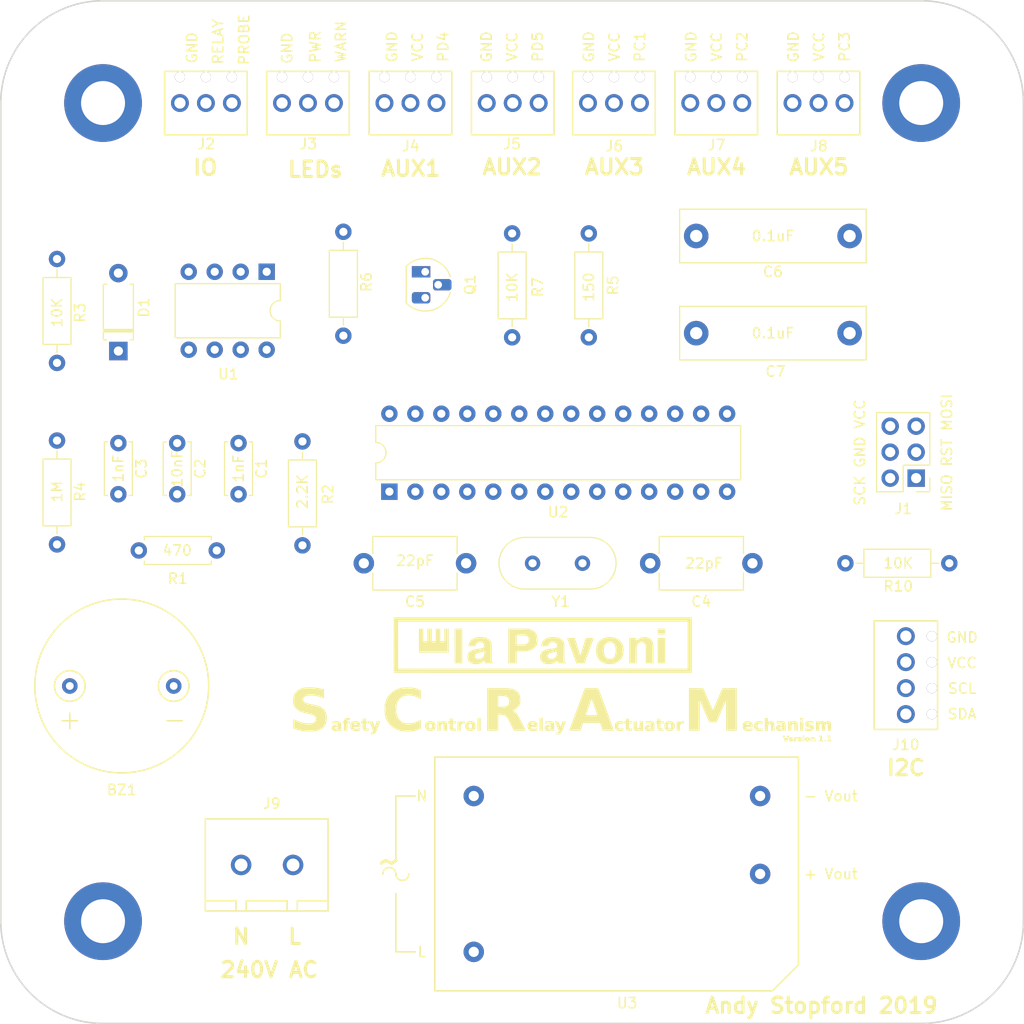
<source format=kicad_pcb>
(kicad_pcb (version 20171130) (host pcbnew 5.0.2-5.0.2)

  (general
    (thickness 1.6)
    (drawings 61)
    (tracks 0)
    (zones 0)
    (modules 38)
    (nets 33)
  )

  (page A4)
  (layers
    (0 F.Cu signal)
    (31 B.Cu signal)
    (32 B.Adhes user)
    (33 F.Adhes user)
    (34 B.Paste user)
    (35 F.Paste user)
    (36 B.SilkS user)
    (37 F.SilkS user)
    (38 B.Mask user)
    (39 F.Mask user)
    (40 Dwgs.User user)
    (41 Cmts.User user)
    (42 Eco1.User user)
    (43 Eco2.User user)
    (44 Edge.Cuts user)
    (45 Margin user)
    (46 B.CrtYd user)
    (47 F.CrtYd user)
    (48 B.Fab user)
    (49 F.Fab user hide)
  )

  (setup
    (last_trace_width 0.25)
    (trace_clearance 0.2)
    (zone_clearance 0.508)
    (zone_45_only no)
    (trace_min 0.2)
    (segment_width 0.2)
    (edge_width 0.15)
    (via_size 0.8)
    (via_drill 0.4)
    (via_min_size 0.4)
    (via_min_drill 0.3)
    (uvia_size 0.3)
    (uvia_drill 0.1)
    (uvias_allowed no)
    (uvia_min_size 0.2)
    (uvia_min_drill 0.1)
    (pcb_text_width 0.3)
    (pcb_text_size 1.5 1.5)
    (mod_edge_width 0.15)
    (mod_text_size 1 1)
    (mod_text_width 0.15)
    (pad_size 1.524 1.524)
    (pad_drill 0.762)
    (pad_to_mask_clearance 0.051)
    (solder_mask_min_width 0.25)
    (aux_axis_origin 0 0)
    (grid_origin 45.25 33.25)
    (visible_elements FFFFF77F)
    (pcbplotparams
      (layerselection 0x010fc_ffffffff)
      (usegerberextensions true)
      (usegerberattributes false)
      (usegerberadvancedattributes false)
      (creategerberjobfile false)
      (excludeedgelayer true)
      (linewidth 0.100000)
      (plotframeref false)
      (viasonmask false)
      (mode 1)
      (useauxorigin false)
      (hpglpennumber 1)
      (hpglpenspeed 20)
      (hpglpendiameter 15.000000)
      (psnegative false)
      (psa4output false)
      (plotreference true)
      (plotvalue true)
      (plotinvisibletext false)
      (padsonsilk false)
      (subtractmaskfromsilk false)
      (outputformat 1)
      (mirror false)
      (drillshape 0)
      (scaleselection 1)
      (outputdirectory "Gerbers/"))
  )

  (net 0 "")
  (net 1 "Net-(C1-Pad1)")
  (net 2 GND)
  (net 3 "Net-(C2-Pad1)")
  (net 4 "Net-(C3-Pad1)")
  (net 5 "Net-(C4-Pad2)")
  (net 6 "Net-(C5-Pad2)")
  (net 7 "Net-(C6-Pad1)")
  (net 8 VCC)
  (net 9 "Net-(D1-Pad2)")
  (net 10 "Net-(J3-Pad1)")
  (net 11 "Net-(J3-Pad2)")
  (net 12 "Net-(Q1-Pad2)")
  (net 13 "Net-(R1-Pad2)")
  (net 14 "Net-(R3-Pad2)")
  (net 15 "Net-(R6-Pad1)")
  (net 16 BZR)
  (net 17 MISO)
  (net 18 SCK)
  (net 19 RESET)
  (net 20 MOSI)
  (net 21 "Net-(J2-Pad2)")
  (net 22 PD4)
  (net 23 PD5)
  (net 24 PWR_LED)
  (net 25 PC1)
  (net 26 PC2)
  (net 27 PC3)
  (net 28 "Net-(J9-Pad1)")
  (net 29 "Net-(J9-Pad2)")
  (net 30 SDA)
  (net 31 SCL)
  (net 32 "Net-(R7-Pad1)")

  (net_class Default "This is the default net class."
    (clearance 0.2)
    (trace_width 0.25)
    (via_dia 0.8)
    (via_drill 0.4)
    (uvia_dia 0.3)
    (uvia_drill 0.1)
    (add_net BZR)
    (add_net GND)
    (add_net MISO)
    (add_net MOSI)
    (add_net "Net-(C1-Pad1)")
    (add_net "Net-(C2-Pad1)")
    (add_net "Net-(C3-Pad1)")
    (add_net "Net-(C4-Pad2)")
    (add_net "Net-(C5-Pad2)")
    (add_net "Net-(C6-Pad1)")
    (add_net "Net-(D1-Pad2)")
    (add_net "Net-(J2-Pad2)")
    (add_net "Net-(J3-Pad1)")
    (add_net "Net-(J3-Pad2)")
    (add_net "Net-(J9-Pad1)")
    (add_net "Net-(J9-Pad2)")
    (add_net "Net-(Q1-Pad2)")
    (add_net "Net-(R1-Pad2)")
    (add_net "Net-(R3-Pad2)")
    (add_net "Net-(R6-Pad1)")
    (add_net "Net-(R7-Pad1)")
    (add_net PC1)
    (add_net PC2)
    (add_net PC3)
    (add_net PD4)
    (add_net PD5)
    (add_net PWR_LED)
    (add_net RESET)
    (add_net SCK)
    (add_net SCL)
    (add_net SDA)
    (add_net VCC)
  )

  (module PowerSupplies:RAC01-GB_PowerSupply (layer F.Cu) (tedit 5D5695D1) (tstamp 5D79F3C5)
    (at 91.5 126.25)
    (path /5D54AE43)
    (fp_text reference U3 (at 15 5) (layer F.SilkS)
      (effects (font (size 1 1) (thickness 0.15)))
    )
    (fp_text value RAC01-GB_PowerSupply (at 15.24 6.35) (layer F.Fab)
      (effects (font (size 1 1) (thickness 0.15)))
    )
    (fp_line (start -3.81 -19.05) (end 31.75 -19.05) (layer F.SilkS) (width 0.15))
    (fp_line (start 31.75 -19.05) (end 31.75 1.27) (layer F.SilkS) (width 0.15))
    (fp_line (start 29.21 3.81) (end -3.81 3.81) (layer F.SilkS) (width 0.15))
    (fp_line (start -3.81 3.81) (end -3.81 -19.05) (layer F.SilkS) (width 0.15))
    (fp_line (start 29.21 3.81) (end 31.75 1.27) (layer F.SilkS) (width 0.15))
    (fp_text user L (at -5.08 0) (layer F.SilkS)
      (effects (font (size 1 1) (thickness 0.15)))
    )
    (fp_text user N (at -5.08 -15.24) (layer F.SilkS)
      (effects (font (size 1 1) (thickness 0.15)))
    )
    (fp_text user "+ Vout" (at 34.925 -7.62) (layer F.SilkS)
      (effects (font (size 1 1) (thickness 0.15)))
    )
    (fp_text user "- Vout" (at 34.925 -15.24) (layer F.SilkS)
      (effects (font (size 1 1) (thickness 0.15)))
    )
    (fp_text user ~ (at -8.255 -8.89) (layer F.SilkS)
      (effects (font (size 3 3) (thickness 0.3)))
    )
    (fp_arc (start -8.255 -7.62) (end -7.62 -7.62) (angle -180) (layer F.SilkS) (width 0.15))
    (fp_arc (start -6.985 -7.62) (end -7.62 -7.62) (angle -180) (layer F.SilkS) (width 0.15))
    (fp_line (start -5.715 -15.24) (end -7.62 -15.24) (layer F.SilkS) (width 0.15))
    (fp_line (start -7.62 -15.24) (end -7.62 -8.89) (layer F.SilkS) (width 0.15))
    (fp_line (start -5.715 0) (end -7.62 0) (layer F.SilkS) (width 0.15))
    (fp_line (start -7.62 0) (end -7.62 -5.715) (layer F.SilkS) (width 0.15))
    (pad 1 thru_hole circle (at 0 0) (size 2 2) (drill 1) (layers *.Cu *.Mask)
      (net 29 "Net-(J9-Pad2)"))
    (pad 2 thru_hole circle (at 0 -15.24) (size 2 2) (drill 1) (layers *.Cu *.Mask)
      (net 28 "Net-(J9-Pad1)"))
    (pad 3 thru_hole circle (at 28 -15.24) (size 2 2) (drill 1) (layers *.Cu *.Mask)
      (net 2 GND))
    (pad 4 thru_hole circle (at 28 -7.62) (size 2 2) (drill 1) (layers *.Cu *.Mask)
      (net 8 VCC))
  )

  (module Capacitor_THT:C_Disc_D5.0mm_W2.5mm_P5.00mm (layer F.Cu) (tedit 5AE50EF0) (tstamp 5D6CE9C3)
    (at 68.5 76.5 270)
    (descr "C, Disc series, Radial, pin pitch=5.00mm, , diameter*width=5*2.5mm^2, Capacitor, http://cdn-reichelt.de/documents/datenblatt/B300/DS_KERKO_TC.pdf")
    (tags "C Disc series Radial pin pitch 5.00mm  diameter 5mm width 2.5mm Capacitor")
    (path /5D3E03B2)
    (fp_text reference C1 (at 2.5 -2.25 270) (layer F.SilkS)
      (effects (font (size 1 1) (thickness 0.15)))
    )
    (fp_text value 1nF (at 2.5 2.5 270) (layer F.Fab)
      (effects (font (size 1 1) (thickness 0.15)))
    )
    (fp_line (start 0 -1.25) (end 0 1.25) (layer F.Fab) (width 0.1))
    (fp_line (start 0 1.25) (end 5 1.25) (layer F.Fab) (width 0.1))
    (fp_line (start 5 1.25) (end 5 -1.25) (layer F.Fab) (width 0.1))
    (fp_line (start 5 -1.25) (end 0 -1.25) (layer F.Fab) (width 0.1))
    (fp_line (start -0.12 -1.37) (end 5.12 -1.37) (layer F.SilkS) (width 0.12))
    (fp_line (start -0.12 1.37) (end 5.12 1.37) (layer F.SilkS) (width 0.12))
    (fp_line (start -0.12 -1.37) (end -0.12 -1.055) (layer F.SilkS) (width 0.12))
    (fp_line (start -0.12 1.055) (end -0.12 1.37) (layer F.SilkS) (width 0.12))
    (fp_line (start 5.12 -1.37) (end 5.12 -1.055) (layer F.SilkS) (width 0.12))
    (fp_line (start 5.12 1.055) (end 5.12 1.37) (layer F.SilkS) (width 0.12))
    (fp_line (start -1.05 -1.5) (end -1.05 1.5) (layer F.CrtYd) (width 0.05))
    (fp_line (start -1.05 1.5) (end 6.05 1.5) (layer F.CrtYd) (width 0.05))
    (fp_line (start 6.05 1.5) (end 6.05 -1.5) (layer F.CrtYd) (width 0.05))
    (fp_line (start 6.05 -1.5) (end -1.05 -1.5) (layer F.CrtYd) (width 0.05))
    (fp_text user %R (at 2.5 0 270) (layer F.Fab)
      (effects (font (size 1 1) (thickness 0.15)))
    )
    (pad 1 thru_hole circle (at 0 0 270) (size 1.6 1.6) (drill 0.8) (layers *.Cu *.Mask)
      (net 1 "Net-(C1-Pad1)"))
    (pad 2 thru_hole circle (at 5 0 270) (size 1.6 1.6) (drill 0.8) (layers *.Cu *.Mask)
      (net 2 GND))
    (model ${KISYS3DMOD}/Capacitor_THT.3dshapes/C_Disc_D5.0mm_W2.5mm_P5.00mm.wrl
      (at (xyz 0 0 0))
      (scale (xyz 1 1 1))
      (rotate (xyz 0 0 0))
    )
  )

  (module Capacitor_THT:C_Disc_D5.0mm_W2.5mm_P5.00mm (layer F.Cu) (tedit 5AE50EF0) (tstamp 5D569FB9)
    (at 62.5 76.5 270)
    (descr "C, Disc series, Radial, pin pitch=5.00mm, , diameter*width=5*2.5mm^2, Capacitor, http://cdn-reichelt.de/documents/datenblatt/B300/DS_KERKO_TC.pdf")
    (tags "C Disc series Radial pin pitch 5.00mm  diameter 5mm width 2.5mm Capacitor")
    (path /5D3E013D)
    (fp_text reference C2 (at 2.5 -2.25 270) (layer F.SilkS)
      (effects (font (size 1 1) (thickness 0.15)))
    )
    (fp_text value 10nF (at 2.5 2.5 270) (layer F.Fab)
      (effects (font (size 1 1) (thickness 0.15)))
    )
    (fp_text user %R (at 2.5 0 270) (layer F.Fab)
      (effects (font (size 1 1) (thickness 0.15)))
    )
    (fp_line (start 6.05 -1.5) (end -1.05 -1.5) (layer F.CrtYd) (width 0.05))
    (fp_line (start 6.05 1.5) (end 6.05 -1.5) (layer F.CrtYd) (width 0.05))
    (fp_line (start -1.05 1.5) (end 6.05 1.5) (layer F.CrtYd) (width 0.05))
    (fp_line (start -1.05 -1.5) (end -1.05 1.5) (layer F.CrtYd) (width 0.05))
    (fp_line (start 5.12 1.055) (end 5.12 1.37) (layer F.SilkS) (width 0.12))
    (fp_line (start 5.12 -1.37) (end 5.12 -1.055) (layer F.SilkS) (width 0.12))
    (fp_line (start -0.12 1.055) (end -0.12 1.37) (layer F.SilkS) (width 0.12))
    (fp_line (start -0.12 -1.37) (end -0.12 -1.055) (layer F.SilkS) (width 0.12))
    (fp_line (start -0.12 1.37) (end 5.12 1.37) (layer F.SilkS) (width 0.12))
    (fp_line (start -0.12 -1.37) (end 5.12 -1.37) (layer F.SilkS) (width 0.12))
    (fp_line (start 5 -1.25) (end 0 -1.25) (layer F.Fab) (width 0.1))
    (fp_line (start 5 1.25) (end 5 -1.25) (layer F.Fab) (width 0.1))
    (fp_line (start 0 1.25) (end 5 1.25) (layer F.Fab) (width 0.1))
    (fp_line (start 0 -1.25) (end 0 1.25) (layer F.Fab) (width 0.1))
    (pad 2 thru_hole circle (at 5 0 270) (size 1.6 1.6) (drill 0.8) (layers *.Cu *.Mask)
      (net 2 GND))
    (pad 1 thru_hole circle (at 0 0 270) (size 1.6 1.6) (drill 0.8) (layers *.Cu *.Mask)
      (net 3 "Net-(C2-Pad1)"))
    (model ${KISYS3DMOD}/Capacitor_THT.3dshapes/C_Disc_D5.0mm_W2.5mm_P5.00mm.wrl
      (at (xyz 0 0 0))
      (scale (xyz 1 1 1))
      (rotate (xyz 0 0 0))
    )
  )

  (module Capacitor_THT:C_Disc_D5.0mm_W2.5mm_P5.00mm (layer F.Cu) (tedit 5AE50EF0) (tstamp 5D502B5C)
    (at 56.75 76.5 270)
    (descr "C, Disc series, Radial, pin pitch=5.00mm, , diameter*width=5*2.5mm^2, Capacitor, http://cdn-reichelt.de/documents/datenblatt/B300/DS_KERKO_TC.pdf")
    (tags "C Disc series Radial pin pitch 5.00mm  diameter 5mm width 2.5mm Capacitor")
    (path /5D3E00DB)
    (fp_text reference C3 (at 2.5 -2.25 270) (layer F.SilkS)
      (effects (font (size 1 1) (thickness 0.15)))
    )
    (fp_text value 1nF (at 2.5 2.5 270) (layer F.Fab)
      (effects (font (size 1 1) (thickness 0.15)))
    )
    (fp_line (start 0 -1.25) (end 0 1.25) (layer F.Fab) (width 0.1))
    (fp_line (start 0 1.25) (end 5 1.25) (layer F.Fab) (width 0.1))
    (fp_line (start 5 1.25) (end 5 -1.25) (layer F.Fab) (width 0.1))
    (fp_line (start 5 -1.25) (end 0 -1.25) (layer F.Fab) (width 0.1))
    (fp_line (start -0.12 -1.37) (end 5.12 -1.37) (layer F.SilkS) (width 0.12))
    (fp_line (start -0.12 1.37) (end 5.12 1.37) (layer F.SilkS) (width 0.12))
    (fp_line (start -0.12 -1.37) (end -0.12 -1.055) (layer F.SilkS) (width 0.12))
    (fp_line (start -0.12 1.055) (end -0.12 1.37) (layer F.SilkS) (width 0.12))
    (fp_line (start 5.12 -1.37) (end 5.12 -1.055) (layer F.SilkS) (width 0.12))
    (fp_line (start 5.12 1.055) (end 5.12 1.37) (layer F.SilkS) (width 0.12))
    (fp_line (start -1.05 -1.5) (end -1.05 1.5) (layer F.CrtYd) (width 0.05))
    (fp_line (start -1.05 1.5) (end 6.05 1.5) (layer F.CrtYd) (width 0.05))
    (fp_line (start 6.05 1.5) (end 6.05 -1.5) (layer F.CrtYd) (width 0.05))
    (fp_line (start 6.05 -1.5) (end -1.05 -1.5) (layer F.CrtYd) (width 0.05))
    (fp_text user %R (at 2.5 0 270) (layer F.Fab)
      (effects (font (size 1 1) (thickness 0.15)))
    )
    (pad 1 thru_hole circle (at 0 0 270) (size 1.6 1.6) (drill 0.8) (layers *.Cu *.Mask)
      (net 4 "Net-(C3-Pad1)"))
    (pad 2 thru_hole circle (at 5 0 270) (size 1.6 1.6) (drill 0.8) (layers *.Cu *.Mask)
      (net 2 GND))
    (model ${KISYS3DMOD}/Capacitor_THT.3dshapes/C_Disc_D5.0mm_W2.5mm_P5.00mm.wrl
      (at (xyz 0 0 0))
      (scale (xyz 1 1 1))
      (rotate (xyz 0 0 0))
    )
  )

  (module Capacitor_THT:C_Disc_D8.0mm_W5.0mm_P10.00mm (layer F.Cu) (tedit 5AE50EF0) (tstamp 5D569E90)
    (at 118.75 88.25 180)
    (descr "C, Disc series, Radial, pin pitch=10.00mm, , diameter*width=8*5.0mm^2, Capacitor, http://www.vishay.com/docs/28535/vy2series.pdf")
    (tags "C Disc series Radial pin pitch 10.00mm  diameter 8mm width 5.0mm Capacitor")
    (path /5D3F6279)
    (fp_text reference C4 (at 5 -3.75 180) (layer F.SilkS)
      (effects (font (size 1 1) (thickness 0.15)))
    )
    (fp_text value 22pF (at 5 3.75 180) (layer F.Fab)
      (effects (font (size 1 1) (thickness 0.15)))
    )
    (fp_line (start 1 -2.5) (end 1 2.5) (layer F.Fab) (width 0.1))
    (fp_line (start 1 2.5) (end 9 2.5) (layer F.Fab) (width 0.1))
    (fp_line (start 9 2.5) (end 9 -2.5) (layer F.Fab) (width 0.1))
    (fp_line (start 9 -2.5) (end 1 -2.5) (layer F.Fab) (width 0.1))
    (fp_line (start 0.88 -2.62) (end 9.12 -2.62) (layer F.SilkS) (width 0.12))
    (fp_line (start 0.88 2.62) (end 9.12 2.62) (layer F.SilkS) (width 0.12))
    (fp_line (start 0.88 -2.62) (end 0.88 -0.946) (layer F.SilkS) (width 0.12))
    (fp_line (start 0.88 0.946) (end 0.88 2.62) (layer F.SilkS) (width 0.12))
    (fp_line (start 9.12 -2.62) (end 9.12 -0.946) (layer F.SilkS) (width 0.12))
    (fp_line (start 9.12 0.946) (end 9.12 2.62) (layer F.SilkS) (width 0.12))
    (fp_line (start -1.25 -2.75) (end -1.25 2.75) (layer F.CrtYd) (width 0.05))
    (fp_line (start -1.25 2.75) (end 11.25 2.75) (layer F.CrtYd) (width 0.05))
    (fp_line (start 11.25 2.75) (end 11.25 -2.75) (layer F.CrtYd) (width 0.05))
    (fp_line (start 11.25 -2.75) (end -1.25 -2.75) (layer F.CrtYd) (width 0.05))
    (fp_text user %R (at 5 0 180) (layer F.Fab)
      (effects (font (size 1 1) (thickness 0.15)))
    )
    (pad 1 thru_hole circle (at 0 0 180) (size 2 2) (drill 1) (layers *.Cu *.Mask)
      (net 2 GND))
    (pad 2 thru_hole circle (at 10 0 180) (size 2 2) (drill 1) (layers *.Cu *.Mask)
      (net 5 "Net-(C4-Pad2)"))
    (model ${KISYS3DMOD}/Capacitor_THT.3dshapes/C_Disc_D8.0mm_W5.0mm_P10.00mm.wrl
      (at (xyz 0 0 0))
      (scale (xyz 1 1 1))
      (rotate (xyz 0 0 0))
    )
  )

  (module Capacitor_THT:C_Disc_D8.0mm_W5.0mm_P10.00mm (layer F.Cu) (tedit 5AE50EF0) (tstamp 5D502B86)
    (at 80.75 88.25)
    (descr "C, Disc series, Radial, pin pitch=10.00mm, , diameter*width=8*5.0mm^2, Capacitor, http://www.vishay.com/docs/28535/vy2series.pdf")
    (tags "C Disc series Radial pin pitch 10.00mm  diameter 8mm width 5.0mm Capacitor")
    (path /5D3F61F6)
    (fp_text reference C5 (at 5 3.75) (layer F.SilkS)
      (effects (font (size 1 1) (thickness 0.15)))
    )
    (fp_text value 22pF (at 5 3.75) (layer F.Fab)
      (effects (font (size 1 1) (thickness 0.15)))
    )
    (fp_text user %R (at 5 0) (layer F.Fab)
      (effects (font (size 1 1) (thickness 0.15)))
    )
    (fp_line (start 11.25 -2.75) (end -1.25 -2.75) (layer F.CrtYd) (width 0.05))
    (fp_line (start 11.25 2.75) (end 11.25 -2.75) (layer F.CrtYd) (width 0.05))
    (fp_line (start -1.25 2.75) (end 11.25 2.75) (layer F.CrtYd) (width 0.05))
    (fp_line (start -1.25 -2.75) (end -1.25 2.75) (layer F.CrtYd) (width 0.05))
    (fp_line (start 9.12 0.946) (end 9.12 2.62) (layer F.SilkS) (width 0.12))
    (fp_line (start 9.12 -2.62) (end 9.12 -0.946) (layer F.SilkS) (width 0.12))
    (fp_line (start 0.88 0.946) (end 0.88 2.62) (layer F.SilkS) (width 0.12))
    (fp_line (start 0.88 -2.62) (end 0.88 -0.946) (layer F.SilkS) (width 0.12))
    (fp_line (start 0.88 2.62) (end 9.12 2.62) (layer F.SilkS) (width 0.12))
    (fp_line (start 0.88 -2.62) (end 9.12 -2.62) (layer F.SilkS) (width 0.12))
    (fp_line (start 9 -2.5) (end 1 -2.5) (layer F.Fab) (width 0.1))
    (fp_line (start 9 2.5) (end 9 -2.5) (layer F.Fab) (width 0.1))
    (fp_line (start 1 2.5) (end 9 2.5) (layer F.Fab) (width 0.1))
    (fp_line (start 1 -2.5) (end 1 2.5) (layer F.Fab) (width 0.1))
    (pad 2 thru_hole circle (at 10 0) (size 2 2) (drill 1) (layers *.Cu *.Mask)
      (net 6 "Net-(C5-Pad2)"))
    (pad 1 thru_hole circle (at 0 0) (size 2 2) (drill 1) (layers *.Cu *.Mask)
      (net 2 GND))
    (model ${KISYS3DMOD}/Capacitor_THT.3dshapes/C_Disc_D8.0mm_W5.0mm_P10.00mm.wrl
      (at (xyz 0 0 0))
      (scale (xyz 1 1 1))
      (rotate (xyz 0 0 0))
    )
  )

  (module Capacitor_THT:C_Rect_L18.0mm_W5.0mm_P15.00mm_FKS3_FKP3 (layer F.Cu) (tedit 5AE50EF0) (tstamp 5D6CE172)
    (at 128.25 56.25 180)
    (descr "C, Rect series, Radial, pin pitch=15.00mm, , length*width=18*5mm^2, Capacitor, http://www.wima.com/EN/WIMA_FKS_3.pdf")
    (tags "C Rect series Radial pin pitch 15.00mm  length 18mm width 5mm Capacitor")
    (path /5D3FDA70)
    (fp_text reference C6 (at 7.5 -3.5 180) (layer F.SilkS)
      (effects (font (size 1 1) (thickness 0.15)))
    )
    (fp_text value 0.1uF (at 7.5 3.75 180) (layer F.Fab)
      (effects (font (size 1 1) (thickness 0.15)))
    )
    (fp_line (start -1.5 -2.5) (end -1.5 2.5) (layer F.Fab) (width 0.1))
    (fp_line (start -1.5 2.5) (end 16.5 2.5) (layer F.Fab) (width 0.1))
    (fp_line (start 16.5 2.5) (end 16.5 -2.5) (layer F.Fab) (width 0.1))
    (fp_line (start 16.5 -2.5) (end -1.5 -2.5) (layer F.Fab) (width 0.1))
    (fp_line (start -1.62 -2.62) (end 16.62 -2.62) (layer F.SilkS) (width 0.12))
    (fp_line (start -1.62 2.62) (end 16.62 2.62) (layer F.SilkS) (width 0.12))
    (fp_line (start -1.62 -2.62) (end -1.62 2.62) (layer F.SilkS) (width 0.12))
    (fp_line (start 16.62 -2.62) (end 16.62 2.62) (layer F.SilkS) (width 0.12))
    (fp_line (start -1.75 -2.75) (end -1.75 2.75) (layer F.CrtYd) (width 0.05))
    (fp_line (start -1.75 2.75) (end 16.75 2.75) (layer F.CrtYd) (width 0.05))
    (fp_line (start 16.75 2.75) (end 16.75 -2.75) (layer F.CrtYd) (width 0.05))
    (fp_line (start 16.75 -2.75) (end -1.75 -2.75) (layer F.CrtYd) (width 0.05))
    (fp_text user %R (at 7.5 0 180) (layer F.Fab)
      (effects (font (size 1 1) (thickness 0.15)))
    )
    (pad 1 thru_hole circle (at 0 0 180) (size 2.4 2.4) (drill 1.2) (layers *.Cu *.Mask)
      (net 7 "Net-(C6-Pad1)"))
    (pad 2 thru_hole circle (at 15 0 180) (size 2.4 2.4) (drill 1.2) (layers *.Cu *.Mask)
      (net 2 GND))
    (model ${KISYS3DMOD}/Capacitor_THT.3dshapes/C_Rect_L18.0mm_W5.0mm_P15.00mm_FKS3_FKP3.wrl
      (at (xyz 0 0 0))
      (scale (xyz 1 1 1))
      (rotate (xyz 0 0 0))
    )
  )

  (module Capacitor_THT:C_Rect_L18.0mm_W5.0mm_P15.00mm_FKS3_FKP3 (layer F.Cu) (tedit 5AE50EF0) (tstamp 5D6CE1CD)
    (at 113.25 65.75)
    (descr "C, Rect series, Radial, pin pitch=15.00mm, , length*width=18*5mm^2, Capacitor, http://www.wima.com/EN/WIMA_FKS_3.pdf")
    (tags "C Rect series Radial pin pitch 15.00mm  length 18mm width 5mm Capacitor")
    (path /5D3FF87A)
    (fp_text reference C7 (at 7.75 3.75) (layer F.SilkS)
      (effects (font (size 1 1) (thickness 0.15)))
    )
    (fp_text value 0.1uF (at 7.5 3.75) (layer F.Fab)
      (effects (font (size 1 1) (thickness 0.15)))
    )
    (fp_text user %R (at 7.5 0) (layer F.Fab)
      (effects (font (size 1 1) (thickness 0.15)))
    )
    (fp_line (start 16.75 -2.75) (end -1.75 -2.75) (layer F.CrtYd) (width 0.05))
    (fp_line (start 16.75 2.75) (end 16.75 -2.75) (layer F.CrtYd) (width 0.05))
    (fp_line (start -1.75 2.75) (end 16.75 2.75) (layer F.CrtYd) (width 0.05))
    (fp_line (start -1.75 -2.75) (end -1.75 2.75) (layer F.CrtYd) (width 0.05))
    (fp_line (start 16.62 -2.62) (end 16.62 2.62) (layer F.SilkS) (width 0.12))
    (fp_line (start -1.62 -2.62) (end -1.62 2.62) (layer F.SilkS) (width 0.12))
    (fp_line (start -1.62 2.62) (end 16.62 2.62) (layer F.SilkS) (width 0.12))
    (fp_line (start -1.62 -2.62) (end 16.62 -2.62) (layer F.SilkS) (width 0.12))
    (fp_line (start 16.5 -2.5) (end -1.5 -2.5) (layer F.Fab) (width 0.1))
    (fp_line (start 16.5 2.5) (end 16.5 -2.5) (layer F.Fab) (width 0.1))
    (fp_line (start -1.5 2.5) (end 16.5 2.5) (layer F.Fab) (width 0.1))
    (fp_line (start -1.5 -2.5) (end -1.5 2.5) (layer F.Fab) (width 0.1))
    (pad 2 thru_hole circle (at 15 0) (size 2.4 2.4) (drill 1.2) (layers *.Cu *.Mask)
      (net 2 GND))
    (pad 1 thru_hole circle (at 0 0) (size 2.4 2.4) (drill 1.2) (layers *.Cu *.Mask)
      (net 8 VCC))
    (model ${KISYS3DMOD}/Capacitor_THT.3dshapes/C_Rect_L18.0mm_W5.0mm_P15.00mm_FKS3_FKP3.wrl
      (at (xyz 0 0 0))
      (scale (xyz 1 1 1))
      (rotate (xyz 0 0 0))
    )
  )

  (module Diode_THT:D_A-405_P7.62mm_Horizontal (layer F.Cu) (tedit 5D569A9F) (tstamp 5D5DB602)
    (at 56.75 67.5 90)
    (descr "Diode, A-405 series, Axial, Horizontal, pin pitch=7.62mm, , length*diameter=5.2*2.7mm^2, , http://www.diodes.com/_files/packages/A-405.pdf")
    (tags "Diode A-405 series Axial Horizontal pin pitch 7.62mm  length 5.2mm diameter 2.7mm")
    (path /5D3F6C3D)
    (fp_text reference D1 (at 4.25 2.5 90) (layer F.SilkS)
      (effects (font (size 1 1) (thickness 0.15)))
    )
    (fp_text value D (at 3.81 2.47 90) (layer F.Fab)
      (effects (font (size 1 1) (thickness 0.15)))
    )
    (fp_line (start 1.21 -1.35) (end 1.21 1.35) (layer F.Fab) (width 0.1))
    (fp_line (start 1.21 1.35) (end 6.41 1.35) (layer F.Fab) (width 0.1))
    (fp_line (start 6.41 1.35) (end 6.41 -1.35) (layer F.Fab) (width 0.1))
    (fp_line (start 6.41 -1.35) (end 1.21 -1.35) (layer F.Fab) (width 0.1))
    (fp_line (start 0 0) (end 1.21 0) (layer F.Fab) (width 0.1))
    (fp_line (start 7.62 0) (end 6.41 0) (layer F.Fab) (width 0.1))
    (fp_line (start 1.99 -1.35) (end 1.99 1.35) (layer F.Fab) (width 0.1))
    (fp_line (start 2.09 -1.35) (end 2.09 1.35) (layer F.Fab) (width 0.1))
    (fp_line (start 1.89 -1.35) (end 1.89 1.35) (layer F.Fab) (width 0.1))
    (fp_line (start 1.09 -1.14) (end 1.09 -1.47) (layer F.SilkS) (width 0.12))
    (fp_line (start 1.09 -1.47) (end 6.53 -1.47) (layer F.SilkS) (width 0.12))
    (fp_line (start 6.53 -1.47) (end 6.53 -1.14) (layer F.SilkS) (width 0.12))
    (fp_line (start 1.09 1.14) (end 1.09 1.47) (layer F.SilkS) (width 0.12))
    (fp_line (start 1.09 1.47) (end 6.53 1.47) (layer F.SilkS) (width 0.12))
    (fp_line (start 6.53 1.47) (end 6.53 1.14) (layer F.SilkS) (width 0.12))
    (fp_line (start 1.99 -1.47) (end 1.99 1.47) (layer F.SilkS) (width 0.12))
    (fp_line (start 2.11 -1.47) (end 2.11 1.47) (layer F.SilkS) (width 0.12))
    (fp_line (start 1.87 -1.47) (end 1.87 1.47) (layer F.SilkS) (width 0.12))
    (fp_line (start -1.15 -1.6) (end -1.15 1.6) (layer F.CrtYd) (width 0.05))
    (fp_line (start -1.15 1.6) (end 8.77 1.6) (layer F.CrtYd) (width 0.05))
    (fp_line (start 8.77 1.6) (end 8.77 -1.6) (layer F.CrtYd) (width 0.05))
    (fp_line (start 8.77 -1.6) (end -1.15 -1.6) (layer F.CrtYd) (width 0.05))
    (fp_text user %R (at 4.2 0 90) (layer F.Fab)
      (effects (font (size 1 1) (thickness 0.15)))
    )
    (fp_text user K (at 0 -1.9 90) (layer F.Fab)
      (effects (font (size 1 1) (thickness 0.15)))
    )
    (fp_text user "" (at 0 -1.9 90) (layer F.SilkS)
      (effects (font (size 1 1) (thickness 0.15)))
    )
    (pad 1 thru_hole rect (at 0 0 90) (size 1.8 1.8) (drill 0.9) (layers *.Cu *.Mask)
      (net 4 "Net-(C3-Pad1)"))
    (pad 2 thru_hole oval (at 7.62 0 90) (size 1.8 1.8) (drill 0.9) (layers *.Cu *.Mask)
      (net 9 "Net-(D1-Pad2)"))
    (model ${KISYS3DMOD}/Diode_THT.3dshapes/D_A-405_P7.62mm_Horizontal.wrl
      (at (xyz 0 0 0))
      (scale (xyz 1 1 1))
      (rotate (xyz 0 0 0))
    )
  )

  (module Connector_PinHeader_2.54mm:PinHeader_2x03_P2.54mm_Vertical (layer F.Cu) (tedit 59FED5CC) (tstamp 5D569AC1)
    (at 134.756598 79.9268 180)
    (descr "Through hole straight pin header, 2x03, 2.54mm pitch, double rows")
    (tags "Through hole pin header THT 2x03 2.54mm double row")
    (path /5D4059F7)
    (fp_text reference J1 (at 1.25 -3) (layer F.SilkS)
      (effects (font (size 1 1) (thickness 0.15)))
    )
    (fp_text value ICSP (at 1.27 7.41 180) (layer F.Fab)
      (effects (font (size 1 1) (thickness 0.15)))
    )
    (fp_line (start 0 -1.27) (end 3.81 -1.27) (layer F.Fab) (width 0.1))
    (fp_line (start 3.81 -1.27) (end 3.81 6.35) (layer F.Fab) (width 0.1))
    (fp_line (start 3.81 6.35) (end -1.27 6.35) (layer F.Fab) (width 0.1))
    (fp_line (start -1.27 6.35) (end -1.27 0) (layer F.Fab) (width 0.1))
    (fp_line (start -1.27 0) (end 0 -1.27) (layer F.Fab) (width 0.1))
    (fp_line (start -1.33 6.41) (end 3.87 6.41) (layer F.SilkS) (width 0.12))
    (fp_line (start -1.33 1.27) (end -1.33 6.41) (layer F.SilkS) (width 0.12))
    (fp_line (start 3.87 -1.33) (end 3.87 6.41) (layer F.SilkS) (width 0.12))
    (fp_line (start -1.33 1.27) (end 1.27 1.27) (layer F.SilkS) (width 0.12))
    (fp_line (start 1.27 1.27) (end 1.27 -1.33) (layer F.SilkS) (width 0.12))
    (fp_line (start 1.27 -1.33) (end 3.87 -1.33) (layer F.SilkS) (width 0.12))
    (fp_line (start -1.33 0) (end -1.33 -1.33) (layer F.SilkS) (width 0.12))
    (fp_line (start -1.33 -1.33) (end 0 -1.33) (layer F.SilkS) (width 0.12))
    (fp_line (start -1.8 -1.8) (end -1.8 6.85) (layer F.CrtYd) (width 0.05))
    (fp_line (start -1.8 6.85) (end 4.35 6.85) (layer F.CrtYd) (width 0.05))
    (fp_line (start 4.35 6.85) (end 4.35 -1.8) (layer F.CrtYd) (width 0.05))
    (fp_line (start 4.35 -1.8) (end -1.8 -1.8) (layer F.CrtYd) (width 0.05))
    (fp_text user %R (at 1.27 2.54 270) (layer F.Fab)
      (effects (font (size 1 1) (thickness 0.15)))
    )
    (pad 1 thru_hole rect (at 0 0 180) (size 1.7 1.7) (drill 1) (layers *.Cu *.Mask)
      (net 17 MISO))
    (pad 2 thru_hole oval (at 2.54 0 180) (size 1.7 1.7) (drill 1) (layers *.Cu *.Mask)
      (net 18 SCK))
    (pad 3 thru_hole oval (at 0 2.54 180) (size 1.7 1.7) (drill 1) (layers *.Cu *.Mask)
      (net 19 RESET))
    (pad 4 thru_hole oval (at 2.54 2.54 180) (size 1.7 1.7) (drill 1) (layers *.Cu *.Mask)
      (net 2 GND))
    (pad 5 thru_hole oval (at 0 5.08 180) (size 1.7 1.7) (drill 1) (layers *.Cu *.Mask)
      (net 20 MOSI))
    (pad 6 thru_hole oval (at 2.54 5.08 180) (size 1.7 1.7) (drill 1) (layers *.Cu *.Mask)
      (net 8 VCC))
    (model ${KISYS3DMOD}/Connector_PinHeader_2.54mm.3dshapes/PinHeader_2x03_P2.54mm_Vertical.wrl
      (at (xyz 0 0 0))
      (scale (xyz 1 1 1))
      (rotate (xyz 0 0 0))
    )
  )

  (module Resistor_THT:R_Axial_DIN0207_L6.3mm_D2.5mm_P7.62mm_Horizontal (layer F.Cu) (tedit 5AE5139B) (tstamp 5D647DF4)
    (at 58.75 87)
    (descr "Resistor, Axial_DIN0207 series, Axial, Horizontal, pin pitch=7.62mm, 0.25W = 1/4W, length*diameter=6.3*2.5mm^2, http://cdn-reichelt.de/documents/datenblatt/B400/1_4W%23YAG.pdf")
    (tags "Resistor Axial_DIN0207 series Axial Horizontal pin pitch 7.62mm 0.25W = 1/4W length 6.3mm diameter 2.5mm")
    (path /5D3E0019)
    (fp_text reference R1 (at 3.81 2.75) (layer F.SilkS)
      (effects (font (size 1 1) (thickness 0.15)))
    )
    (fp_text value 470 (at 3.81 2.37) (layer F.Fab)
      (effects (font (size 1 1) (thickness 0.15)))
    )
    (fp_line (start 0.66 -1.25) (end 0.66 1.25) (layer F.Fab) (width 0.1))
    (fp_line (start 0.66 1.25) (end 6.96 1.25) (layer F.Fab) (width 0.1))
    (fp_line (start 6.96 1.25) (end 6.96 -1.25) (layer F.Fab) (width 0.1))
    (fp_line (start 6.96 -1.25) (end 0.66 -1.25) (layer F.Fab) (width 0.1))
    (fp_line (start 0 0) (end 0.66 0) (layer F.Fab) (width 0.1))
    (fp_line (start 7.62 0) (end 6.96 0) (layer F.Fab) (width 0.1))
    (fp_line (start 0.54 -1.04) (end 0.54 -1.37) (layer F.SilkS) (width 0.12))
    (fp_line (start 0.54 -1.37) (end 7.08 -1.37) (layer F.SilkS) (width 0.12))
    (fp_line (start 7.08 -1.37) (end 7.08 -1.04) (layer F.SilkS) (width 0.12))
    (fp_line (start 0.54 1.04) (end 0.54 1.37) (layer F.SilkS) (width 0.12))
    (fp_line (start 0.54 1.37) (end 7.08 1.37) (layer F.SilkS) (width 0.12))
    (fp_line (start 7.08 1.37) (end 7.08 1.04) (layer F.SilkS) (width 0.12))
    (fp_line (start -1.05 -1.5) (end -1.05 1.5) (layer F.CrtYd) (width 0.05))
    (fp_line (start -1.05 1.5) (end 8.67 1.5) (layer F.CrtYd) (width 0.05))
    (fp_line (start 8.67 1.5) (end 8.67 -1.5) (layer F.CrtYd) (width 0.05))
    (fp_line (start 8.67 -1.5) (end -1.05 -1.5) (layer F.CrtYd) (width 0.05))
    (fp_text user %R (at 3.81 0) (layer F.Fab)
      (effects (font (size 1 1) (thickness 0.15)))
    )
    (pad 1 thru_hole circle (at 0 0) (size 1.6 1.6) (drill 0.8) (layers *.Cu *.Mask)
      (net 8 VCC))
    (pad 2 thru_hole oval (at 7.62 0) (size 1.6 1.6) (drill 0.8) (layers *.Cu *.Mask)
      (net 13 "Net-(R1-Pad2)"))
    (model ${KISYS3DMOD}/Resistor_THT.3dshapes/R_Axial_DIN0207_L6.3mm_D2.5mm_P7.62mm_Horizontal.wrl
      (at (xyz 0 0 0))
      (scale (xyz 1 1 1))
      (rotate (xyz 0 0 0))
    )
  )

  (module Resistor_THT:R_Axial_DIN0207_L6.3mm_D2.5mm_P10.16mm_Horizontal (layer F.Cu) (tedit 5AE5139B) (tstamp 5D502D0E)
    (at 74.75 86.5 90)
    (descr "Resistor, Axial_DIN0207 series, Axial, Horizontal, pin pitch=10.16mm, 0.25W = 1/4W, length*diameter=6.3*2.5mm^2, http://cdn-reichelt.de/documents/datenblatt/B400/1_4W%23YAG.pdf")
    (tags "Resistor Axial_DIN0207 series Axial Horizontal pin pitch 10.16mm 0.25W = 1/4W length 6.3mm diameter 2.5mm")
    (path /5D3DFFA9)
    (fp_text reference R2 (at 5 2.5 90) (layer F.SilkS)
      (effects (font (size 1 1) (thickness 0.15)))
    )
    (fp_text value 2.2K (at 5.08 2.37 90) (layer F.Fab)
      (effects (font (size 1 1) (thickness 0.15)))
    )
    (fp_text user %R (at 5.08 0 90) (layer F.Fab)
      (effects (font (size 1 1) (thickness 0.15)))
    )
    (fp_line (start 11.21 -1.5) (end -1.05 -1.5) (layer F.CrtYd) (width 0.05))
    (fp_line (start 11.21 1.5) (end 11.21 -1.5) (layer F.CrtYd) (width 0.05))
    (fp_line (start -1.05 1.5) (end 11.21 1.5) (layer F.CrtYd) (width 0.05))
    (fp_line (start -1.05 -1.5) (end -1.05 1.5) (layer F.CrtYd) (width 0.05))
    (fp_line (start 9.12 0) (end 8.35 0) (layer F.SilkS) (width 0.12))
    (fp_line (start 1.04 0) (end 1.81 0) (layer F.SilkS) (width 0.12))
    (fp_line (start 8.35 -1.37) (end 1.81 -1.37) (layer F.SilkS) (width 0.12))
    (fp_line (start 8.35 1.37) (end 8.35 -1.37) (layer F.SilkS) (width 0.12))
    (fp_line (start 1.81 1.37) (end 8.35 1.37) (layer F.SilkS) (width 0.12))
    (fp_line (start 1.81 -1.37) (end 1.81 1.37) (layer F.SilkS) (width 0.12))
    (fp_line (start 10.16 0) (end 8.23 0) (layer F.Fab) (width 0.1))
    (fp_line (start 0 0) (end 1.93 0) (layer F.Fab) (width 0.1))
    (fp_line (start 8.23 -1.25) (end 1.93 -1.25) (layer F.Fab) (width 0.1))
    (fp_line (start 8.23 1.25) (end 8.23 -1.25) (layer F.Fab) (width 0.1))
    (fp_line (start 1.93 1.25) (end 8.23 1.25) (layer F.Fab) (width 0.1))
    (fp_line (start 1.93 -1.25) (end 1.93 1.25) (layer F.Fab) (width 0.1))
    (pad 2 thru_hole oval (at 10.16 0 90) (size 1.6 1.6) (drill 0.8) (layers *.Cu *.Mask)
      (net 1 "Net-(C1-Pad1)"))
    (pad 1 thru_hole circle (at 0 0 90) (size 1.6 1.6) (drill 0.8) (layers *.Cu *.Mask)
      (net 13 "Net-(R1-Pad2)"))
    (model ${KISYS3DMOD}/Resistor_THT.3dshapes/R_Axial_DIN0207_L6.3mm_D2.5mm_P10.16mm_Horizontal.wrl
      (at (xyz 0 0 0))
      (scale (xyz 1 1 1))
      (rotate (xyz 0 0 0))
    )
  )

  (module Resistor_THT:R_Axial_DIN0207_L6.3mm_D2.5mm_P10.16mm_Horizontal (layer F.Cu) (tedit 5AE5139B) (tstamp 5D502D25)
    (at 50.75 58.5 270)
    (descr "Resistor, Axial_DIN0207 series, Axial, Horizontal, pin pitch=10.16mm, 0.25W = 1/4W, length*diameter=6.3*2.5mm^2, http://cdn-reichelt.de/documents/datenblatt/B400/1_4W%23YAG.pdf")
    (tags "Resistor Axial_DIN0207 series Axial Horizontal pin pitch 10.16mm 0.25W = 1/4W length 6.3mm diameter 2.5mm")
    (path /5D3DFE11)
    (fp_text reference R3 (at 5.25 -2.25 270) (layer F.SilkS)
      (effects (font (size 1 1) (thickness 0.15)))
    )
    (fp_text value 10K (at 5.08 2.37 270) (layer F.Fab)
      (effects (font (size 1 1) (thickness 0.15)))
    )
    (fp_line (start 1.93 -1.25) (end 1.93 1.25) (layer F.Fab) (width 0.1))
    (fp_line (start 1.93 1.25) (end 8.23 1.25) (layer F.Fab) (width 0.1))
    (fp_line (start 8.23 1.25) (end 8.23 -1.25) (layer F.Fab) (width 0.1))
    (fp_line (start 8.23 -1.25) (end 1.93 -1.25) (layer F.Fab) (width 0.1))
    (fp_line (start 0 0) (end 1.93 0) (layer F.Fab) (width 0.1))
    (fp_line (start 10.16 0) (end 8.23 0) (layer F.Fab) (width 0.1))
    (fp_line (start 1.81 -1.37) (end 1.81 1.37) (layer F.SilkS) (width 0.12))
    (fp_line (start 1.81 1.37) (end 8.35 1.37) (layer F.SilkS) (width 0.12))
    (fp_line (start 8.35 1.37) (end 8.35 -1.37) (layer F.SilkS) (width 0.12))
    (fp_line (start 8.35 -1.37) (end 1.81 -1.37) (layer F.SilkS) (width 0.12))
    (fp_line (start 1.04 0) (end 1.81 0) (layer F.SilkS) (width 0.12))
    (fp_line (start 9.12 0) (end 8.35 0) (layer F.SilkS) (width 0.12))
    (fp_line (start -1.05 -1.5) (end -1.05 1.5) (layer F.CrtYd) (width 0.05))
    (fp_line (start -1.05 1.5) (end 11.21 1.5) (layer F.CrtYd) (width 0.05))
    (fp_line (start 11.21 1.5) (end 11.21 -1.5) (layer F.CrtYd) (width 0.05))
    (fp_line (start 11.21 -1.5) (end -1.05 -1.5) (layer F.CrtYd) (width 0.05))
    (fp_text user %R (at 5.08 0 270) (layer F.Fab)
      (effects (font (size 1 1) (thickness 0.15)))
    )
    (pad 1 thru_hole circle (at 0 0 270) (size 1.6 1.6) (drill 0.8) (layers *.Cu *.Mask)
      (net 9 "Net-(D1-Pad2)"))
    (pad 2 thru_hole oval (at 10.16 0 270) (size 1.6 1.6) (drill 0.8) (layers *.Cu *.Mask)
      (net 14 "Net-(R3-Pad2)"))
    (model ${KISYS3DMOD}/Resistor_THT.3dshapes/R_Axial_DIN0207_L6.3mm_D2.5mm_P10.16mm_Horizontal.wrl
      (at (xyz 0 0 0))
      (scale (xyz 1 1 1))
      (rotate (xyz 0 0 0))
    )
  )

  (module Resistor_THT:R_Axial_DIN0207_L6.3mm_D2.5mm_P10.16mm_Horizontal (layer F.Cu) (tedit 5AE5139B) (tstamp 5D502D3C)
    (at 50.75 76.25 270)
    (descr "Resistor, Axial_DIN0207 series, Axial, Horizontal, pin pitch=10.16mm, 0.25W = 1/4W, length*diameter=6.3*2.5mm^2, http://cdn-reichelt.de/documents/datenblatt/B400/1_4W%23YAG.pdf")
    (tags "Resistor Axial_DIN0207 series Axial Horizontal pin pitch 10.16mm 0.25W = 1/4W length 6.3mm diameter 2.5mm")
    (path /5D3DFECB)
    (fp_text reference R4 (at 5 -2.25 270) (layer F.SilkS)
      (effects (font (size 1 1) (thickness 0.15)))
    )
    (fp_text value 1M (at 5.08 2.37 270) (layer F.Fab)
      (effects (font (size 1 1) (thickness 0.15)))
    )
    (fp_line (start 1.93 -1.25) (end 1.93 1.25) (layer F.Fab) (width 0.1))
    (fp_line (start 1.93 1.25) (end 8.23 1.25) (layer F.Fab) (width 0.1))
    (fp_line (start 8.23 1.25) (end 8.23 -1.25) (layer F.Fab) (width 0.1))
    (fp_line (start 8.23 -1.25) (end 1.93 -1.25) (layer F.Fab) (width 0.1))
    (fp_line (start 0 0) (end 1.93 0) (layer F.Fab) (width 0.1))
    (fp_line (start 10.16 0) (end 8.23 0) (layer F.Fab) (width 0.1))
    (fp_line (start 1.81 -1.37) (end 1.81 1.37) (layer F.SilkS) (width 0.12))
    (fp_line (start 1.81 1.37) (end 8.35 1.37) (layer F.SilkS) (width 0.12))
    (fp_line (start 8.35 1.37) (end 8.35 -1.37) (layer F.SilkS) (width 0.12))
    (fp_line (start 8.35 -1.37) (end 1.81 -1.37) (layer F.SilkS) (width 0.12))
    (fp_line (start 1.04 0) (end 1.81 0) (layer F.SilkS) (width 0.12))
    (fp_line (start 9.12 0) (end 8.35 0) (layer F.SilkS) (width 0.12))
    (fp_line (start -1.05 -1.5) (end -1.05 1.5) (layer F.CrtYd) (width 0.05))
    (fp_line (start -1.05 1.5) (end 11.21 1.5) (layer F.CrtYd) (width 0.05))
    (fp_line (start 11.21 1.5) (end 11.21 -1.5) (layer F.CrtYd) (width 0.05))
    (fp_line (start 11.21 -1.5) (end -1.05 -1.5) (layer F.CrtYd) (width 0.05))
    (fp_text user %R (at 5.08 0 270) (layer F.Fab)
      (effects (font (size 1 1) (thickness 0.15)))
    )
    (pad 1 thru_hole circle (at 0 0 270) (size 1.6 1.6) (drill 0.8) (layers *.Cu *.Mask)
      (net 4 "Net-(C3-Pad1)"))
    (pad 2 thru_hole oval (at 10.16 0 270) (size 1.6 1.6) (drill 0.8) (layers *.Cu *.Mask)
      (net 2 GND))
    (model ${KISYS3DMOD}/Resistor_THT.3dshapes/R_Axial_DIN0207_L6.3mm_D2.5mm_P10.16mm_Horizontal.wrl
      (at (xyz 0 0 0))
      (scale (xyz 1 1 1))
      (rotate (xyz 0 0 0))
    )
  )

  (module Resistor_THT:R_Axial_DIN0207_L6.3mm_D2.5mm_P10.16mm_Horizontal (layer F.Cu) (tedit 5AE5139B) (tstamp 5DBB8558)
    (at 102.75 56 270)
    (descr "Resistor, Axial_DIN0207 series, Axial, Horizontal, pin pitch=10.16mm, 0.25W = 1/4W, length*diameter=6.3*2.5mm^2, http://cdn-reichelt.de/documents/datenblatt/B400/1_4W%23YAG.pdf")
    (tags "Resistor Axial_DIN0207 series Axial Horizontal pin pitch 10.16mm 0.25W = 1/4W length 6.3mm diameter 2.5mm")
    (path /5D4292DA)
    (fp_text reference R5 (at 5.08 -2.37 270) (layer F.SilkS)
      (effects (font (size 1 1) (thickness 0.15)))
    )
    (fp_text value 150 (at 5.08 2.37 270) (layer F.Fab)
      (effects (font (size 1 1) (thickness 0.15)))
    )
    (fp_text user %R (at 5.08 0 270) (layer F.Fab)
      (effects (font (size 1 1) (thickness 0.15)))
    )
    (fp_line (start 11.21 -1.5) (end -1.05 -1.5) (layer F.CrtYd) (width 0.05))
    (fp_line (start 11.21 1.5) (end 11.21 -1.5) (layer F.CrtYd) (width 0.05))
    (fp_line (start -1.05 1.5) (end 11.21 1.5) (layer F.CrtYd) (width 0.05))
    (fp_line (start -1.05 -1.5) (end -1.05 1.5) (layer F.CrtYd) (width 0.05))
    (fp_line (start 9.12 0) (end 8.35 0) (layer F.SilkS) (width 0.12))
    (fp_line (start 1.04 0) (end 1.81 0) (layer F.SilkS) (width 0.12))
    (fp_line (start 8.35 -1.37) (end 1.81 -1.37) (layer F.SilkS) (width 0.12))
    (fp_line (start 8.35 1.37) (end 8.35 -1.37) (layer F.SilkS) (width 0.12))
    (fp_line (start 1.81 1.37) (end 8.35 1.37) (layer F.SilkS) (width 0.12))
    (fp_line (start 1.81 -1.37) (end 1.81 1.37) (layer F.SilkS) (width 0.12))
    (fp_line (start 10.16 0) (end 8.23 0) (layer F.Fab) (width 0.1))
    (fp_line (start 0 0) (end 1.93 0) (layer F.Fab) (width 0.1))
    (fp_line (start 8.23 -1.25) (end 1.93 -1.25) (layer F.Fab) (width 0.1))
    (fp_line (start 8.23 1.25) (end 8.23 -1.25) (layer F.Fab) (width 0.1))
    (fp_line (start 1.93 1.25) (end 8.23 1.25) (layer F.Fab) (width 0.1))
    (fp_line (start 1.93 -1.25) (end 1.93 1.25) (layer F.Fab) (width 0.1))
    (pad 2 thru_hole oval (at 10.16 0 270) (size 1.6 1.6) (drill 0.8) (layers *.Cu *.Mask)
      (net 24 PWR_LED))
    (pad 1 thru_hole circle (at 0 0 270) (size 1.6 1.6) (drill 0.8) (layers *.Cu *.Mask)
      (net 11 "Net-(J3-Pad2)"))
    (model ${KISYS3DMOD}/Resistor_THT.3dshapes/R_Axial_DIN0207_L6.3mm_D2.5mm_P10.16mm_Horizontal.wrl
      (at (xyz 0 0 0))
      (scale (xyz 1 1 1))
      (rotate (xyz 0 0 0))
    )
  )

  (module Resistor_THT:R_Axial_DIN0207_L6.3mm_D2.5mm_P10.16mm_Horizontal (layer F.Cu) (tedit 5AE5139B) (tstamp 5D502D6A)
    (at 78.75 66 90)
    (descr "Resistor, Axial_DIN0207 series, Axial, Horizontal, pin pitch=10.16mm, 0.25W = 1/4W, length*diameter=6.3*2.5mm^2, http://cdn-reichelt.de/documents/datenblatt/B400/1_4W%23YAG.pdf")
    (tags "Resistor Axial_DIN0207 series Axial Horizontal pin pitch 10.16mm 0.25W = 1/4W length 6.3mm diameter 2.5mm")
    (path /5D42BC46)
    (fp_text reference R6 (at 5.25 2.25 90) (layer F.SilkS)
      (effects (font (size 1 1) (thickness 0.15)))
    )
    (fp_text value 150 (at 5.08 2.37 90) (layer F.Fab)
      (effects (font (size 1 1) (thickness 0.15)))
    )
    (fp_line (start 1.93 -1.25) (end 1.93 1.25) (layer F.Fab) (width 0.1))
    (fp_line (start 1.93 1.25) (end 8.23 1.25) (layer F.Fab) (width 0.1))
    (fp_line (start 8.23 1.25) (end 8.23 -1.25) (layer F.Fab) (width 0.1))
    (fp_line (start 8.23 -1.25) (end 1.93 -1.25) (layer F.Fab) (width 0.1))
    (fp_line (start 0 0) (end 1.93 0) (layer F.Fab) (width 0.1))
    (fp_line (start 10.16 0) (end 8.23 0) (layer F.Fab) (width 0.1))
    (fp_line (start 1.81 -1.37) (end 1.81 1.37) (layer F.SilkS) (width 0.12))
    (fp_line (start 1.81 1.37) (end 8.35 1.37) (layer F.SilkS) (width 0.12))
    (fp_line (start 8.35 1.37) (end 8.35 -1.37) (layer F.SilkS) (width 0.12))
    (fp_line (start 8.35 -1.37) (end 1.81 -1.37) (layer F.SilkS) (width 0.12))
    (fp_line (start 1.04 0) (end 1.81 0) (layer F.SilkS) (width 0.12))
    (fp_line (start 9.12 0) (end 8.35 0) (layer F.SilkS) (width 0.12))
    (fp_line (start -1.05 -1.5) (end -1.05 1.5) (layer F.CrtYd) (width 0.05))
    (fp_line (start -1.05 1.5) (end 11.21 1.5) (layer F.CrtYd) (width 0.05))
    (fp_line (start 11.21 1.5) (end 11.21 -1.5) (layer F.CrtYd) (width 0.05))
    (fp_line (start 11.21 -1.5) (end -1.05 -1.5) (layer F.CrtYd) (width 0.05))
    (fp_text user %R (at 5.08 0 90) (layer F.Fab)
      (effects (font (size 1 1) (thickness 0.15)))
    )
    (pad 1 thru_hole circle (at 0 0 90) (size 1.6 1.6) (drill 0.8) (layers *.Cu *.Mask)
      (net 15 "Net-(R6-Pad1)"))
    (pad 2 thru_hole oval (at 10.16 0 90) (size 1.6 1.6) (drill 0.8) (layers *.Cu *.Mask)
      (net 10 "Net-(J3-Pad1)"))
    (model ${KISYS3DMOD}/Resistor_THT.3dshapes/R_Axial_DIN0207_L6.3mm_D2.5mm_P10.16mm_Horizontal.wrl
      (at (xyz 0 0 0))
      (scale (xyz 1 1 1))
      (rotate (xyz 0 0 0))
    )
  )

  (module Resistor_THT:R_Axial_DIN0207_L6.3mm_D2.5mm_P10.16mm_Horizontal (layer F.Cu) (tedit 5AE5139B) (tstamp 5D502D81)
    (at 95.25 56 270)
    (descr "Resistor, Axial_DIN0207 series, Axial, Horizontal, pin pitch=10.16mm, 0.25W = 1/4W, length*diameter=6.3*2.5mm^2, http://cdn-reichelt.de/documents/datenblatt/B400/1_4W%23YAG.pdf")
    (tags "Resistor Axial_DIN0207 series Axial Horizontal pin pitch 10.16mm 0.25W = 1/4W length 6.3mm diameter 2.5mm")
    (path /5D416D1C)
    (fp_text reference R7 (at 5.25 -2.5 270) (layer F.SilkS)
      (effects (font (size 1 1) (thickness 0.15)))
    )
    (fp_text value 10K (at 5.08 2.37 270) (layer F.Fab)
      (effects (font (size 1 1) (thickness 0.15)))
    )
    (fp_text user %R (at 5.08 0 270) (layer F.Fab)
      (effects (font (size 1 1) (thickness 0.15)))
    )
    (fp_line (start 11.21 -1.5) (end -1.05 -1.5) (layer F.CrtYd) (width 0.05))
    (fp_line (start 11.21 1.5) (end 11.21 -1.5) (layer F.CrtYd) (width 0.05))
    (fp_line (start -1.05 1.5) (end 11.21 1.5) (layer F.CrtYd) (width 0.05))
    (fp_line (start -1.05 -1.5) (end -1.05 1.5) (layer F.CrtYd) (width 0.05))
    (fp_line (start 9.12 0) (end 8.35 0) (layer F.SilkS) (width 0.12))
    (fp_line (start 1.04 0) (end 1.81 0) (layer F.SilkS) (width 0.12))
    (fp_line (start 8.35 -1.37) (end 1.81 -1.37) (layer F.SilkS) (width 0.12))
    (fp_line (start 8.35 1.37) (end 8.35 -1.37) (layer F.SilkS) (width 0.12))
    (fp_line (start 1.81 1.37) (end 8.35 1.37) (layer F.SilkS) (width 0.12))
    (fp_line (start 1.81 -1.37) (end 1.81 1.37) (layer F.SilkS) (width 0.12))
    (fp_line (start 10.16 0) (end 8.23 0) (layer F.Fab) (width 0.1))
    (fp_line (start 0 0) (end 1.93 0) (layer F.Fab) (width 0.1))
    (fp_line (start 8.23 -1.25) (end 1.93 -1.25) (layer F.Fab) (width 0.1))
    (fp_line (start 8.23 1.25) (end 8.23 -1.25) (layer F.Fab) (width 0.1))
    (fp_line (start 1.93 1.25) (end 8.23 1.25) (layer F.Fab) (width 0.1))
    (fp_line (start 1.93 -1.25) (end 1.93 1.25) (layer F.Fab) (width 0.1))
    (pad 2 thru_hole oval (at 10.16 0 270) (size 1.6 1.6) (drill 0.8) (layers *.Cu *.Mask)
      (net 12 "Net-(Q1-Pad2)"))
    (pad 1 thru_hole circle (at 0 0 270) (size 1.6 1.6) (drill 0.8) (layers *.Cu *.Mask)
      (net 32 "Net-(R7-Pad1)"))
    (model ${KISYS3DMOD}/Resistor_THT.3dshapes/R_Axial_DIN0207_L6.3mm_D2.5mm_P10.16mm_Horizontal.wrl
      (at (xyz 0 0 0))
      (scale (xyz 1 1 1))
      (rotate (xyz 0 0 0))
    )
  )

  (module Package_DIP:DIP-8_W7.62mm (layer F.Cu) (tedit 5A02E8C5) (tstamp 5D646FCA)
    (at 71.25 59.75 270)
    (descr "8-lead though-hole mounted DIP package, row spacing 7.62 mm (300 mils)")
    (tags "THT DIP DIL PDIP 2.54mm 7.62mm 300mil")
    (path /5D3DFC1A)
    (fp_text reference U1 (at 10 3.75) (layer F.SilkS)
      (effects (font (size 1 1) (thickness 0.15)))
    )
    (fp_text value NE555 (at 3.81 9.95 270) (layer F.Fab)
      (effects (font (size 1 1) (thickness 0.15)))
    )
    (fp_arc (start 3.81 -1.33) (end 2.81 -1.33) (angle -180) (layer F.SilkS) (width 0.12))
    (fp_line (start 1.635 -1.27) (end 6.985 -1.27) (layer F.Fab) (width 0.1))
    (fp_line (start 6.985 -1.27) (end 6.985 8.89) (layer F.Fab) (width 0.1))
    (fp_line (start 6.985 8.89) (end 0.635 8.89) (layer F.Fab) (width 0.1))
    (fp_line (start 0.635 8.89) (end 0.635 -0.27) (layer F.Fab) (width 0.1))
    (fp_line (start 0.635 -0.27) (end 1.635 -1.27) (layer F.Fab) (width 0.1))
    (fp_line (start 2.81 -1.33) (end 1.16 -1.33) (layer F.SilkS) (width 0.12))
    (fp_line (start 1.16 -1.33) (end 1.16 8.95) (layer F.SilkS) (width 0.12))
    (fp_line (start 1.16 8.95) (end 6.46 8.95) (layer F.SilkS) (width 0.12))
    (fp_line (start 6.46 8.95) (end 6.46 -1.33) (layer F.SilkS) (width 0.12))
    (fp_line (start 6.46 -1.33) (end 4.81 -1.33) (layer F.SilkS) (width 0.12))
    (fp_line (start -1.1 -1.55) (end -1.1 9.15) (layer F.CrtYd) (width 0.05))
    (fp_line (start -1.1 9.15) (end 8.7 9.15) (layer F.CrtYd) (width 0.05))
    (fp_line (start 8.7 9.15) (end 8.7 -1.55) (layer F.CrtYd) (width 0.05))
    (fp_line (start 8.7 -1.55) (end -1.1 -1.55) (layer F.CrtYd) (width 0.05))
    (fp_text user %R (at 3.81 3.81 270) (layer F.Fab)
      (effects (font (size 1 1) (thickness 0.15)))
    )
    (pad 1 thru_hole rect (at 0 0 270) (size 1.6 1.6) (drill 0.8) (layers *.Cu *.Mask)
      (net 2 GND))
    (pad 5 thru_hole oval (at 7.62 7.62 270) (size 1.6 1.6) (drill 0.8) (layers *.Cu *.Mask)
      (net 3 "Net-(C2-Pad1)"))
    (pad 2 thru_hole oval (at 0 2.54 270) (size 1.6 1.6) (drill 0.8) (layers *.Cu *.Mask)
      (net 1 "Net-(C1-Pad1)"))
    (pad 6 thru_hole oval (at 7.62 5.08 270) (size 1.6 1.6) (drill 0.8) (layers *.Cu *.Mask)
      (net 1 "Net-(C1-Pad1)"))
    (pad 3 thru_hole oval (at 0 5.08 270) (size 1.6 1.6) (drill 0.8) (layers *.Cu *.Mask)
      (net 14 "Net-(R3-Pad2)"))
    (pad 7 thru_hole oval (at 7.62 2.54 270) (size 1.6 1.6) (drill 0.8) (layers *.Cu *.Mask)
      (net 13 "Net-(R1-Pad2)"))
    (pad 4 thru_hole oval (at 0 7.62 270) (size 1.6 1.6) (drill 0.8) (layers *.Cu *.Mask)
      (net 8 VCC))
    (pad 8 thru_hole oval (at 7.62 0 270) (size 1.6 1.6) (drill 0.8) (layers *.Cu *.Mask)
      (net 8 VCC))
    (model ${KISYS3DMOD}/Package_DIP.3dshapes/DIP-8_W7.62mm.wrl
      (at (xyz 0 0 0))
      (scale (xyz 1 1 1))
      (rotate (xyz 0 0 0))
    )
  )

  (module Package_DIP:DIP-28_W7.62mm (layer F.Cu) (tedit 5A02E8C5) (tstamp 5D502E29)
    (at 83.25 81.25 90)
    (descr "28-lead though-hole mounted DIP package, row spacing 7.62 mm (300 mils)")
    (tags "THT DIP DIL PDIP 2.54mm 7.62mm 300mil")
    (path /5D3F7F85)
    (fp_text reference U2 (at -2 16.5 180) (layer F.SilkS)
      (effects (font (size 1 1) (thickness 0.15)))
    )
    (fp_text value ATmega328-PU (at 3.81 35.35 90) (layer F.Fab)
      (effects (font (size 1 1) (thickness 0.15)))
    )
    (fp_arc (start 3.81 -1.33) (end 2.81 -1.33) (angle -180) (layer F.SilkS) (width 0.12))
    (fp_line (start 1.635 -1.27) (end 6.985 -1.27) (layer F.Fab) (width 0.1))
    (fp_line (start 6.985 -1.27) (end 6.985 34.29) (layer F.Fab) (width 0.1))
    (fp_line (start 6.985 34.29) (end 0.635 34.29) (layer F.Fab) (width 0.1))
    (fp_line (start 0.635 34.29) (end 0.635 -0.27) (layer F.Fab) (width 0.1))
    (fp_line (start 0.635 -0.27) (end 1.635 -1.27) (layer F.Fab) (width 0.1))
    (fp_line (start 2.81 -1.33) (end 1.16 -1.33) (layer F.SilkS) (width 0.12))
    (fp_line (start 1.16 -1.33) (end 1.16 34.35) (layer F.SilkS) (width 0.12))
    (fp_line (start 1.16 34.35) (end 6.46 34.35) (layer F.SilkS) (width 0.12))
    (fp_line (start 6.46 34.35) (end 6.46 -1.33) (layer F.SilkS) (width 0.12))
    (fp_line (start 6.46 -1.33) (end 4.81 -1.33) (layer F.SilkS) (width 0.12))
    (fp_line (start -1.1 -1.55) (end -1.1 34.55) (layer F.CrtYd) (width 0.05))
    (fp_line (start -1.1 34.55) (end 8.7 34.55) (layer F.CrtYd) (width 0.05))
    (fp_line (start 8.7 34.55) (end 8.7 -1.55) (layer F.CrtYd) (width 0.05))
    (fp_line (start 8.7 -1.55) (end -1.1 -1.55) (layer F.CrtYd) (width 0.05))
    (fp_text user %R (at 3.81 16.51 90) (layer F.Fab)
      (effects (font (size 1 1) (thickness 0.15)))
    )
    (pad 1 thru_hole rect (at 0 0 90) (size 1.6 1.6) (drill 0.8) (layers *.Cu *.Mask)
      (net 19 RESET))
    (pad 15 thru_hole oval (at 7.62 33.02 90) (size 1.6 1.6) (drill 0.8) (layers *.Cu *.Mask)
      (net 24 PWR_LED))
    (pad 2 thru_hole oval (at 0 2.54 90) (size 1.6 1.6) (drill 0.8) (layers *.Cu *.Mask))
    (pad 16 thru_hole oval (at 7.62 30.48 90) (size 1.6 1.6) (drill 0.8) (layers *.Cu *.Mask))
    (pad 3 thru_hole oval (at 0 5.08 90) (size 1.6 1.6) (drill 0.8) (layers *.Cu *.Mask))
    (pad 17 thru_hole oval (at 7.62 27.94 90) (size 1.6 1.6) (drill 0.8) (layers *.Cu *.Mask)
      (net 20 MOSI))
    (pad 4 thru_hole oval (at 0 7.62 90) (size 1.6 1.6) (drill 0.8) (layers *.Cu *.Mask))
    (pad 18 thru_hole oval (at 7.62 25.4 90) (size 1.6 1.6) (drill 0.8) (layers *.Cu *.Mask)
      (net 17 MISO))
    (pad 5 thru_hole oval (at 0 10.16 90) (size 1.6 1.6) (drill 0.8) (layers *.Cu *.Mask)
      (net 16 BZR))
    (pad 19 thru_hole oval (at 7.62 22.86 90) (size 1.6 1.6) (drill 0.8) (layers *.Cu *.Mask)
      (net 18 SCK))
    (pad 6 thru_hole oval (at 0 12.7 90) (size 1.6 1.6) (drill 0.8) (layers *.Cu *.Mask)
      (net 22 PD4))
    (pad 20 thru_hole oval (at 7.62 20.32 90) (size 1.6 1.6) (drill 0.8) (layers *.Cu *.Mask)
      (net 8 VCC))
    (pad 7 thru_hole oval (at 0 15.24 90) (size 1.6 1.6) (drill 0.8) (layers *.Cu *.Mask)
      (net 8 VCC))
    (pad 21 thru_hole oval (at 7.62 17.78 90) (size 1.6 1.6) (drill 0.8) (layers *.Cu *.Mask)
      (net 7 "Net-(C6-Pad1)"))
    (pad 8 thru_hole oval (at 0 17.78 90) (size 1.6 1.6) (drill 0.8) (layers *.Cu *.Mask)
      (net 2 GND))
    (pad 22 thru_hole oval (at 7.62 15.24 90) (size 1.6 1.6) (drill 0.8) (layers *.Cu *.Mask)
      (net 2 GND))
    (pad 9 thru_hole oval (at 0 20.32 90) (size 1.6 1.6) (drill 0.8) (layers *.Cu *.Mask)
      (net 6 "Net-(C5-Pad2)"))
    (pad 23 thru_hole oval (at 7.62 12.7 90) (size 1.6 1.6) (drill 0.8) (layers *.Cu *.Mask)
      (net 4 "Net-(C3-Pad1)"))
    (pad 10 thru_hole oval (at 0 22.86 90) (size 1.6 1.6) (drill 0.8) (layers *.Cu *.Mask)
      (net 5 "Net-(C4-Pad2)"))
    (pad 24 thru_hole oval (at 7.62 10.16 90) (size 1.6 1.6) (drill 0.8) (layers *.Cu *.Mask)
      (net 25 PC1))
    (pad 11 thru_hole oval (at 0 25.4 90) (size 1.6 1.6) (drill 0.8) (layers *.Cu *.Mask)
      (net 23 PD5))
    (pad 25 thru_hole oval (at 7.62 7.62 90) (size 1.6 1.6) (drill 0.8) (layers *.Cu *.Mask)
      (net 26 PC2))
    (pad 12 thru_hole oval (at 0 27.94 90) (size 1.6 1.6) (drill 0.8) (layers *.Cu *.Mask)
      (net 15 "Net-(R6-Pad1)"))
    (pad 26 thru_hole oval (at 7.62 5.08 90) (size 1.6 1.6) (drill 0.8) (layers *.Cu *.Mask)
      (net 27 PC3))
    (pad 13 thru_hole oval (at 0 30.48 90) (size 1.6 1.6) (drill 0.8) (layers *.Cu *.Mask)
      (net 32 "Net-(R7-Pad1)"))
    (pad 27 thru_hole oval (at 7.62 2.54 90) (size 1.6 1.6) (drill 0.8) (layers *.Cu *.Mask)
      (net 30 SDA))
    (pad 14 thru_hole oval (at 0 33.02 90) (size 1.6 1.6) (drill 0.8) (layers *.Cu *.Mask))
    (pad 28 thru_hole oval (at 7.62 0 90) (size 1.6 1.6) (drill 0.8) (layers *.Cu *.Mask)
      (net 31 SCL))
    (model ${KISYS3DMOD}/Package_DIP.3dshapes/DIP-28_W7.62mm.wrl
      (at (xyz 0 0 0))
      (scale (xyz 1 1 1))
      (rotate (xyz 0 0 0))
    )
  )

  (module Crystal:Crystal_HC49-4H_Vertical (layer F.Cu) (tedit 5A1AD3B7) (tstamp 5D5DBA9F)
    (at 97.25 88.25)
    (descr "Crystal THT HC-49-4H http://5hertz.com/pdfs/04404_D.pdf")
    (tags "THT crystalHC-49-4H")
    (path /5D3F60D5)
    (fp_text reference Y1 (at 2.75 3.75) (layer F.SilkS)
      (effects (font (size 1 1) (thickness 0.15)))
    )
    (fp_text value Crystal (at 2.44 3.525) (layer F.Fab)
      (effects (font (size 1 1) (thickness 0.15)))
    )
    (fp_text user %R (at 2.44 0) (layer F.Fab)
      (effects (font (size 1 1) (thickness 0.15)))
    )
    (fp_line (start -0.76 -2.325) (end 5.64 -2.325) (layer F.Fab) (width 0.1))
    (fp_line (start -0.76 2.325) (end 5.64 2.325) (layer F.Fab) (width 0.1))
    (fp_line (start -0.56 -2) (end 5.44 -2) (layer F.Fab) (width 0.1))
    (fp_line (start -0.56 2) (end 5.44 2) (layer F.Fab) (width 0.1))
    (fp_line (start -0.76 -2.525) (end 5.64 -2.525) (layer F.SilkS) (width 0.12))
    (fp_line (start -0.76 2.525) (end 5.64 2.525) (layer F.SilkS) (width 0.12))
    (fp_line (start -3.6 -2.8) (end -3.6 2.8) (layer F.CrtYd) (width 0.05))
    (fp_line (start -3.6 2.8) (end 8.5 2.8) (layer F.CrtYd) (width 0.05))
    (fp_line (start 8.5 2.8) (end 8.5 -2.8) (layer F.CrtYd) (width 0.05))
    (fp_line (start 8.5 -2.8) (end -3.6 -2.8) (layer F.CrtYd) (width 0.05))
    (fp_arc (start -0.76 0) (end -0.76 -2.325) (angle -180) (layer F.Fab) (width 0.1))
    (fp_arc (start 5.64 0) (end 5.64 -2.325) (angle 180) (layer F.Fab) (width 0.1))
    (fp_arc (start -0.56 0) (end -0.56 -2) (angle -180) (layer F.Fab) (width 0.1))
    (fp_arc (start 5.44 0) (end 5.44 -2) (angle 180) (layer F.Fab) (width 0.1))
    (fp_arc (start -0.76 0) (end -0.76 -2.525) (angle -180) (layer F.SilkS) (width 0.12))
    (fp_arc (start 5.64 0) (end 5.64 -2.525) (angle 180) (layer F.SilkS) (width 0.12))
    (pad 1 thru_hole circle (at 0 0) (size 1.5 1.5) (drill 0.8) (layers *.Cu *.Mask)
      (net 6 "Net-(C5-Pad2)"))
    (pad 2 thru_hole circle (at 4.88 0) (size 1.5 1.5) (drill 0.8) (layers *.Cu *.Mask)
      (net 5 "Net-(C4-Pad2)"))
    (model ${KISYS3DMOD}/Crystal.3dshapes/Crystal_HC49-4H_Vertical.wrl
      (at (xyz 0 0 0))
      (scale (xyz 1 1 1))
      (rotate (xyz 0 0 0))
    )
  )

  (module TerminalBlocks:MB312-254_TerminalBlock_3Way (layer F.Cu) (tedit 5D45E6FC) (tstamp 5D8C743F)
    (at 77.83 43.25 180)
    (path /5D43621E)
    (fp_text reference J3 (at 2.5 -4 180) (layer F.SilkS)
      (effects (font (size 1 1) (thickness 0.15)))
    )
    (fp_text value LEDs (at 1 -5 180) (layer F.Fab)
      (effects (font (size 1 1) (thickness 0.15)))
    )
    (fp_line (start 6.58 -3.1) (end 6.58 3.1) (layer F.SilkS) (width 0.15))
    (fp_line (start -1.5 -3.1) (end 6.58 -3.1) (layer F.SilkS) (width 0.15))
    (fp_line (start -1.5 3.1) (end -1.5 -3.1) (layer F.SilkS) (width 0.15))
    (fp_line (start -1.5 3.1) (end 6.58 3.1) (layer F.SilkS) (width 0.15))
    (pad 3 thru_hole circle (at 5.08 0 180) (size 1.75 1.75) (drill 1.1) (layers *.Cu *.Mask)
      (net 2 GND))
    (pad "" thru_hole circle (at 5.08 2.54 180) (size 1 1) (drill 1) (layers *.Cu *.Mask))
    (pad "" thru_hole circle (at 2.54 2.54 180) (size 1 1) (drill 1) (layers *.Cu *.Mask))
    (pad "" thru_hole circle (at 0 2.54 180) (size 1 1) (drill 1) (layers *.Cu *.Mask))
    (pad 2 thru_hole circle (at 2.54 0 180) (size 1.75 1.75) (drill 1.1) (layers *.Cu *.Mask)
      (net 11 "Net-(J3-Pad2)"))
    (pad 1 thru_hole circle (at 0 0 180) (size 1.75 1.75) (drill 1.1) (layers *.Cu *.Mask)
      (net 10 "Net-(J3-Pad1)"))
  )

  (module Buzzers:Buzzer_10.16pitch (layer F.Cu) (tedit 5D487B7D) (tstamp 5D6CD6C2)
    (at 52 100.25)
    (path /5D48C0EA)
    (fp_text reference BZ1 (at 5.08 10.16) (layer F.SilkS)
      (effects (font (size 1 1) (thickness 0.15)))
    )
    (fp_text value Buzzer (at 4.572 -10.16) (layer F.Fab)
      (effects (font (size 1 1) (thickness 0.15)))
    )
    (fp_circle (center 5.08 0) (end 13.58 0) (layer F.SilkS) (width 0.15))
    (fp_text user + (at 0 3.25) (layer F.SilkS)
      (effects (font (size 2 2) (thickness 0.15)))
    )
    (fp_text user - (at 10.25 3.25) (layer F.SilkS)
      (effects (font (size 2 2) (thickness 0.15)))
    )
    (fp_circle (center 0 0) (end 1.5 0) (layer F.SilkS) (width 0.15))
    (fp_circle (center 10.16 0) (end 11.66 0) (layer F.SilkS) (width 0.15))
    (pad 1 thru_hole circle (at 0 0) (size 1.524 1.524) (drill 0.762) (layers *.Cu *.Mask)
      (net 16 BZR))
    (pad 2 thru_hole circle (at 10.16 0) (size 1.524 1.524) (drill 0.762) (layers *.Cu *.Mask)
      (net 2 GND))
  )

  (module TerminalBlocks:MB312-254_TerminalBlock_3Way (layer F.Cu) (tedit 5D45E6FC) (tstamp 5DBB8408)
    (at 87.85 43.25 180)
    (path /5D436114)
    (fp_text reference J4 (at 2.5 -4.2 180) (layer F.SilkS)
      (effects (font (size 1 1) (thickness 0.15)))
    )
    (fp_text value PD4 (at 1 -5 180) (layer F.Fab)
      (effects (font (size 1 1) (thickness 0.15)))
    )
    (fp_line (start -1.5 3.1) (end 6.58 3.1) (layer F.SilkS) (width 0.15))
    (fp_line (start -1.5 3.1) (end -1.5 -3.1) (layer F.SilkS) (width 0.15))
    (fp_line (start -1.5 -3.1) (end 6.58 -3.1) (layer F.SilkS) (width 0.15))
    (fp_line (start 6.58 -3.1) (end 6.58 3.1) (layer F.SilkS) (width 0.15))
    (pad 1 thru_hole circle (at 0 0 180) (size 1.75 1.75) (drill 1.1) (layers *.Cu *.Mask)
      (net 22 PD4))
    (pad 2 thru_hole circle (at 2.54 0 180) (size 1.75 1.75) (drill 1.1) (layers *.Cu *.Mask)
      (net 8 VCC))
    (pad "" thru_hole circle (at 0 2.54 180) (size 1 1) (drill 1) (layers *.Cu *.Mask))
    (pad "" thru_hole circle (at 2.54 2.54 180) (size 1 1) (drill 1) (layers *.Cu *.Mask))
    (pad "" thru_hole circle (at 5.08 2.54 180) (size 1 1) (drill 1) (layers *.Cu *.Mask))
    (pad 3 thru_hole circle (at 5.08 0 180) (size 1.75 1.75) (drill 1.1) (layers *.Cu *.Mask)
      (net 2 GND))
  )

  (module TerminalBlocks:MB312-254_TerminalBlock_3Way (layer F.Cu) (tedit 5D45E6FC) (tstamp 5DBB8083)
    (at 97.85 43.25 180)
    (path /5D436049)
    (fp_text reference J5 (at 2.6 -4 180) (layer F.SilkS)
      (effects (font (size 1 1) (thickness 0.15)))
    )
    (fp_text value PD5 (at 1 -5 180) (layer F.Fab)
      (effects (font (size 1 1) (thickness 0.15)))
    )
    (fp_line (start 6.58 -3.1) (end 6.58 3.1) (layer F.SilkS) (width 0.15))
    (fp_line (start -1.5 -3.1) (end 6.58 -3.1) (layer F.SilkS) (width 0.15))
    (fp_line (start -1.5 3.1) (end -1.5 -3.1) (layer F.SilkS) (width 0.15))
    (fp_line (start -1.5 3.1) (end 6.58 3.1) (layer F.SilkS) (width 0.15))
    (pad 3 thru_hole circle (at 5.08 0 180) (size 1.75 1.75) (drill 1.1) (layers *.Cu *.Mask)
      (net 2 GND))
    (pad "" thru_hole circle (at 5.08 2.54 180) (size 1 1) (drill 1) (layers *.Cu *.Mask))
    (pad "" thru_hole circle (at 2.54 2.54 180) (size 1 1) (drill 1) (layers *.Cu *.Mask))
    (pad "" thru_hole circle (at 0 2.54 180) (size 1 1) (drill 1) (layers *.Cu *.Mask))
    (pad 2 thru_hole circle (at 2.54 0 180) (size 1.75 1.75) (drill 1.1) (layers *.Cu *.Mask)
      (net 8 VCC))
    (pad 1 thru_hole circle (at 0 0 180) (size 1.75 1.75) (drill 1.1) (layers *.Cu *.Mask)
      (net 23 PD5))
  )

  (module TerminalBlocks:MB312-254_TerminalBlock_3Way (layer F.Cu) (tedit 5D45E6FC) (tstamp 5D79F379)
    (at 67.85 43.25 180)
    (path /5D435AD9)
    (fp_text reference J2 (at 2.5 -4 180) (layer F.SilkS)
      (effects (font (size 1 1) (thickness 0.15)))
    )
    (fp_text value Control (at 1 -5 180) (layer F.Fab)
      (effects (font (size 1 1) (thickness 0.15)))
    )
    (fp_line (start 6.58 -3.1) (end 6.58 3.1) (layer F.SilkS) (width 0.15))
    (fp_line (start -1.5 -3.1) (end 6.58 -3.1) (layer F.SilkS) (width 0.15))
    (fp_line (start -1.5 3.1) (end -1.5 -3.1) (layer F.SilkS) (width 0.15))
    (fp_line (start -1.5 3.1) (end 6.58 3.1) (layer F.SilkS) (width 0.15))
    (pad 3 thru_hole circle (at 5.08 0 180) (size 1.75 1.75) (drill 1.1) (layers *.Cu *.Mask)
      (net 8 VCC))
    (pad "" thru_hole circle (at 5.08 2.54 180) (size 1 1) (drill 1) (layers *.Cu *.Mask))
    (pad "" thru_hole circle (at 2.54 2.54 180) (size 1 1) (drill 1) (layers *.Cu *.Mask))
    (pad "" thru_hole circle (at 0 2.54 180) (size 1 1) (drill 1) (layers *.Cu *.Mask))
    (pad 2 thru_hole circle (at 2.54 0 180) (size 1.75 1.75) (drill 1.1) (layers *.Cu *.Mask)
      (net 21 "Net-(J2-Pad2)"))
    (pad 1 thru_hole circle (at 0 0 180) (size 1.75 1.75) (drill 1.1) (layers *.Cu *.Mask)
      (net 9 "Net-(D1-Pad2)"))
  )

  (module Resistor_THT:R_Axial_DIN0207_L6.3mm_D2.5mm_P10.16mm_Horizontal (layer F.Cu) (tedit 5AE5139B) (tstamp 5D79F3AD)
    (at 138 88.25 180)
    (descr "Resistor, Axial_DIN0207 series, Axial, Horizontal, pin pitch=10.16mm, 0.25W = 1/4W, length*diameter=6.3*2.5mm^2, http://cdn-reichelt.de/documents/datenblatt/B400/1_4W%23YAG.pdf")
    (tags "Resistor Axial_DIN0207 series Axial Horizontal pin pitch 10.16mm 0.25W = 1/4W length 6.3mm diameter 2.5mm")
    (path /5D469568)
    (fp_text reference R10 (at 5 -2.25 180) (layer F.SilkS)
      (effects (font (size 1 1) (thickness 0.15)))
    )
    (fp_text value 10K (at 5.08 2.37 180) (layer F.Fab)
      (effects (font (size 1 1) (thickness 0.15)))
    )
    (fp_line (start 1.93 -1.25) (end 1.93 1.25) (layer F.Fab) (width 0.1))
    (fp_line (start 1.93 1.25) (end 8.23 1.25) (layer F.Fab) (width 0.1))
    (fp_line (start 8.23 1.25) (end 8.23 -1.25) (layer F.Fab) (width 0.1))
    (fp_line (start 8.23 -1.25) (end 1.93 -1.25) (layer F.Fab) (width 0.1))
    (fp_line (start 0 0) (end 1.93 0) (layer F.Fab) (width 0.1))
    (fp_line (start 10.16 0) (end 8.23 0) (layer F.Fab) (width 0.1))
    (fp_line (start 1.81 -1.37) (end 1.81 1.37) (layer F.SilkS) (width 0.12))
    (fp_line (start 1.81 1.37) (end 8.35 1.37) (layer F.SilkS) (width 0.12))
    (fp_line (start 8.35 1.37) (end 8.35 -1.37) (layer F.SilkS) (width 0.12))
    (fp_line (start 8.35 -1.37) (end 1.81 -1.37) (layer F.SilkS) (width 0.12))
    (fp_line (start 1.04 0) (end 1.81 0) (layer F.SilkS) (width 0.12))
    (fp_line (start 9.12 0) (end 8.35 0) (layer F.SilkS) (width 0.12))
    (fp_line (start -1.05 -1.5) (end -1.05 1.5) (layer F.CrtYd) (width 0.05))
    (fp_line (start -1.05 1.5) (end 11.21 1.5) (layer F.CrtYd) (width 0.05))
    (fp_line (start 11.21 1.5) (end 11.21 -1.5) (layer F.CrtYd) (width 0.05))
    (fp_line (start 11.21 -1.5) (end -1.05 -1.5) (layer F.CrtYd) (width 0.05))
    (fp_text user %R (at 5.08 0 180) (layer F.Fab)
      (effects (font (size 1 1) (thickness 0.15)))
    )
    (pad 1 thru_hole circle (at 0 0 180) (size 1.6 1.6) (drill 0.8) (layers *.Cu *.Mask)
      (net 19 RESET))
    (pad 2 thru_hole oval (at 10.16 0 180) (size 1.6 1.6) (drill 0.8) (layers *.Cu *.Mask)
      (net 8 VCC))
    (model ${KISYS3DMOD}/Resistor_THT.3dshapes/R_Axial_DIN0207_L6.3mm_D2.5mm_P10.16mm_Horizontal.wrl
      (at (xyz 0 0 0))
      (scale (xyz 1 1 1))
      (rotate (xyz 0 0 0))
    )
  )

  (module MountingHole:MountingHole_4.3mm_M4_ISO7380_Pad (layer F.Cu) (tedit 5D56A237) (tstamp 5D6438AC)
    (at 55.25 43.25)
    (descr "Mounting Hole 4.3mm, M4, ISO7380")
    (tags "mounting hole 4.3mm m4 iso7380")
    (path /5D57A8DB)
    (attr virtual)
    (fp_text reference H1 (at 0 -4.8) (layer F.SilkS) hide
      (effects (font (size 1 1) (thickness 0.15)))
    )
    (fp_text value MountingHole_Pad (at 0 4.8) (layer F.Fab)
      (effects (font (size 1 1) (thickness 0.15)))
    )
    (fp_circle (center 0 0) (end 4.05 0) (layer F.CrtYd) (width 0.05))
    (fp_circle (center 0 0) (end 3.8 0) (layer Cmts.User) (width 0.15))
    (fp_text user %R (at 0.3 0) (layer F.Fab)
      (effects (font (size 1 1) (thickness 0.15)))
    )
    (pad 1 thru_hole circle (at 0 0) (size 7.6 7.6) (drill 4.3) (layers *.Cu *.Mask)
      (net 2 GND))
  )

  (module MountingHole:MountingHole_4.3mm_M4_ISO7380_Pad (layer F.Cu) (tedit 5D56A23E) (tstamp 5D6438B4)
    (at 135.25 43.25)
    (descr "Mounting Hole 4.3mm, M4, ISO7380")
    (tags "mounting hole 4.3mm m4 iso7380")
    (path /5D57A9AA)
    (attr virtual)
    (fp_text reference H2 (at 0 -4.8) (layer F.SilkS) hide
      (effects (font (size 1 1) (thickness 0.15)))
    )
    (fp_text value MountingHole_Pad (at 0 4.8) (layer F.Fab)
      (effects (font (size 1 1) (thickness 0.15)))
    )
    (fp_text user %R (at 0.3 0) (layer F.Fab)
      (effects (font (size 1 1) (thickness 0.15)))
    )
    (fp_circle (center 0 0) (end 3.8 0) (layer Cmts.User) (width 0.15))
    (fp_circle (center 0 0) (end 4.05 0) (layer F.CrtYd) (width 0.05))
    (pad 1 thru_hole circle (at 0 0) (size 7.6 7.6) (drill 4.3) (layers *.Cu *.Mask)
      (net 2 GND))
  )

  (module MountingHole:MountingHole_4.3mm_M4_ISO7380_Pad (layer F.Cu) (tedit 5D56A247) (tstamp 5D6438BC)
    (at 55.25 123.25)
    (descr "Mounting Hole 4.3mm, M4, ISO7380")
    (tags "mounting hole 4.3mm m4 iso7380")
    (path /5D57AA36)
    (attr virtual)
    (fp_text reference H3 (at 0 -4.8) (layer F.SilkS) hide
      (effects (font (size 1 1) (thickness 0.15)))
    )
    (fp_text value MountingHole_Pad (at 0 4.8) (layer F.Fab)
      (effects (font (size 1 1) (thickness 0.15)))
    )
    (fp_circle (center 0 0) (end 4.05 0) (layer F.CrtYd) (width 0.05))
    (fp_circle (center 0 0) (end 3.8 0) (layer Cmts.User) (width 0.15))
    (fp_text user %R (at 0.3 0) (layer F.Fab)
      (effects (font (size 1 1) (thickness 0.15)))
    )
    (pad 1 thru_hole circle (at 0 0) (size 7.6 7.6) (drill 4.3) (layers *.Cu *.Mask)
      (net 2 GND))
  )

  (module MountingHole:MountingHole_4.3mm_M4_ISO7380_Pad (layer F.Cu) (tedit 5D56A24E) (tstamp 5D6438C4)
    (at 135.25 123.25)
    (descr "Mounting Hole 4.3mm, M4, ISO7380")
    (tags "mounting hole 4.3mm m4 iso7380")
    (path /5D57AAC1)
    (attr virtual)
    (fp_text reference H4 (at 0 -4.8) (layer F.SilkS) hide
      (effects (font (size 1 1) (thickness 0.15)))
    )
    (fp_text value MountingHole_Pad (at 0 4.8) (layer F.Fab)
      (effects (font (size 1 1) (thickness 0.15)))
    )
    (fp_text user %R (at 0.3 0) (layer F.Fab)
      (effects (font (size 1 1) (thickness 0.15)))
    )
    (fp_circle (center 0 0) (end 3.8 0) (layer Cmts.User) (width 0.15))
    (fp_circle (center 0 0) (end 4.05 0) (layer F.CrtYd) (width 0.05))
    (pad 1 thru_hole circle (at 0 0) (size 7.6 7.6) (drill 4.3) (layers *.Cu *.Mask)
      (net 2 GND))
  )

  (module TerminalBlocks:MB312-254_TerminalBlock_3Way (layer F.Cu) (tedit 5D45E6FC) (tstamp 5DBB7DA5)
    (at 107.75 43.25 180)
    (path /5D8E5797)
    (fp_text reference J6 (at 2.5 -4.2 180) (layer F.SilkS)
      (effects (font (size 1 1) (thickness 0.15)))
    )
    (fp_text value PC1 (at 1 -5 180) (layer F.Fab)
      (effects (font (size 1 1) (thickness 0.15)))
    )
    (fp_line (start 6.58 -3.1) (end 6.58 3.1) (layer F.SilkS) (width 0.15))
    (fp_line (start -1.5 -3.1) (end 6.58 -3.1) (layer F.SilkS) (width 0.15))
    (fp_line (start -1.5 3.1) (end -1.5 -3.1) (layer F.SilkS) (width 0.15))
    (fp_line (start -1.5 3.1) (end 6.58 3.1) (layer F.SilkS) (width 0.15))
    (pad 3 thru_hole circle (at 5.08 0 180) (size 1.75 1.75) (drill 1.1) (layers *.Cu *.Mask)
      (net 2 GND))
    (pad "" thru_hole circle (at 5.08 2.54 180) (size 1 1) (drill 1) (layers *.Cu *.Mask))
    (pad "" thru_hole circle (at 2.54 2.54 180) (size 1 1) (drill 1) (layers *.Cu *.Mask))
    (pad "" thru_hole circle (at 0 2.54 180) (size 1 1) (drill 1) (layers *.Cu *.Mask))
    (pad 2 thru_hole circle (at 2.54 0 180) (size 1.75 1.75) (drill 1.1) (layers *.Cu *.Mask)
      (net 8 VCC))
    (pad 1 thru_hole circle (at 0 0 180) (size 1.75 1.75) (drill 1.1) (layers *.Cu *.Mask)
      (net 25 PC1))
  )

  (module TerminalBlocks:MB312-254_TerminalBlock_3Way (layer F.Cu) (tedit 5D45E6FC) (tstamp 5DBB7DBF)
    (at 117.75 43.25 180)
    (path /5D8E791D)
    (fp_text reference J7 (at 2.5 -4.1 180) (layer F.SilkS)
      (effects (font (size 1 1) (thickness 0.15)))
    )
    (fp_text value PC2 (at 1 -5 180) (layer F.Fab)
      (effects (font (size 1 1) (thickness 0.15)))
    )
    (fp_line (start -1.5 3.1) (end 6.58 3.1) (layer F.SilkS) (width 0.15))
    (fp_line (start -1.5 3.1) (end -1.5 -3.1) (layer F.SilkS) (width 0.15))
    (fp_line (start -1.5 -3.1) (end 6.58 -3.1) (layer F.SilkS) (width 0.15))
    (fp_line (start 6.58 -3.1) (end 6.58 3.1) (layer F.SilkS) (width 0.15))
    (pad 1 thru_hole circle (at 0 0 180) (size 1.75 1.75) (drill 1.1) (layers *.Cu *.Mask)
      (net 26 PC2))
    (pad 2 thru_hole circle (at 2.54 0 180) (size 1.75 1.75) (drill 1.1) (layers *.Cu *.Mask)
      (net 8 VCC))
    (pad "" thru_hole circle (at 0 2.54 180) (size 1 1) (drill 1) (layers *.Cu *.Mask))
    (pad "" thru_hole circle (at 2.54 2.54 180) (size 1 1) (drill 1) (layers *.Cu *.Mask))
    (pad "" thru_hole circle (at 5.08 2.54 180) (size 1 1) (drill 1) (layers *.Cu *.Mask))
    (pad 3 thru_hole circle (at 5.08 0 180) (size 1.75 1.75) (drill 1.1) (layers *.Cu *.Mask)
      (net 2 GND))
  )

  (module TerminalBlocks:MB312-254_TerminalBlock_3Way (layer F.Cu) (tedit 5D45E6FC) (tstamp 5DBB7DCD)
    (at 127.75 43.25 180)
    (path /5D8EDE48)
    (fp_text reference J8 (at 2.5 -4.2 180) (layer F.SilkS)
      (effects (font (size 1 1) (thickness 0.15)))
    )
    (fp_text value PC3 (at 1 -5 180) (layer F.Fab)
      (effects (font (size 1 1) (thickness 0.15)))
    )
    (fp_line (start 6.58 -3.1) (end 6.58 3.1) (layer F.SilkS) (width 0.15))
    (fp_line (start -1.5 -3.1) (end 6.58 -3.1) (layer F.SilkS) (width 0.15))
    (fp_line (start -1.5 3.1) (end -1.5 -3.1) (layer F.SilkS) (width 0.15))
    (fp_line (start -1.5 3.1) (end 6.58 3.1) (layer F.SilkS) (width 0.15))
    (pad 3 thru_hole circle (at 5.08 0 180) (size 1.75 1.75) (drill 1.1) (layers *.Cu *.Mask)
      (net 2 GND))
    (pad "" thru_hole circle (at 5.08 2.54 180) (size 1 1) (drill 1) (layers *.Cu *.Mask))
    (pad "" thru_hole circle (at 2.54 2.54 180) (size 1 1) (drill 1) (layers *.Cu *.Mask))
    (pad "" thru_hole circle (at 0 2.54 180) (size 1 1) (drill 1) (layers *.Cu *.Mask))
    (pad 2 thru_hole circle (at 2.54 0 180) (size 1.75 1.75) (drill 1.1) (layers *.Cu *.Mask)
      (net 8 VCC))
    (pad 1 thru_hole circle (at 0 0 180) (size 1.75 1.75) (drill 1.1) (layers *.Cu *.Mask)
      (net 27 PC3))
  )

  (module TerminalBlocks:5.08_PCB_2Way (layer F.Cu) (tedit 5D8BC057) (tstamp 5DBB7DE0)
    (at 68.75 117.75)
    (path /5D476B43)
    (fp_text reference J9 (at 3 -6) (layer F.SilkS)
      (effects (font (size 1 1) (thickness 0.15)))
    )
    (fp_text value AC_Input (at 2.5 6) (layer F.Fab)
      (effects (font (size 1 1) (thickness 0.15)))
    )
    (fp_line (start -3.5 -4.5) (end -3.5 3.5) (layer F.SilkS) (width 0.15))
    (fp_line (start 8.5 -4.5) (end 8.5 3.5) (layer F.SilkS) (width 0.15))
    (fp_line (start -3.5 -4.5) (end 8.5 -4.5) (layer F.SilkS) (width 0.15))
    (fp_line (start -3.5 3.5) (end -3.5 4.5) (layer F.SilkS) (width 0.15))
    (fp_line (start -3.5 4.5) (end 8.5 4.5) (layer F.SilkS) (width 0.15))
    (fp_line (start 8.5 4.5) (end 8.5 3.5) (layer F.SilkS) (width 0.15))
    (fp_line (start -0.5 3.5) (end -0.5 4.5) (layer F.SilkS) (width 0.15))
    (fp_line (start 0.5 3.5) (end 0.5 4.5) (layer F.SilkS) (width 0.15))
    (fp_line (start 4.5 3.5) (end 4.5 4.5) (layer F.SilkS) (width 0.15))
    (fp_line (start 5.5 3.5) (end 5.5 4.5) (layer F.SilkS) (width 0.15))
    (fp_line (start -0.5 3.5) (end -3.5 3.5) (layer F.SilkS) (width 0.15))
    (fp_line (start 0.5 3.5) (end 4.5 3.5) (layer F.SilkS) (width 0.15))
    (fp_line (start 5.5 3.5) (end 8.5 3.5) (layer F.SilkS) (width 0.15))
    (pad 1 thru_hole circle (at 0 0) (size 2 2) (drill 1.25) (layers *.Cu *.Mask)
      (net 28 "Net-(J9-Pad1)"))
    (pad 2 thru_hole circle (at 5.08 0) (size 2 2) (drill 1.25) (layers *.Cu *.Mask)
      (net 29 "Net-(J9-Pad2)"))
  )

  (module TerminalBlocks:MB312-254_TerminalBlock_4Way (layer F.Cu) (tedit 5D8BB8A2) (tstamp 5DBB7DF0)
    (at 133.75 103 90)
    (path /5D8CC5CB)
    (fp_text reference J10 (at -3 0 180) (layer F.SilkS)
      (effects (font (size 1 1) (thickness 0.15)))
    )
    (fp_text value I2C (at 4.5 -5 90) (layer F.Fab)
      (effects (font (size 1 1) (thickness 0.15)))
    )
    (fp_line (start -1.5 3.1) (end 9.12 3.1) (layer F.SilkS) (width 0.15))
    (fp_line (start -1.5 3.1) (end -1.5 -3.1) (layer F.SilkS) (width 0.15))
    (fp_line (start -1.5 -3.1) (end 9.12 -3.1) (layer F.SilkS) (width 0.15))
    (fp_line (start 9.12 -3.1) (end 9.12 3.1) (layer F.SilkS) (width 0.15))
    (pad "" thru_hole circle (at 7.62 2.54 90) (size 1 1) (drill 1) (layers *.Cu *.Mask))
    (pad 4 thru_hole circle (at 7.62 0 90) (size 1.75 1.75) (drill 1.1) (layers *.Cu *.Mask)
      (net 2 GND))
    (pad 1 thru_hole circle (at 0 0 90) (size 1.75 1.75) (drill 1.1) (layers *.Cu *.Mask)
      (net 30 SDA))
    (pad 2 thru_hole circle (at 2.54 0 90) (size 1.75 1.75) (drill 1.1) (layers *.Cu *.Mask)
      (net 31 SCL))
    (pad "" thru_hole circle (at 0 2.54 90) (size 1 1) (drill 1) (layers *.Cu *.Mask))
    (pad "" thru_hole circle (at 2.54 2.54 90) (size 1 1) (drill 1) (layers *.Cu *.Mask))
    (pad "" thru_hole circle (at 5.08 2.54 90) (size 1 1) (drill 1) (layers *.Cu *.Mask))
    (pad 3 thru_hole circle (at 5.08 0 90) (size 1.75 1.75) (drill 1.1) (layers *.Cu *.Mask)
      (net 8 VCC))
  )

  (module Package_TO_SOT_THT:TO-92_HandSolder (layer F.Cu) (tedit 5A282C46) (tstamp 5DBB7DF1)
    (at 86.75 59.75 270)
    (descr "TO-92 leads molded, narrow, drill 0.75mm, handsoldering variant with enlarged pads (see NXP sot054_po.pdf)")
    (tags "to-92 sc-43 sc-43a sot54 PA33 transistor")
    (path /5D8AB93E)
    (fp_text reference Q1 (at 1.27 -4.4 270) (layer F.SilkS)
      (effects (font (size 1 1) (thickness 0.15)))
    )
    (fp_text value 2N3904 (at 1.27 2.79 270) (layer F.Fab)
      (effects (font (size 1 1) (thickness 0.15)))
    )
    (fp_text user %R (at 1.27 -4.4 270) (layer F.Fab)
      (effects (font (size 1 1) (thickness 0.15)))
    )
    (fp_line (start -0.53 1.85) (end 3.07 1.85) (layer F.SilkS) (width 0.12))
    (fp_line (start -0.5 1.75) (end 3 1.75) (layer F.Fab) (width 0.1))
    (fp_line (start -1.46 -3.05) (end 4 -3.05) (layer F.CrtYd) (width 0.05))
    (fp_line (start -1.45 -3.05) (end -1.46 2.01) (layer F.CrtYd) (width 0.05))
    (fp_line (start 4 2.01) (end 4 -3.05) (layer F.CrtYd) (width 0.05))
    (fp_line (start 4 2.01) (end -1.46 2.01) (layer F.CrtYd) (width 0.05))
    (fp_arc (start 1.27 0) (end 1.27 -2.48) (angle 135) (layer F.Fab) (width 0.1))
    (fp_arc (start 1.27 0) (end 0.45 -2.45) (angle -116.9632683) (layer F.SilkS) (width 0.12))
    (fp_arc (start 1.27 0) (end 1.27 -2.48) (angle -135) (layer F.Fab) (width 0.1))
    (fp_arc (start 1.27 0) (end 2.05 -2.45) (angle 117.6433766) (layer F.SilkS) (width 0.12))
    (pad 2 thru_hole roundrect (at 1.27 -1.27 270) (size 1.1 1.8) (drill 0.75 (offset 0 -0.4)) (layers *.Cu *.Mask) (roundrect_rratio 0.25)
      (net 12 "Net-(Q1-Pad2)"))
    (pad 3 thru_hole roundrect (at 2.54 0 270) (size 1.1 1.8) (drill 0.75 (offset 0 0.4)) (layers *.Cu *.Mask) (roundrect_rratio 0.25)
      (net 21 "Net-(J2-Pad2)"))
    (pad 1 thru_hole rect (at 0 0 270) (size 1.1 1.8) (drill 0.75 (offset 0 0.4)) (layers *.Cu *.Mask)
      (net 2 GND))
    (model ${KISYS3DMOD}/Package_TO_SOT_THT.3dshapes/TO-92.wrl
      (at (xyz 0 0 0))
      (scale (xyz 1 1 1))
      (rotate (xyz 0 0 0))
    )
  )

  (module Logo:logo (layer F.Cu) (tedit 0) (tstamp 5D9BD513)
    (at 98.25 96.25)
    (fp_text reference G*** (at 0 0) (layer F.SilkS) hide
      (effects (font (size 1.524 1.524) (thickness 0.3)))
    )
    (fp_text value LOGO (at 0.75 0) (layer F.SilkS) hide
      (effects (font (size 1.524 1.524) (thickness 0.3)))
    )
    (fp_poly (pts (xy 11.966222 -1.030111) (xy 11.615796 -1.030111) (xy 11.519065 -1.030475) (xy 11.431809 -1.031499)
      (xy 11.357955 -1.033079) (xy 11.301432 -1.035113) (xy 11.266167 -1.037499) (xy 11.255963 -1.039519)
      (xy 11.253082 -1.055901) (xy 11.250558 -1.096071) (xy 11.248534 -1.155595) (xy 11.247156 -1.230037)
      (xy 11.246567 -1.314964) (xy 11.246555 -1.328796) (xy 11.246555 -1.608667) (xy 11.966222 -1.608667)
      (xy 11.966222 -1.030111)) (layer F.SilkS) (width 0.01))
    (fp_poly (pts (xy -9.2075 -1.5875) (xy -9.20389 -0.426861) (xy -9.200281 0.733778) (xy -12.107333 0.733778)
      (xy -12.107333 -1.59531) (xy -11.899195 -1.591405) (xy -11.691056 -1.5875) (xy -11.687378 -0.977195)
      (xy -11.6837 -0.366889) (xy -11.289189 -0.366889) (xy -11.285511 -0.977195) (xy -11.281833 -1.5875)
      (xy -11.073695 -1.591405) (xy -10.865556 -1.59531) (xy -10.865556 -0.366889) (xy -10.456333 -0.366889)
      (xy -10.456333 -1.594556) (xy -10.033 -1.594556) (xy -10.033 -0.366889) (xy -9.623778 -0.366889)
      (xy -9.623778 -1.59531) (xy -9.2075 -1.5875)) (layer F.SilkS) (width 0.01))
    (fp_poly (pts (xy 11.966222 1.778) (xy 11.615796 1.778) (xy 11.519065 1.777636) (xy 11.431809 1.776612)
      (xy 11.357955 1.775032) (xy 11.301432 1.772998) (xy 11.266167 1.770612) (xy 11.255963 1.768592)
      (xy 11.254555 1.753388) (xy 11.25321 1.712009) (xy 11.251945 1.646505) (xy 11.250776 1.558923)
      (xy 11.249716 1.451311) (xy 11.248784 1.325719) (xy 11.247992 1.184193) (xy 11.247359 1.028782)
      (xy 11.246898 0.861535) (xy 11.246627 0.684499) (xy 11.246555 0.53387) (xy 11.246555 -0.691445)
      (xy 11.966222 -0.691445) (xy 11.966222 1.778)) (layer F.SilkS) (width 0.01))
    (fp_poly (pts (xy 10.113755 -0.779004) (xy 10.122043 -0.778023) (xy 10.270849 -0.749624) (xy 10.39905 -0.702758)
      (xy 10.50828 -0.63633) (xy 10.600174 -0.549247) (xy 10.676367 -0.440416) (xy 10.703547 -0.38905)
      (xy 10.725944 -0.341576) (xy 10.745375 -0.295746) (xy 10.76205 -0.24924) (xy 10.776177 -0.199735)
      (xy 10.787964 -0.144912) (xy 10.797621 -0.082449) (xy 10.805356 -0.010026) (xy 10.811378 0.07468)
      (xy 10.815895 0.173987) (xy 10.819117 0.290218) (xy 10.821251 0.425694) (xy 10.822507 0.582734)
      (xy 10.823094 0.763661) (xy 10.823222 0.941781) (xy 10.823222 1.778468) (xy 10.452805 1.774706)
      (xy 10.082389 1.770944) (xy 10.075333 0.924278) (xy 10.073849 0.748535) (xy 10.072488 0.598697)
      (xy 10.071155 0.472446) (xy 10.069753 0.367466) (xy 10.068185 0.281441) (xy 10.066354 0.212053)
      (xy 10.064165 0.156986) (xy 10.061521 0.113922) (xy 10.058324 0.080545) (xy 10.054478 0.054539)
      (xy 10.049888 0.033585) (xy 10.044455 0.015369) (xy 10.038084 -0.002428) (xy 10.036521 -0.006585)
      (xy 9.994014 -0.096744) (xy 9.941087 -0.164878) (xy 9.873037 -0.216598) (xy 9.849845 -0.229306)
      (xy 9.80009 -0.251598) (xy 9.753328 -0.263498) (xy 9.696449 -0.267847) (xy 9.670788 -0.268111)
      (xy 9.555161 -0.257339) (xy 9.455397 -0.224435) (xy 9.370353 -0.168522) (xy 9.298888 -0.088721)
      (xy 9.239859 0.015846) (xy 9.212125 0.084667) (xy 9.205115 0.104718) (xy 9.199158 0.124193)
      (xy 9.194145 0.145512) (xy 9.189967 0.171095) (xy 9.186517 0.203363) (xy 9.183686 0.244736)
      (xy 9.181364 0.297634) (xy 9.179443 0.364479) (xy 9.177815 0.44769) (xy 9.17637 0.549687)
      (xy 9.175001 0.672893) (xy 9.173599 0.819726) (xy 9.172222 0.973667) (xy 9.165167 1.770944)
      (xy 8.452555 1.778484) (xy 8.452555 -0.691445) (xy 9.144 -0.691445) (xy 9.144 -0.409222)
      (xy 9.227114 -0.492337) (xy 9.343532 -0.589565) (xy 9.478422 -0.668907) (xy 9.627337 -0.728941)
      (xy 9.785829 -0.768249) (xy 9.94945 -0.785409) (xy 10.113755 -0.779004)) (layer F.SilkS) (width 0.01))
    (fp_poly (pts (xy 3.401007 0.176389) (xy 3.446064 0.326875) (xy 3.488876 0.469085) (xy 3.528748 0.600757)
      (xy 3.564982 0.71963) (xy 3.596884 0.823443) (xy 3.623758 0.909935) (xy 3.644907 0.976845)
      (xy 3.659636 1.021912) (xy 3.667248 1.042875) (xy 3.668049 1.044125) (xy 3.673405 1.030973)
      (xy 3.686028 0.993145) (xy 3.705183 0.933027) (xy 3.730135 0.853007) (xy 3.760147 0.755473)
      (xy 3.794486 0.642811) (xy 3.832415 0.517409) (xy 3.873199 0.381655) (xy 3.908197 0.264487)
      (xy 3.951615 0.11878) (xy 3.993323 -0.021142) (xy 4.032499 -0.152521) (xy 4.068319 -0.272599)
      (xy 4.099959 -0.378619) (xy 4.126598 -0.467822) (xy 4.147412 -0.53745) (xy 4.161577 -0.584745)
      (xy 4.167147 -0.60325) (xy 4.193844 -0.691445) (xy 4.587533 -0.691445) (xy 4.689633 -0.691324)
      (xy 4.781872 -0.690982) (xy 4.860676 -0.690451) (xy 4.922471 -0.689764) (xy 4.963683 -0.688951)
      (xy 4.980739 -0.688047) (xy 4.980995 -0.687917) (xy 4.976237 -0.674449) (xy 4.962476 -0.63632)
      (xy 4.940387 -0.575382) (xy 4.910643 -0.493485) (xy 4.873919 -0.392482) (xy 4.830887 -0.274223)
      (xy 4.782222 -0.140559) (xy 4.728597 0.006658) (xy 4.670685 0.165578) (xy 4.609161 0.334348)
      (xy 4.544698 0.511118) (xy 4.532968 0.543278) (xy 4.085167 1.770944) (xy 3.680927 1.774686)
      (xy 3.276688 1.778428) (xy 3.262626 1.739408) (xy 3.255787 1.720593) (xy 3.239987 1.677228)
      (xy 3.215943 1.611275) (xy 3.184369 1.524695) (xy 3.145983 1.419449) (xy 3.101498 1.2975)
      (xy 3.051631 1.16081) (xy 2.997098 1.011339) (xy 2.938613 0.851049) (xy 2.876893 0.681903)
      (xy 2.816671 0.516874) (xy 2.752886 0.341947) (xy 2.691943 0.17455) (xy 2.634529 0.016586)
      (xy 2.581332 -0.130042) (xy 2.533039 -0.263429) (xy 2.490339 -0.381672) (xy 2.453918 -0.482867)
      (xy 2.424465 -0.56511) (xy 2.402666 -0.626497) (xy 2.38921 -0.665125) (xy 2.384778 -0.679043)
      (xy 2.39828 -0.682321) (xy 2.436357 -0.685273) (xy 2.495361 -0.687782) (xy 2.571643 -0.689726)
      (xy 2.661558 -0.690987) (xy 2.761457 -0.691444) (xy 2.763318 -0.691445) (xy 3.141859 -0.691445)
      (xy 3.401007 0.176389)) (layer F.SilkS) (width 0.01))
    (fp_poly (pts (xy -2.288324 -1.608411) (xy -2.109668 -1.607657) (xy -1.950104 -1.606429) (xy -1.811128 -1.604748)
      (xy -1.694235 -1.602638) (xy -1.60092 -1.600121) (xy -1.532679 -1.59722) (xy -1.491007 -1.593957)
      (xy -1.488255 -1.593598) (xy -1.298835 -1.556852) (xy -1.128396 -1.502214) (xy -0.977958 -1.430225)
      (xy -0.84854 -1.341427) (xy -0.741163 -1.236362) (xy -0.690375 -1.169647) (xy -0.620758 -1.050217)
      (xy -0.570229 -0.923199) (xy -0.537553 -0.783969) (xy -0.521496 -0.627903) (xy -0.519308 -0.529167)
      (xy -0.529787 -0.334696) (xy -0.5604 -0.159766) (xy -0.611439 -0.003846) (xy -0.683197 0.133594)
      (xy -0.775969 0.253085) (xy -0.890046 0.355159) (xy -1.025723 0.440346) (xy -1.066237 0.460586)
      (xy -1.143982 0.494853) (xy -1.223007 0.52361) (xy -1.306504 0.547281) (xy -1.397664 0.566293)
      (xy -1.49968 0.58107) (xy -1.615743 0.592037) (xy -1.749047 0.599619) (xy -1.902783 0.604242)
      (xy -2.080143 0.606331) (xy -2.162371 0.606554) (xy -2.553798 0.606778) (xy -2.557483 1.188861)
      (xy -2.561167 1.770944) (xy -2.966861 1.774688) (xy -3.372556 1.778433) (xy -3.372556 -0.054558)
      (xy -2.554111 -0.054558) (xy -2.134306 -0.059347) (xy -2.013344 -0.060836) (xy -1.91702 -0.062407)
      (xy -1.84175 -0.064318) (xy -1.783949 -0.066829) (xy -1.740034 -0.070199) (xy -1.706419 -0.074687)
      (xy -1.679522 -0.08055) (xy -1.655758 -0.08805) (xy -1.636889 -0.095282) (xy -1.543614 -0.143603)
      (xy -1.472279 -0.206286) (xy -1.418663 -0.287105) (xy -1.415689 -0.293078) (xy -1.396492 -0.335637)
      (xy -1.384722 -0.373604) (xy -1.378654 -0.416427) (xy -1.376566 -0.473553) (xy -1.376468 -0.507985)
      (xy -1.384117 -0.620198) (xy -1.407266 -0.711128) (xy -1.447133 -0.783827) (xy -1.504934 -0.841354)
      (xy -1.51097 -0.845827) (xy -1.545058 -0.869195) (xy -1.578491 -0.888119) (xy -1.614728 -0.903132)
      (xy -1.657231 -0.914768) (xy -1.709459 -0.923558) (xy -1.774873 -0.930036) (xy -1.856935 -0.934734)
      (xy -1.959103 -0.938186) (xy -2.08484 -0.940924) (xy -2.134306 -0.941799) (xy -2.554111 -0.94896)
      (xy -2.554111 -0.054558) (xy -3.372556 -0.054558) (xy -3.372556 -1.608667) (xy -2.484577 -1.608667)
      (xy -2.288324 -1.608411)) (layer F.SilkS) (width 0.01))
    (fp_poly (pts (xy -7.874 1.778) (xy -8.238537 1.778) (xy -8.337253 1.77765) (xy -8.426548 1.776664)
      (xy -8.502575 1.775139) (xy -8.56149 1.773172) (xy -8.599447 1.770859) (xy -8.612482 1.768592)
      (xy -8.613686 1.753548) (xy -8.614846 1.712024) (xy -8.615951 1.645762) (xy -8.616993 1.556505)
      (xy -8.61796 1.445995) (xy -8.618844 1.315974) (xy -8.619635 1.168185) (xy -8.620323 1.00437)
      (xy -8.620898 0.826272) (xy -8.621351 0.635632) (xy -8.621673 0.434193) (xy -8.621853 0.223697)
      (xy -8.621889 0.075259) (xy -8.621889 -1.608667) (xy -7.874 -1.608667) (xy -7.874 1.778)) (layer F.SilkS) (width 0.01))
    (fp_poly (pts (xy 6.799357 -0.766521) (xy 6.991033 -0.728053) (xy 7.156371 -0.675242) (xy 7.315592 -0.59978)
      (xy 7.459144 -0.501578) (xy 7.58538 -0.382389) (xy 7.692656 -0.243965) (xy 7.779324 -0.088059)
      (xy 7.831021 0.042924) (xy 7.870876 0.198931) (xy 7.893663 0.369567) (xy 7.89958 0.547694)
      (xy 7.888828 0.726175) (xy 7.861603 0.897873) (xy 7.818105 1.055651) (xy 7.801591 1.100011)
      (xy 7.721682 1.264345) (xy 7.620557 1.410242) (xy 7.498754 1.537246) (xy 7.356809 1.644902)
      (xy 7.195259 1.732751) (xy 7.014644 1.800339) (xy 6.958455 1.816168) (xy 6.899194 1.830553)
      (xy 6.843787 1.840846) (xy 6.784874 1.847839) (xy 6.715094 1.852325) (xy 6.627086 1.855095)
      (xy 6.589889 1.855819) (xy 6.507672 1.856822) (xy 6.431813 1.856965) (xy 6.368369 1.856295)
      (xy 6.323399 1.854858) (xy 6.307667 1.85363) (xy 6.144049 1.821729) (xy 5.98284 1.768991)
      (xy 5.829743 1.698162) (xy 5.690462 1.611986) (xy 5.570703 1.513209) (xy 5.543641 1.485985)
      (xy 5.438411 1.359475) (xy 5.354372 1.222452) (xy 5.290523 1.072239) (xy 5.245861 0.906159)
      (xy 5.219383 0.721533) (xy 5.211771 0.599722) (xy 5.213451 0.484681) (xy 5.970696 0.484681)
      (xy 5.973507 0.63527) (xy 5.989822 0.779958) (xy 6.018763 0.914327) (xy 6.059454 1.033957)
      (xy 6.11102 1.13443) (xy 6.1523 1.190069) (xy 6.234311 1.262669) (xy 6.332839 1.314743)
      (xy 6.443903 1.345162) (xy 6.563522 1.352798) (xy 6.677389 1.3388) (xy 6.791036 1.301528)
      (xy 6.888366 1.241673) (xy 6.936641 1.197104) (xy 6.982327 1.145545) (xy 7.015587 1.098801)
      (xy 7.042097 1.047055) (xy 7.067534 0.980489) (xy 7.075613 0.956734) (xy 7.108801 0.828325)
      (xy 7.128683 0.686325) (xy 7.135488 0.537427) (xy 7.129443 0.388324) (xy 7.110776 0.245712)
      (xy 7.079714 0.116285) (xy 7.043824 0.021825) (xy 6.993578 -0.068355) (xy 6.935026 -0.137189)
      (xy 6.861673 -0.191495) (xy 6.818284 -0.214905) (xy 6.777881 -0.234166) (xy 6.744518 -0.247154)
      (xy 6.710963 -0.255103) (xy 6.669985 -0.259247) (xy 6.614354 -0.260819) (xy 6.547852 -0.261056)
      (xy 6.469492 -0.260374) (xy 6.412642 -0.257772) (xy 6.370611 -0.252417) (xy 6.336708 -0.243473)
      (xy 6.305939 -0.230896) (xy 6.21381 -0.175805) (xy 6.137642 -0.102334) (xy 6.076522 -0.008891)
      (xy 6.029537 0.106117) (xy 5.99577 0.244279) (xy 5.982263 0.33261) (xy 5.970696 0.484681)
      (xy 5.213451 0.484681) (xy 5.2149 0.385567) (xy 5.240217 0.187762) (xy 5.287558 0.006681)
      (xy 5.356762 -0.157305) (xy 5.447667 -0.303822) (xy 5.560109 -0.4325) (xy 5.693926 -0.542965)
      (xy 5.717177 -0.558837) (xy 5.869639 -0.644049) (xy 6.038548 -0.70945) (xy 6.219938 -0.754718)
      (xy 6.409846 -0.779533) (xy 6.604307 -0.783574) (xy 6.799357 -0.766521)) (layer F.SilkS) (width 0.01))
    (fp_poly (pts (xy 1.108611 -0.782179) (xy 1.22919 -0.772651) (xy 1.345706 -0.758389) (xy 1.447964 -0.740275)
      (xy 1.479093 -0.733039) (xy 1.61924 -0.687167) (xy 1.747166 -0.624378) (xy 1.859078 -0.547296)
      (xy 1.951182 -0.458546) (xy 2.019683 -0.360752) (xy 2.021185 -0.357983) (xy 2.037762 -0.326576)
      (xy 2.05198 -0.296997) (xy 2.06403 -0.266881) (xy 2.074102 -0.233863) (xy 2.082386 -0.195578)
      (xy 2.089074 -0.14966) (xy 2.094354 -0.093745) (xy 2.098419 -0.025467) (xy 2.101458 0.057539)
      (xy 2.103661 0.157639) (xy 2.105219 0.277197) (xy 2.106323 0.418579) (xy 2.107162 0.584151)
      (xy 2.107698 0.716729) (xy 2.108594 0.905517) (xy 2.109737 1.067717) (xy 2.111167 1.204966)
      (xy 2.112921 1.318897) (xy 2.11504 1.411145) (xy 2.117561 1.483345) (xy 2.120522 1.537132)
      (xy 2.123964 1.57414) (xy 2.127924 1.596004) (xy 2.128535 1.59799) (xy 2.151525 1.641364)
      (xy 2.18624 1.68221) (xy 2.194915 1.689713) (xy 2.224888 1.718881) (xy 2.242073 1.745781)
      (xy 2.243666 1.753305) (xy 2.241954 1.760689) (xy 2.234746 1.766441) (xy 2.218935 1.770763)
      (xy 2.191413 1.773857) (xy 2.149072 1.775925) (xy 2.088804 1.777168) (xy 2.007502 1.77779)
      (xy 1.902059 1.777991) (xy 1.863617 1.778) (xy 1.749772 1.777879) (xy 1.660983 1.777383)
      (xy 1.594083 1.77631) (xy 1.545905 1.774457) (xy 1.513285 1.771622) (xy 1.493055 1.767604)
      (xy 1.48205 1.762201) (xy 1.477103 1.75521) (xy 1.476474 1.753305) (xy 1.450265 1.662761)
      (xy 1.430738 1.597006) (xy 1.417136 1.553604) (xy 1.408697 1.530121) (xy 1.404959 1.524)
      (xy 1.393317 1.533161) (xy 1.366672 1.557544) (xy 1.33006 1.592498) (xy 1.316916 1.605299)
      (xy 1.212653 1.689866) (xy 1.088205 1.761018) (xy 0.949806 1.815272) (xy 0.931103 1.820905)
      (xy 0.874784 1.835042) (xy 0.814545 1.844962) (xy 0.743038 1.851505) (xy 0.652915 1.855508)
      (xy 0.620889 1.856346) (xy 0.545615 1.857612) (xy 0.478706 1.857861) (xy 0.426072 1.857136)
      (xy 0.393625 1.855481) (xy 0.388055 1.854672) (xy 0.358575 1.848358) (xy 0.313518 1.839086)
      (xy 0.282222 1.832782) (xy 0.147793 1.792788) (xy 0.029658 1.731025) (xy -0.070775 1.6497)
      (xy -0.152099 1.55102) (xy -0.212906 1.437193) (xy -0.251789 1.310424) (xy -0.267341 1.172922)
      (xy -0.260627 1.066179) (xy 0.480234 1.066179) (xy 0.487475 1.1381) (xy 0.506036 1.199757)
      (xy 0.519965 1.224653) (xy 0.572307 1.275402) (xy 0.644765 1.313456) (xy 0.731815 1.33791)
      (xy 0.827931 1.34786) (xy 0.92759 1.342403) (xy 1.025266 1.320634) (xy 1.051278 1.31158)
      (xy 1.113782 1.281807) (xy 1.172973 1.239062) (xy 1.221846 1.193624) (xy 1.278605 1.131084)
      (xy 1.320108 1.069552) (xy 1.348755 1.002598) (xy 1.366949 0.923792) (xy 1.37709 0.826703)
      (xy 1.379848 0.770479) (xy 1.382198 0.69962) (xy 1.382716 0.652595) (xy 1.380845 0.625045)
      (xy 1.376024 0.61261) (xy 1.367695 0.61093) (xy 1.359743 0.613708) (xy 1.260167 0.652367)
      (xy 1.156735 0.684634) (xy 1.040638 0.713013) (xy 0.937698 0.733674) (xy 0.857516 0.749873)
      (xy 0.781657 0.767431) (xy 0.717083 0.784579) (xy 0.670755 0.799551) (xy 0.659417 0.804287)
      (xy 0.595755 0.843656) (xy 0.541068 0.894986) (xy 0.501825 0.951173) (xy 0.485911 0.994784)
      (xy 0.480234 1.066179) (xy -0.260627 1.066179) (xy -0.258155 1.026893) (xy -0.252684 0.993897)
      (xy -0.216989 0.870558) (xy -0.157711 0.761169) (xy -0.074462 0.665359) (xy 0.033148 0.582754)
      (xy 0.165507 0.512985) (xy 0.303389 0.461711) (xy 0.365667 0.443363) (xy 0.43193 0.426609)
      (xy 0.506447 0.410643) (xy 0.593488 0.394662) (xy 0.697321 0.377861) (xy 0.822218 0.359435)
      (xy 0.915286 0.346403) (xy 1.025615 0.330856) (xy 1.1118 0.317666) (xy 1.17772 0.305842)
      (xy 1.227251 0.294393) (xy 1.264274 0.282329) (xy 1.292667 0.26866) (xy 1.316309 0.252394)
      (xy 1.330525 0.240354) (xy 1.352106 0.21992) (xy 1.365446 0.200882) (xy 1.372526 0.17597)
      (xy 1.375327 0.137912) (xy 1.375833 0.079439) (xy 1.375833 0.074134) (xy 1.374994 0.011376)
      (xy 1.371161 -0.032228) (xy 1.362356 -0.065727) (xy 1.346603 -0.098169) (xy 1.333374 -0.120278)
      (xy 1.289231 -0.177746) (xy 1.235616 -0.218926) (xy 1.167684 -0.246035) (xy 1.080587 -0.261292)
      (xy 1.015567 -0.265743) (xy 0.906928 -0.265242) (xy 0.818779 -0.252981) (xy 0.745289 -0.227383)
      (xy 0.680628 -0.186874) (xy 0.659775 -0.169562) (xy 0.600191 -0.099835) (xy 0.562672 -0.017643)
      (xy 0.550333 0.066014) (xy 0.550333 0.112889) (xy -0.158474 0.112889) (xy -0.148553 0.033483)
      (xy -0.116901 -0.127677) (xy -0.064316 -0.270812) (xy 0.009451 -0.396119) (xy 0.10465 -0.503793)
      (xy 0.221531 -0.594029) (xy 0.360345 -0.667022) (xy 0.521342 -0.72297) (xy 0.704771 -0.762066)
      (xy 0.896055 -0.783499) (xy 0.994168 -0.786089) (xy 1.108611 -0.782179)) (layer F.SilkS) (width 0.01))
    (fp_poly (pts (xy -5.926404 -0.778164) (xy -5.755379 -0.757033) (xy -5.596227 -0.721194) (xy -5.454836 -0.670634)
      (xy -5.445571 -0.666458) (xy -5.313716 -0.592888) (xy -5.20498 -0.503266) (xy -5.118924 -0.397084)
      (xy -5.055111 -0.273831) (xy -5.022935 -0.175173) (xy -5.016808 -0.150439) (xy -5.011628 -0.125827)
      (xy -5.007324 -0.098878) (xy -5.003827 -0.06713) (xy -5.001069 -0.028123) (xy -4.998978 0.020602)
      (xy -4.997487 0.081507) (xy -4.996526 0.157053) (xy -4.996024 0.249698) (xy -4.995914 0.361905)
      (xy -4.996126 0.496132) (xy -4.996589 0.654842) (xy -4.996907 0.747889) (xy -4.99975 1.559278)
      (xy -4.968441 1.620411) (xy -4.940603 1.662665) (xy -4.907588 1.696694) (xy -4.895486 1.705077)
      (xy -4.868308 1.726657) (xy -4.857565 1.747905) (xy -4.857747 1.749778) (xy -4.862303 1.756176)
      (xy -4.875332 1.761273) (xy -4.899811 1.765259) (xy -4.938717 1.768323) (xy -4.995028 1.770656)
      (xy -5.071721 1.772448) (xy -5.171775 1.773887) (xy -5.248545 1.774703) (xy -5.373443 1.775546)
      (xy -5.472142 1.775338) (xy -5.546647 1.774014) (xy -5.598964 1.771511) (xy -5.631098 1.767764)
      (xy -5.645056 1.762709) (xy -5.645598 1.762023) (xy -5.652475 1.740953) (xy -5.661531 1.699958)
      (xy -5.671038 1.647062) (xy -5.672993 1.634791) (xy -5.681849 1.583131) (xy -5.690064 1.544322)
      (xy -5.696179 1.52501) (xy -5.697288 1.524) (xy -5.710085 1.532987) (xy -5.738162 1.556969)
      (xy -5.776363 1.591479) (xy -5.79282 1.606761) (xy -5.904054 1.696434) (xy -6.025632 1.765501)
      (xy -6.162503 1.816318) (xy -6.299675 1.847836) (xy -6.371763 1.85625) (xy -6.461883 1.860399)
      (xy -6.560189 1.860416) (xy -6.656834 1.856433) (xy -6.741973 1.848583) (xy -6.787445 1.841273)
      (xy -6.911078 1.809717) (xy -7.013721 1.768507) (xy -7.101895 1.714281) (xy -7.182121 1.643678)
      (xy -7.193361 1.632009) (xy -7.267667 1.53954) (xy -7.320244 1.440231) (xy -7.352842 1.329206)
      (xy -7.367212 1.201595) (xy -7.368249 1.14519) (xy -7.361823 1.064777) (xy -6.628217 1.064777)
      (xy -6.622668 1.136971) (xy -6.601846 1.198467) (xy -6.588563 1.219091) (xy -6.524745 1.278322)
      (xy -6.4428 1.320373) (xy -6.347639 1.344363) (xy -6.244177 1.349411) (xy -6.137326 1.334633)
      (xy -6.065608 1.312949) (xy -5.957351 1.258274) (xy -5.867695 1.182501) (xy -5.797267 1.08629)
      (xy -5.75014 0.980722) (xy -5.741521 0.9455) (xy -5.733257 0.894731) (xy -5.725846 0.834546)
      (xy -5.719789 0.771073) (xy -5.715585 0.710444) (xy -5.713731 0.658786) (xy -5.714729 0.622231)
      (xy -5.719076 0.606906) (xy -5.71969 0.606778) (xy -5.73607 0.611609) (xy -5.771654 0.624413)
      (xy -5.819455 0.642652) (xy -5.83105 0.647194) (xy -5.891748 0.669886) (xy -5.949531 0.688335)
      (xy -6.011647 0.704356) (xy -6.085344 0.719764) (xy -6.177872 0.736373) (xy -6.206538 0.741218)
      (xy -6.334292 0.768334) (xy -6.436481 0.80316) (xy -6.51499 0.846848) (xy -6.571701 0.900546)
      (xy -6.6085 0.965404) (xy -6.617247 0.991747) (xy -6.628217 1.064777) (xy -7.361823 1.064777)
      (xy -7.356789 1.001794) (xy -7.323254 0.875577) (xy -7.267131 0.765506) (xy -7.187907 0.67055)
      (xy -7.095391 0.596465) (xy -7.026299 0.554093) (xy -6.952124 0.516897) (xy -6.8695 0.483923)
      (xy -6.775061 0.454212) (xy -6.665442 0.426808) (xy -6.537278 0.400755) (xy -6.387202 0.375095)
      (xy -6.237111 0.352479) (xy -6.14306 0.338405) (xy -6.054254 0.324084) (xy -5.976009 0.310452)
      (xy -5.913642 0.298448) (xy -5.872468 0.289008) (xy -5.86557 0.286987) (xy -5.80982 0.261767)
      (xy -5.772762 0.225364) (xy -5.751606 0.17304) (xy -5.743564 0.10006) (xy -5.743275 0.079248)
      (xy -5.751502 -0.026847) (xy -5.777067 -0.112246) (xy -5.821109 -0.177914) (xy -5.884764 -0.224811)
      (xy -5.969172 -0.253903) (xy -6.07547 -0.26615) (xy -6.150959 -0.265786) (xy -6.221031 -0.261763)
      (xy -6.272625 -0.254933) (xy -6.315478 -0.243205) (xy -6.359325 -0.224487) (xy -6.371847 -0.218338)
      (xy -6.449045 -0.168381) (xy -6.503933 -0.104947) (xy -6.5397 -0.023708) (xy -6.551506 0.025445)
      (xy -6.568124 0.112889) (xy -7.253111 0.112889) (xy -7.253111 0.051646) (xy -7.246372 -0.019737)
      (xy -7.228127 -0.104967) (xy -7.20133 -0.193655) (xy -7.168939 -0.275414) (xy -7.14847 -0.316072)
      (xy -7.065343 -0.435695) (xy -6.959503 -0.538577) (xy -6.830941 -0.624726) (xy -6.75351 -0.663639)
      (xy -6.611453 -0.715859) (xy -6.451825 -0.753434) (xy -6.280515 -0.776352) (xy -6.103412 -0.7846)
      (xy -5.926404 -0.778164)) (layer F.SilkS) (width 0.01))
    (fp_poly (pts (xy 14.569722 2.716389) (xy 0.003087 2.719923) (xy -0.794135 2.720111) (xy -1.563572 2.72028)
      (xy -2.305659 2.72043) (xy -3.020832 2.72056) (xy -3.709528 2.72067) (xy -4.372183 2.72076)
      (xy -5.009233 2.720829) (xy -5.621114 2.720877) (xy -6.208263 2.720903) (xy -6.771116 2.720907)
      (xy -7.310109 2.720888) (xy -7.825678 2.720847) (xy -8.31826 2.720782) (xy -8.78829 2.720693)
      (xy -9.236205 2.72058) (xy -9.662442 2.720443) (xy -10.067436 2.72028) (xy -10.451623 2.720092)
      (xy -10.815441 2.719878) (xy -11.159324 2.719638) (xy -11.48371 2.719371) (xy -11.789035 2.719077)
      (xy -12.075734 2.718755) (xy -12.344244 2.718406) (xy -12.595001 2.718027) (xy -12.828442 2.71762)
      (xy -13.045003 2.717184) (xy -13.245119 2.716718) (xy -13.429228 2.716222) (xy -13.597765 2.715695)
      (xy -13.751166 2.715138) (xy -13.889869 2.714549) (xy -14.014308 2.713928) (xy -14.124921 2.713275)
      (xy -14.222143 2.712589) (xy -14.306411 2.71187) (xy -14.378161 2.711118) (xy -14.437829 2.710332)
      (xy -14.485851 2.709511) (xy -14.522664 2.708656) (xy -14.548704 2.707765) (xy -14.564407 2.706839)
      (xy -14.570209 2.705877) (xy -14.570255 2.705812) (xy -14.570917 2.690119) (xy -14.571523 2.64758)
      (xy -14.572074 2.579573) (xy -14.572566 2.487475) (xy -14.572998 2.372664) (xy -14.573369 2.236516)
      (xy -14.573677 2.080409) (xy -14.573921 1.905719) (xy -14.574099 1.713823) (xy -14.57421 1.5061)
      (xy -14.574251 1.283925) (xy -14.574222 1.048677) (xy -14.57412 0.801731) (xy -14.573945 0.544466)
      (xy -14.573694 0.278258) (xy -14.573367 0.004484) (xy -14.573342 -0.014111) (xy -14.57028 -2.300111)
      (xy -14.153445 -2.300111) (xy -14.153445 2.300111) (xy 14.167555 2.300111) (xy 14.167555 -2.300111)
      (xy -14.153445 -2.300111) (xy -14.57028 -2.300111) (xy -14.569722 -2.716389) (xy 14.569722 -2.716389)
      (xy 14.569722 2.716389)) (layer F.SilkS) (width 0.01))
  )

  (module Logo:name (layer F.Cu) (tedit 0) (tstamp 5D8FC146)
    (at 103.5 103)
    (fp_text reference G*** (at 0 0) (layer F.SilkS) hide
      (effects (font (size 1.524 1.524) (thickness 0.3)))
    )
    (fp_text value LOGO (at 0.75 0) (layer F.SilkS) hide
      (effects (font (size 1.524 1.524) (thickness 0.3)))
    )
    (fp_poly (pts (xy 20.2184 0.6096) (xy 19.9136 0.6096) (xy 19.9136 0.381) (xy 20.2184 0.381)
      (xy 20.2184 0.6096)) (layer F.SilkS) (width 0.01))
    (fp_poly (pts (xy 22.127745 0.689981) (xy 22.186578 0.707518) (xy 22.237805 0.745898) (xy 22.252353 0.760046)
      (xy 22.297576 0.800307) (xy 22.323883 0.81413) (xy 22.3266 0.810472) (xy 22.349495 0.772915)
      (xy 22.408737 0.73598) (xy 22.490162 0.705693) (xy 22.579606 0.68808) (xy 22.619398 0.685894)
      (xy 22.721935 0.693714) (xy 22.800623 0.720915) (xy 22.858308 0.772858) (xy 22.89784 0.854898)
      (xy 22.922066 0.972396) (xy 22.933834 1.130709) (xy 22.9362 1.281884) (xy 22.9362 1.6256)
      (xy 22.6314 1.6256) (xy 22.6314 1.347853) (xy 22.628691 1.189735) (xy 22.619468 1.076072)
      (xy 22.602089 1.000753) (xy 22.57491 0.957669) (xy 22.536288 0.940708) (xy 22.521665 0.9398)
      (xy 22.46126 0.949371) (xy 22.41733 0.982299) (xy 22.387237 1.044904) (xy 22.368339 1.143506)
      (xy 22.357998 1.284427) (xy 22.356164 1.336089) (xy 22.347628 1.6256) (xy 22.0472 1.6256)
      (xy 22.0472 1.347853) (xy 22.044491 1.189735) (xy 22.035268 1.076072) (xy 22.017889 1.000753)
      (xy 21.99071 0.957669) (xy 21.952088 0.940708) (xy 21.937465 0.9398) (xy 21.877199 0.949379)
      (xy 21.833312 0.98233) (xy 21.803156 1.044976) (xy 21.784084 1.143639) (xy 21.773447 1.28464)
      (xy 21.771508 1.336056) (xy 21.762317 1.6256) (xy 21.463 1.6256) (xy 21.463 0.7112)
      (xy 21.6154 0.7112) (xy 21.702958 0.713887) (xy 21.750116 0.723733) (xy 21.767074 0.743409)
      (xy 21.7678 0.751143) (xy 21.774313 0.773167) (xy 21.800681 0.763613) (xy 21.834725 0.738443)
      (xy 21.90198 0.702215) (xy 21.992913 0.687016) (xy 22.039879 0.6858) (xy 22.127745 0.689981)) (layer F.SilkS) (width 0.01))
    (fp_poly (pts (xy 20.2184 1.6256) (xy 19.9136 1.6256) (xy 19.9136 0.7112) (xy 20.2184 0.7112)
      (xy 20.2184 1.6256)) (layer F.SilkS) (width 0.01))
    (fp_poly (pts (xy 19.476039 0.70714) (xy 19.571712 0.757991) (xy 19.636036 0.835161) (xy 19.636471 0.836047)
      (xy 19.650523 0.889903) (xy 19.662996 0.986112) (xy 19.67304 1.11623) (xy 19.67956 1.26365)
      (xy 19.690649 1.6256) (xy 19.3548 1.6256) (xy 19.3548 1.31121) (xy 19.353157 1.163975)
      (xy 19.346393 1.060486) (xy 19.33175 0.993744) (xy 19.306471 0.95675) (xy 19.267799 0.942506)
      (xy 19.212978 0.944011) (xy 19.210285 0.944314) (xy 19.145225 0.96896) (xy 19.098225 1.028437)
      (xy 19.067822 1.12671) (xy 19.05255 1.267741) (xy 19.050039 1.37795) (xy 19.05 1.6256)
      (xy 18.7452 1.6256) (xy 18.7452 0.7112) (xy 18.8976 0.7112) (xy 18.98506 0.713861)
      (xy 19.032178 0.723649) (xy 19.049218 0.743269) (xy 19.05 0.751371) (xy 19.056278 0.773377)
      (xy 19.082425 0.76889) (xy 19.135548 0.738671) (xy 19.244494 0.694863) (xy 19.362478 0.685225)
      (xy 19.476039 0.70714)) (layer F.SilkS) (width 0.01))
    (fp_poly (pts (xy 16.764 0.791543) (xy 16.849548 0.738671) (xy 16.958494 0.694863) (xy 17.076478 0.685225)
      (xy 17.190039 0.70714) (xy 17.285712 0.757991) (xy 17.350036 0.835161) (xy 17.350471 0.836047)
      (xy 17.364523 0.889903) (xy 17.376996 0.986112) (xy 17.38704 1.11623) (xy 17.39356 1.26365)
      (xy 17.404649 1.6256) (xy 17.0688 1.6256) (xy 17.0688 1.31121) (xy 17.067157 1.163975)
      (xy 17.060393 1.060486) (xy 17.04575 0.993744) (xy 17.020471 0.95675) (xy 16.981799 0.942506)
      (xy 16.926978 0.944011) (xy 16.924285 0.944314) (xy 16.859225 0.96896) (xy 16.812225 1.028437)
      (xy 16.781822 1.12671) (xy 16.76655 1.267741) (xy 16.764039 1.37795) (xy 16.764 1.6256)
      (xy 16.4592 1.6256) (xy 16.4592 0.381) (xy 16.764 0.381) (xy 16.764 0.791543)) (layer F.SilkS) (width 0.01))
    (fp_poly (pts (xy 13.716 1.6256) (xy 12.675006 1.6256) (xy 12.668453 0.139024) (xy 12.6619 -1.347551)
      (xy 12.202154 -0.273726) (xy 11.742409 0.8001) (xy 11.016533 0.8001) (xy 10.556516 -0.272388)
      (xy 10.0965 -1.344875) (xy 10.089946 0.140362) (xy 10.083393 1.6256) (xy 9.0424 1.6256)
      (xy 9.0424 -2.540804) (xy 10.447032 -2.5273) (xy 10.906766 -1.452648) (xy 11.021035 -1.186599)
      (xy 11.117324 -0.964872) (xy 11.196891 -0.784775) (xy 11.260996 -0.643614) (xy 11.310897 -0.538697)
      (xy 11.347854 -0.467329) (xy 11.373126 -0.426818) (xy 11.387972 -0.414471) (xy 11.391162 -0.416635)
      (xy 11.406104 -0.447423) (xy 11.438933 -0.519962) (xy 11.487487 -0.629326) (xy 11.549606 -0.770591)
      (xy 11.623129 -0.93883) (xy 11.705896 -1.129117) (xy 11.795746 -1.336526) (xy 11.862571 -1.491287)
      (xy 12.309317 -2.5273) (xy 13.012658 -2.534052) (xy 13.716 -2.540804) (xy 13.716 1.6256)) (layer F.SilkS) (width 0.01))
    (fp_poly (pts (xy 8.5344 0.9398) (xy 8.408389 0.9398) (xy 8.317129 0.947767) (xy 8.249703 0.975686)
      (xy 8.202864 1.029579) (xy 8.173365 1.11547) (xy 8.157961 1.239383) (xy 8.153403 1.407342)
      (xy 8.1534 1.412875) (xy 8.1534 1.6256) (xy 7.8486 1.6256) (xy 7.8486 0.7112)
      (xy 8.001 0.7112) (xy 8.085916 0.712942) (xy 8.131795 0.720888) (xy 8.150351 0.739117)
      (xy 8.1534 0.764257) (xy 8.156004 0.79584) (xy 8.171108 0.798298) (xy 8.209651 0.769854)
      (xy 8.231548 0.751557) (xy 8.310997 0.702541) (xy 8.404933 0.686051) (xy 8.422048 0.6858)
      (xy 8.5344 0.6858) (xy 8.5344 0.9398)) (layer F.SilkS) (width 0.01))
    (fp_poly (pts (xy 6.2484 0.7112) (xy 6.5532 0.7112) (xy 6.5532 0.9144) (xy 6.2484 0.9144)
      (xy 6.2484 1.115522) (xy 6.250245 1.216066) (xy 6.255131 1.299806) (xy 6.262079 1.351274)
      (xy 6.263609 1.35628) (xy 6.30005 1.386445) (xy 6.377987 1.40854) (xy 6.403309 1.41243)
      (xy 6.5278 1.428944) (xy 6.5278 1.6256) (xy 6.313316 1.6256) (xy 6.204219 1.623973)
      (xy 6.131827 1.617087) (xy 6.082093 1.60193) (xy 6.040971 1.575492) (xy 6.027566 1.564354)
      (xy 5.996959 1.535927) (xy 5.976327 1.50618) (xy 5.963316 1.464628) (xy 5.955574 1.400787)
      (xy 5.950746 1.304169) (xy 5.947764 1.208754) (xy 5.939228 0.9144) (xy 5.865214 0.9144)
      (xy 5.817732 0.910179) (xy 5.796623 0.88783) (xy 5.791303 0.832822) (xy 5.7912 0.8128)
      (xy 5.794209 0.747653) (xy 5.810515 0.718692) (xy 5.851037 0.71136) (xy 5.8674 0.7112)
      (xy 5.912508 0.708425) (xy 5.935002 0.691365) (xy 5.942744 0.646915) (xy 5.9436 0.5842)
      (xy 5.9436 0.4572) (xy 6.2484 0.4572) (xy 6.2484 0.7112)) (layer F.SilkS) (width 0.01))
    (fp_poly (pts (xy 3.175 0.7112) (xy 3.4798 0.7112) (xy 3.4798 0.9144) (xy 3.175 0.9144)
      (xy 3.175 1.115522) (xy 3.176845 1.216066) (xy 3.181731 1.299806) (xy 3.188679 1.351274)
      (xy 3.190209 1.35628) (xy 3.22665 1.386445) (xy 3.304587 1.40854) (xy 3.329909 1.41243)
      (xy 3.4544 1.428944) (xy 3.4544 1.6256) (xy 3.239916 1.6256) (xy 3.130819 1.623973)
      (xy 3.058427 1.617087) (xy 3.008693 1.60193) (xy 2.967571 1.575492) (xy 2.954166 1.564354)
      (xy 2.923559 1.535927) (xy 2.902927 1.50618) (xy 2.889916 1.464628) (xy 2.882174 1.400787)
      (xy 2.877346 1.304169) (xy 2.874364 1.208754) (xy 2.865828 0.9144) (xy 2.791814 0.9144)
      (xy 2.744332 0.910179) (xy 2.723223 0.88783) (xy 2.717903 0.832822) (xy 2.7178 0.8128)
      (xy 2.720809 0.747653) (xy 2.737115 0.718692) (xy 2.777637 0.71136) (xy 2.794 0.7112)
      (xy 2.839108 0.708425) (xy 2.861602 0.691365) (xy 2.869344 0.646915) (xy 2.8702 0.5842)
      (xy 2.8702 0.4572) (xy 3.175 0.4572) (xy 3.175 0.7112)) (layer F.SilkS) (width 0.01))
    (fp_poly (pts (xy -0.282572 -2.539762) (xy -0.127241 -2.538788) (xy -0.01097 -2.536692) (xy 0.072111 -2.533084)
      (xy 0.127871 -2.527578) (xy 0.162179 -2.519786) (xy 0.180904 -2.50932) (xy 0.189917 -2.495792)
      (xy 0.190014 -2.495551) (xy 0.210612 -2.442023) (xy 0.246159 -2.347747) (xy 0.295101 -2.216936)
      (xy 0.355882 -2.053808) (xy 0.426947 -1.862577) (xy 0.506741 -1.64746) (xy 0.59371 -1.412671)
      (xy 0.686298 -1.162426) (xy 0.782951 -0.900942) (xy 0.882113 -0.632433) (xy 0.982229 -0.361116)
      (xy 1.081745 -0.091206) (xy 1.179106 0.173082) (xy 1.272756 0.427532) (xy 1.361141 0.667928)
      (xy 1.442705 0.890054) (xy 1.515895 1.089696) (xy 1.579154 1.262637) (xy 1.630928 1.404661)
      (xy 1.669662 1.511554) (xy 1.6938 1.579099) (xy 1.7018 1.603026) (xy 1.677308 1.610338)
      (xy 1.607414 1.615861) (xy 1.497491 1.61943) (xy 1.352909 1.620882) (xy 1.179041 1.620054)
      (xy 1.152524 1.619745) (xy 0.603249 1.6129) (xy 0.344089 0.8636) (xy -0.482006 0.863801)
      (xy -1.3081 0.864002) (xy -1.564268 1.6129) (xy -2.118729 1.619753) (xy -2.30017 1.621767)
      (xy -2.436898 1.622434) (xy -2.534991 1.621328) (xy -2.600528 1.618021) (xy -2.639588 1.612087)
      (xy -2.658249 1.603097) (xy -2.66259 1.590626) (xy -2.660948 1.581653) (xy -2.650407 1.551407)
      (xy -2.623505 1.477155) (xy -2.581576 1.36251) (xy -2.525952 1.211086) (xy -2.457965 1.026495)
      (xy -2.378949 0.812352) (xy -2.290237 0.572269) (xy -2.19316 0.30986) (xy -2.116037 0.1016)
      (xy -1.03861 0.1016) (xy 0.073026 0.1016) (xy -0.198437 -0.696905) (xy -0.26354 -0.88663)
      (xy -0.323923 -1.059212) (xy -0.377592 -1.209211) (xy -0.422551 -1.331187) (xy -0.456807 -1.4197)
      (xy -0.478364 -1.469311) (xy -0.48485 -1.477955) (xy -0.497509 -1.449342) (xy -0.523483 -1.380611)
      (xy -0.559869 -1.279786) (xy -0.603768 -1.154892) (xy -0.647248 -1.0287) (xy -0.706803 -0.8548)
      (xy -0.772089 -0.665004) (xy -0.836723 -0.477812) (xy -0.894324 -0.311728) (xy -0.916654 -0.24765)
      (xy -1.03861 0.1016) (xy -2.116037 0.1016) (xy -2.089053 0.028737) (xy -1.979246 -0.267485)
      (xy -1.918292 -0.4318) (xy -1.805659 -0.735386) (xy -1.697737 -1.026332) (xy -1.595888 -1.300966)
      (xy -1.501475 -1.555614) (xy -1.415858 -1.7866) (xy -1.340399 -1.990251) (xy -1.27646 -2.162893)
      (xy -1.225402 -2.300851) (xy -1.188586 -2.400452) (xy -1.167375 -2.45802) (xy -1.162954 -2.47015)
      (xy -1.138031 -2.54) (xy -0.482833 -2.540001) (xy -0.282572 -2.539762)) (layer F.SilkS) (width 0.01))
    (fp_poly (pts (xy -5.2578 1.6256) (xy -5.5626 1.6256) (xy -5.5626 0.381) (xy -5.2578 0.381)
      (xy -5.2578 1.6256)) (layer F.SilkS) (width 0.01))
    (fp_poly (pts (xy -9.368805 -2.539534) (xy -9.115047 -2.537746) (xy -8.901425 -2.534059) (xy -8.72261 -2.527891)
      (xy -8.573273 -2.518663) (xy -8.448084 -2.505795) (xy -8.341714 -2.488708) (xy -8.248833 -2.46682)
      (xy -8.164113 -2.439553) (xy -8.082224 -2.406326) (xy -7.997837 -2.366559) (xy -7.976547 -2.355941)
      (xy -7.794969 -2.246372) (xy -7.654042 -2.118282) (xy -7.551288 -1.966908) (xy -7.484234 -1.787487)
      (xy -7.450403 -1.575256) (xy -7.446863 -1.336791) (xy -7.453371 -1.204346) (xy -7.463061 -1.107184)
      (xy -7.479011 -1.029788) (xy -7.504298 -0.956641) (xy -7.536822 -0.883246) (xy -7.651769 -0.696284)
      (xy -7.805235 -0.540099) (xy -7.991579 -0.420359) (xy -8.003176 -0.4147) (xy -8.079543 -0.375919)
      (xy -8.133557 -0.344446) (xy -8.153067 -0.327708) (xy -8.132331 -0.309148) (xy -8.079563 -0.279879)
      (xy -8.049503 -0.265665) (xy -7.979461 -0.228535) (xy -7.912613 -0.179745) (xy -7.845958 -0.114925)
      (xy -7.776495 -0.029707) (xy -7.701224 0.080278) (xy -7.617145 0.219399) (xy -7.521257 0.392026)
      (xy -7.41056 0.602527) (xy -7.288574 0.842304) (xy -7.197897 1.022924) (xy -7.114975 1.188893)
      (xy -7.042471 1.334819) (xy -6.98305 1.455307) (xy -6.939374 1.544963) (xy -6.914108 1.598394)
      (xy -6.9088 1.611321) (xy -6.933019 1.61538) (xy -7.00095 1.61899) (xy -7.105506 1.621979)
      (xy -7.239601 1.624174) (xy -7.396147 1.6254) (xy -7.493595 1.6256) (xy -8.078389 1.6256)
      (xy -8.381789 1.00582) (xy -8.495305 0.776475) (xy -8.592475 0.588957) (xy -8.677931 0.438829)
      (xy -8.756306 0.321651) (xy -8.832232 0.232986) (xy -8.910343 0.168394) (xy -8.995271 0.123438)
      (xy -9.091648 0.093679) (xy -9.204107 0.074679) (xy -9.33728 0.061999) (xy -9.369352 0.05965)
      (xy -9.6012 0.043193) (xy -9.6012 1.6256) (xy -10.6934 1.6256) (xy -10.6934 -0.703325)
      (xy -9.6012 -0.703325) (xy -9.2579 -0.719789) (xy -9.081425 -0.731462) (xy -8.942021 -0.747473)
      (xy -8.84537 -0.767093) (xy -8.81975 -0.775875) (xy -8.689854 -0.853364) (xy -8.599886 -0.961116)
      (xy -8.549374 -1.100053) (xy -8.537847 -1.271097) (xy -8.541162 -1.320773) (xy -8.57389 -1.478865)
      (xy -8.639752 -1.599221) (xy -8.738341 -1.681139) (xy -8.755497 -1.689864) (xy -8.855304 -1.723045)
      (xy -8.995795 -1.749398) (xy -9.167153 -1.767608) (xy -9.359564 -1.776357) (xy -9.40435 -1.776885)
      (xy -9.6012 -1.778) (xy -9.6012 -0.703325) (xy -10.6934 -0.703325) (xy -10.6934 -2.54)
      (xy -9.668028 -2.540001) (xy -9.368805 -2.539534)) (layer F.SilkS) (width 0.01))
    (fp_poly (pts (xy -11.3284 1.6256) (xy -11.6332 1.6256) (xy -11.6332 0.381) (xy -11.3284 0.381)
      (xy -11.3284 1.6256)) (layer F.SilkS) (width 0.01))
    (fp_poly (pts (xy -12.9032 0.9398) (xy -13.029211 0.9398) (xy -13.120471 0.947767) (xy -13.187897 0.975686)
      (xy -13.234736 1.029579) (xy -13.264235 1.11547) (xy -13.279639 1.239383) (xy -13.284197 1.407342)
      (xy -13.2842 1.412875) (xy -13.2842 1.6256) (xy -13.589 1.6256) (xy -13.589 0.7112)
      (xy -13.4366 0.7112) (xy -13.351684 0.712942) (xy -13.305805 0.720888) (xy -13.287249 0.739117)
      (xy -13.2842 0.764257) (xy -13.281596 0.79584) (xy -13.266492 0.798298) (xy -13.227949 0.769854)
      (xy -13.206052 0.751557) (xy -13.126603 0.702541) (xy -13.032667 0.686051) (xy -13.015552 0.6858)
      (xy -12.9032 0.6858) (xy -12.9032 0.9398)) (layer F.SilkS) (width 0.01))
    (fp_poly (pts (xy -14.0462 0.7112) (xy -13.7414 0.7112) (xy -13.7414 0.9144) (xy -14.0462 0.9144)
      (xy -14.0462 1.115522) (xy -14.044355 1.216066) (xy -14.039469 1.299806) (xy -14.032521 1.351274)
      (xy -14.030991 1.35628) (xy -13.99455 1.386445) (xy -13.916613 1.40854) (xy -13.891291 1.41243)
      (xy -13.7668 1.428944) (xy -13.7668 1.6256) (xy -13.981284 1.6256) (xy -14.090381 1.623973)
      (xy -14.162773 1.617087) (xy -14.212507 1.60193) (xy -14.253629 1.575492) (xy -14.267034 1.564354)
      (xy -14.297641 1.535927) (xy -14.318273 1.50618) (xy -14.331284 1.464628) (xy -14.339026 1.400787)
      (xy -14.343854 1.304169) (xy -14.346836 1.208754) (xy -14.355372 0.9144) (xy -14.429386 0.9144)
      (xy -14.476868 0.910179) (xy -14.497977 0.88783) (xy -14.503297 0.832822) (xy -14.5034 0.8128)
      (xy -14.500391 0.747653) (xy -14.484085 0.718692) (xy -14.443563 0.71136) (xy -14.4272 0.7112)
      (xy -14.382092 0.708425) (xy -14.359598 0.691365) (xy -14.351856 0.646915) (xy -14.351 0.5842)
      (xy -14.351 0.4572) (xy -14.0462 0.4572) (xy -14.0462 0.7112)) (layer F.SilkS) (width 0.01))
    (fp_poly (pts (xy -14.813961 0.70714) (xy -14.718288 0.757991) (xy -14.653964 0.835161) (xy -14.653529 0.836047)
      (xy -14.639477 0.889903) (xy -14.627004 0.986112) (xy -14.61696 1.11623) (xy -14.61044 1.26365)
      (xy -14.599351 1.6256) (xy -14.9352 1.6256) (xy -14.9352 1.31121) (xy -14.936843 1.163975)
      (xy -14.943607 1.060486) (xy -14.95825 0.993744) (xy -14.983529 0.95675) (xy -15.022201 0.942506)
      (xy -15.077022 0.944011) (xy -15.079715 0.944314) (xy -15.144775 0.96896) (xy -15.191775 1.028437)
      (xy -15.222178 1.12671) (xy -15.23745 1.267741) (xy -15.239961 1.37795) (xy -15.24 1.6256)
      (xy -15.5448 1.6256) (xy -15.5448 0.7112) (xy -15.3924 0.7112) (xy -15.30494 0.713861)
      (xy -15.257822 0.723649) (xy -15.240782 0.743269) (xy -15.24 0.751371) (xy -15.233722 0.773377)
      (xy -15.207575 0.76889) (xy -15.154452 0.738671) (xy -15.045506 0.694863) (xy -14.927522 0.685225)
      (xy -14.813961 0.70714)) (layer F.SilkS) (width 0.01))
    (fp_poly (pts (xy -22.5552 0.7112) (xy -22.2504 0.7112) (xy -22.2504 0.9144) (xy -22.5552 0.9144)
      (xy -22.5552 1.115522) (xy -22.553355 1.216066) (xy -22.548469 1.299806) (xy -22.541521 1.351274)
      (xy -22.539991 1.35628) (xy -22.50355 1.386445) (xy -22.425613 1.40854) (xy -22.400291 1.41243)
      (xy -22.2758 1.428944) (xy -22.2758 1.6256) (xy -22.490284 1.6256) (xy -22.599381 1.623973)
      (xy -22.671773 1.617087) (xy -22.721507 1.60193) (xy -22.762629 1.575492) (xy -22.776034 1.564354)
      (xy -22.806641 1.535927) (xy -22.827273 1.50618) (xy -22.840284 1.464628) (xy -22.848026 1.400787)
      (xy -22.852854 1.304169) (xy -22.855836 1.208754) (xy -22.864372 0.9144) (xy -22.938386 0.9144)
      (xy -22.985868 0.910179) (xy -23.006977 0.88783) (xy -23.012297 0.832822) (xy -23.0124 0.8128)
      (xy -23.009391 0.747653) (xy -22.993085 0.718692) (xy -22.952563 0.71136) (xy -22.9362 0.7112)
      (xy -22.891092 0.708425) (xy -22.868598 0.691365) (xy -22.860856 0.646915) (xy -22.86 0.5842)
      (xy -22.86 0.4572) (xy -22.5552 0.4572) (xy -22.5552 0.7112)) (layer F.SilkS) (width 0.01))
    (fp_poly (pts (xy -24.1046 0.466627) (xy -24.107399 0.517571) (xy -24.124443 0.545128) (xy -24.168707 0.559767)
      (xy -24.2316 0.569102) (xy -24.307348 0.581884) (xy -24.345152 0.59929) (xy -24.357755 0.629295)
      (xy -24.3586 0.648574) (xy -24.353731 0.687236) (xy -24.330064 0.705554) (xy -24.27401 0.710973)
      (xy -24.2443 0.7112) (xy -24.13 0.7112) (xy -24.13 0.9144) (xy -24.3586 0.9144)
      (xy -24.3586 1.6256) (xy -24.6888 1.6256) (xy -24.6888 0.9144) (xy -24.7523 0.9144)
      (xy -24.793212 0.908854) (xy -24.811396 0.882697) (xy -24.815778 0.821647) (xy -24.8158 0.8128)
      (xy -24.812335 0.74734) (xy -24.795986 0.718246) (xy -24.75783 0.711236) (xy -24.7523 0.7112)
      (xy -24.704548 0.700348) (xy -24.688659 0.67945) (xy -24.682124 0.635538) (xy -24.666171 0.567611)
      (xy -24.662076 0.55249) (xy -24.627579 0.475997) (xy -24.569127 0.424399) (xy -24.479194 0.394168)
      (xy -24.350257 0.381776) (xy -24.296362 0.381) (xy -24.1046 0.381) (xy -24.1046 0.466627)) (layer F.SilkS) (width 0.01))
    (fp_poly (pts (xy 21.204183 0.822631) (xy 21.212067 0.946763) (xy 21.127983 0.92576) (xy 21.056877 0.914246)
      (xy 20.959079 0.906) (xy 20.8788 0.903229) (xy 20.789477 0.903962) (xy 20.739671 0.910472)
      (xy 20.718157 0.926084) (xy 20.7137 0.952176) (xy 20.721411 0.980753) (xy 20.751427 1.001636)
      (xy 20.814064 1.01971) (xy 20.886444 1.03396) (xy 21.03608 1.067744) (xy 21.141579 1.109899)
      (xy 21.209539 1.166183) (xy 21.246554 1.242356) (xy 21.259222 1.344178) (xy 21.259425 1.359598)
      (xy 21.247565 1.461233) (xy 21.208127 1.53829) (xy 21.136585 1.593267) (xy 21.028416 1.628662)
      (xy 20.879094 1.646972) (xy 20.731449 1.651) (xy 20.617742 1.649527) (xy 20.523495 1.645542)
      (xy 20.459884 1.639688) (xy 20.438533 1.634066) (xy 20.42824 1.600338) (xy 20.422233 1.535324)
      (xy 20.4216 1.504105) (xy 20.423366 1.434896) (xy 20.43436 1.404822) (xy 20.463123 1.402223)
      (xy 20.49145 1.408744) (xy 20.551996 1.41951) (xy 20.643404 1.430712) (xy 20.745186 1.439867)
      (xy 20.842794 1.445297) (xy 20.90134 1.442787) (xy 20.932173 1.430688) (xy 20.945409 1.410755)
      (xy 20.948128 1.364158) (xy 20.911999 1.329472) (xy 20.832329 1.303482) (xy 20.772673 1.292421)
      (xy 20.625965 1.259717) (xy 20.523368 1.212007) (xy 20.45912 1.143946) (xy 20.427459 1.050192)
      (xy 20.4216 0.966862) (xy 20.434586 0.876904) (xy 20.480767 0.798831) (xy 20.495658 0.78145)
      (xy 20.569717 0.6985) (xy 21.1963 0.6985) (xy 21.204183 0.822631)) (layer F.SilkS) (width 0.01))
    (fp_poly (pts (xy 18.108154 0.692292) (xy 18.24316 0.706692) (xy 18.342652 0.740565) (xy 18.411861 0.799505)
      (xy 18.456019 0.889104) (xy 18.48036 1.014956) (xy 18.490115 1.182654) (xy 18.49116 1.28905)
      (xy 18.4912 1.6256) (xy 18.3388 1.6256) (xy 18.251241 1.622912) (xy 18.204083 1.613066)
      (xy 18.187125 1.59339) (xy 18.1864 1.585656) (xy 18.179886 1.563632) (xy 18.153518 1.573186)
      (xy 18.119474 1.598356) (xy 18.043856 1.633216) (xy 17.94046 1.650946) (xy 17.829513 1.65103)
      (xy 17.731246 1.632947) (xy 17.681368 1.60958) (xy 17.62338 1.546466) (xy 17.576465 1.456667)
      (xy 17.552444 1.364294) (xy 17.551564 1.347603) (xy 17.886419 1.347603) (xy 17.89149 1.38215)
      (xy 17.912748 1.42856) (xy 17.95615 1.446128) (xy 17.992447 1.4478) (xy 18.067057 1.434066)
      (xy 18.116984 1.40335) (xy 18.153171 1.345159) (xy 18.17547 1.285083) (xy 18.193898 1.211267)
      (xy 18.070104 1.228235) (xy 17.964459 1.252258) (xy 17.904504 1.29095) (xy 17.886419 1.347603)
      (xy 17.551564 1.347603) (xy 17.5514 1.344504) (xy 17.572825 1.246684) (xy 17.628248 1.153927)
      (xy 17.704389 1.087463) (xy 17.715951 1.081462) (xy 17.80687 1.055332) (xy 17.936574 1.042481)
      (xy 17.993388 1.0414) (xy 18.104952 1.037322) (xy 18.169125 1.023578) (xy 18.188774 0.997903)
      (xy 18.166766 0.958028) (xy 18.136713 0.928107) (xy 18.099483 0.903711) (xy 18.048231 0.892577)
      (xy 17.968448 0.892616) (xy 17.914463 0.896086) (xy 17.816791 0.905491) (xy 17.732279 0.917252)
      (xy 17.68322 0.927777) (xy 17.648485 0.935748) (xy 17.632341 0.922998) (xy 17.629441 0.878444)
      (xy 17.63242 0.822512) (xy 17.6403 0.6985) (xy 17.9324 0.691773) (xy 18.108154 0.692292)) (layer F.SilkS) (width 0.01))
    (fp_poly (pts (xy 16.056377 0.691098) (xy 16.115949 0.697119) (xy 16.2306 0.714312) (xy 16.2306 0.842718)
      (xy 16.229015 0.917774) (xy 16.22046 0.952957) (xy 16.199229 0.959178) (xy 16.17345 0.952035)
      (xy 16.114175 0.938422) (xy 16.029938 0.925939) (xy 15.989243 0.921686) (xy 15.908351 0.918214)
      (xy 15.856525 0.930058) (xy 15.812859 0.963395) (xy 15.798743 0.97796) (xy 15.755893 1.038133)
      (xy 15.737641 1.111161) (xy 15.7353 1.1684) (xy 15.742816 1.259412) (xy 15.770483 1.324223)
      (xy 15.798743 1.358839) (xy 15.843952 1.399562) (xy 15.89126 1.417002) (xy 15.961574 1.417334)
      (xy 15.989243 1.415113) (xy 16.076318 1.404614) (xy 16.150472 1.391002) (xy 16.17345 1.384764)
      (xy 16.207244 1.377082) (xy 16.224154 1.390844) (xy 16.229991 1.436997) (xy 16.2306 1.492462)
      (xy 16.228523 1.568176) (xy 16.216788 1.607952) (xy 16.187136 1.626635) (xy 16.151225 1.635125)
      (xy 16.043591 1.648467) (xy 15.922056 1.651092) (xy 15.803902 1.643845) (xy 15.70641 1.627576)
      (xy 15.659156 1.610984) (xy 15.540183 1.531574) (xy 15.462126 1.434564) (xy 15.419943 1.311051)
      (xy 15.408482 1.1684) (xy 15.427116 1.002001) (xy 15.482669 0.870275) (xy 15.574613 0.773808)
      (xy 15.70242 0.713183) (xy 15.839598 0.690222) (xy 15.948164 0.687416) (xy 16.056377 0.691098)) (layer F.SilkS) (width 0.01))
    (fp_poly (pts (xy 14.967788 0.704418) (xy 15.094784 0.759971) (xy 15.186576 0.852003) (xy 15.242654 0.980058)
      (xy 15.260457 1.091858) (xy 15.271505 1.2446) (xy 14.938252 1.2446) (xy 14.788617 1.246125)
      (xy 14.685383 1.252207) (xy 14.624207 1.265105) (xy 14.600741 1.287079) (xy 14.61064 1.320388)
      (xy 14.649559 1.367292) (xy 14.667345 1.385454) (xy 14.746578 1.431378) (xy 14.856715 1.448923)
      (xy 14.986078 1.437415) (xy 15.0876 1.4097) (xy 15.15769 1.386587) (xy 15.207578 1.373059)
      (xy 15.217793 1.3716) (xy 15.230605 1.394414) (xy 15.238628 1.452595) (xy 15.24 1.495276)
      (xy 15.238213 1.569479) (xy 15.226026 1.607876) (xy 15.193192 1.625464) (xy 15.14475 1.634697)
      (xy 15.055245 1.644125) (xy 14.9423 1.648539) (xy 14.82079 1.648247) (xy 14.705589 1.643559)
      (xy 14.611572 1.634781) (xy 14.554213 1.622464) (xy 14.435006 1.549423) (xy 14.350526 1.440578)
      (xy 14.302317 1.298589) (xy 14.290882 1.1684) (xy 14.301254 1.044825) (xy 14.605 1.044825)
      (xy 14.628249 1.055655) (xy 14.689434 1.063504) (xy 14.775708 1.066782) (xy 14.7828 1.0668)
      (xy 14.87044 1.064973) (xy 14.933944 1.060168) (xy 14.96046 1.053393) (xy 14.9606 1.052838)
      (xy 14.950041 1.022867) (xy 14.924371 0.968848) (xy 14.921847 0.963938) (xy 14.867149 0.904557)
      (xy 14.794239 0.884721) (xy 14.717317 0.904863) (xy 14.657643 0.955925) (xy 14.621575 1.007783)
      (xy 14.605103 1.043317) (xy 14.605 1.044825) (xy 14.301254 1.044825) (xy 14.303271 1.020798)
      (xy 14.343722 0.905328) (xy 14.417157 0.8089) (xy 14.431136 0.795441) (xy 14.51116 0.7374)
      (xy 14.607556 0.70266) (xy 14.733508 0.687366) (xy 14.806097 0.6858) (xy 14.967788 0.704418)) (layer F.SilkS) (width 0.01))
    (fp_poly (pts (xy 7.223777 0.690234) (xy 7.377222 0.718884) (xy 7.496574 0.784183) (xy 7.584677 0.887904)
      (xy 7.606349 0.928684) (xy 7.634217 1.023859) (xy 7.644864 1.142497) (xy 7.639171 1.266748)
      (xy 7.618021 1.378759) (xy 7.582296 1.460681) (xy 7.579902 1.463991) (xy 7.508999 1.546601)
      (xy 7.435385 1.599574) (xy 7.344614 1.629422) (xy 7.22224 1.642659) (xy 7.180006 1.644285)
      (xy 7.073865 1.643926) (xy 6.98039 1.637568) (xy 6.916788 1.626515) (xy 6.908813 1.623709)
      (xy 6.787806 1.547661) (xy 6.703138 1.436866) (xy 6.655833 1.293096) (xy 6.645482 1.1684)
      (xy 6.9723 1.1684) (xy 6.984271 1.290829) (xy 7.021823 1.371469) (xy 7.08741 1.413762)
      (xy 7.153451 1.4224) (xy 7.228874 1.407808) (xy 7.279445 1.358885) (xy 7.307262 1.287185)
      (xy 7.3206 1.189954) (xy 7.321061 1.1684) (xy 7.307112 1.042869) (xy 7.26524 0.959741)
      (xy 7.195404 0.918958) (xy 7.153451 0.9144) (xy 7.066135 0.931186) (xy 7.008623 0.983839)
      (xy 6.97846 1.075801) (xy 6.9723 1.1684) (xy 6.645482 1.1684) (xy 6.657763 1.021163)
      (xy 6.698268 0.906113) (xy 6.772487 0.810005) (xy 6.807035 0.778736) (xy 6.889693 0.725812)
      (xy 6.990232 0.695888) (xy 7.120066 0.68654) (xy 7.223777 0.690234)) (layer F.SilkS) (width 0.01))
    (fp_poly (pts (xy 5.281154 0.692292) (xy 5.41616 0.706692) (xy 5.515652 0.740565) (xy 5.584861 0.799505)
      (xy 5.629019 0.889104) (xy 5.65336 1.014956) (xy 5.663115 1.182654) (xy 5.66416 1.28905)
      (xy 5.6642 1.6256) (xy 5.5118 1.6256) (xy 5.424241 1.622912) (xy 5.377083 1.613066)
      (xy 5.360125 1.59339) (xy 5.3594 1.585656) (xy 5.352886 1.563632) (xy 5.326518 1.573186)
      (xy 5.292474 1.598356) (xy 5.216856 1.633216) (xy 5.11346 1.650946) (xy 5.002513 1.65103)
      (xy 4.904246 1.632947) (xy 4.854368 1.60958) (xy 4.79638 1.546466) (xy 4.749465 1.456667)
      (xy 4.725444 1.364294) (xy 4.724564 1.347603) (xy 5.059419 1.347603) (xy 5.06449 1.38215)
      (xy 5.085748 1.42856) (xy 5.12915 1.446128) (xy 5.165447 1.4478) (xy 5.240057 1.434066)
      (xy 5.289984 1.40335) (xy 5.326171 1.345159) (xy 5.34847 1.285083) (xy 5.366898 1.211267)
      (xy 5.243104 1.228235) (xy 5.137459 1.252258) (xy 5.077504 1.29095) (xy 5.059419 1.347603)
      (xy 4.724564 1.347603) (xy 4.7244 1.344504) (xy 4.745825 1.246684) (xy 4.801248 1.153927)
      (xy 4.877389 1.087463) (xy 4.888951 1.081462) (xy 4.97987 1.055332) (xy 5.109574 1.042481)
      (xy 5.166388 1.0414) (xy 5.277952 1.037322) (xy 5.342125 1.023578) (xy 5.361774 0.997903)
      (xy 5.339766 0.958028) (xy 5.309713 0.928107) (xy 5.272483 0.903711) (xy 5.221231 0.892577)
      (xy 5.141448 0.892616) (xy 5.087463 0.896086) (xy 4.989791 0.905491) (xy 4.905279 0.917252)
      (xy 4.85622 0.927777) (xy 4.821485 0.935748) (xy 4.805341 0.922998) (xy 4.802441 0.878444)
      (xy 4.80542 0.822512) (xy 4.8133 0.6985) (xy 5.1054 0.691773) (xy 5.281154 0.692292)) (layer F.SilkS) (width 0.01))
    (fp_poly (pts (xy 3.937 1.004969) (xy 3.939191 1.156459) (xy 3.947227 1.264206) (xy 3.963297 1.33514)
      (xy 3.989592 1.376187) (xy 4.028302 1.394274) (xy 4.060956 1.397) (xy 4.125234 1.388551)
      (xy 4.171817 1.358817) (xy 4.203641 1.301216) (xy 4.223639 1.209166) (xy 4.234746 1.076083)
      (xy 4.237635 1.00071) (xy 4.246171 0.7112) (xy 4.5466 0.7112) (xy 4.5466 1.6256)
      (xy 4.3942 1.6256) (xy 4.305483 1.622619) (xy 4.257894 1.612124) (xy 4.242026 1.591787)
      (xy 4.2418 1.587873) (xy 4.234122 1.567743) (xy 4.204134 1.575085) (xy 4.15925 1.600478)
      (xy 4.045323 1.642042) (xy 3.94375 1.650905) (xy 3.85394 1.64553) (xy 3.790133 1.623734)
      (xy 3.728189 1.577248) (xy 3.72785 1.576945) (xy 3.6449 1.502891) (xy 3.636762 1.107045)
      (xy 3.628624 0.7112) (xy 3.937 0.7112) (xy 3.937 1.004969)) (layer F.SilkS) (width 0.01))
    (fp_poly (pts (xy 2.441977 0.691098) (xy 2.501549 0.697119) (xy 2.6162 0.714312) (xy 2.6162 0.842718)
      (xy 2.614615 0.917774) (xy 2.60606 0.952957) (xy 2.584829 0.959178) (xy 2.55905 0.952035)
      (xy 2.499775 0.938422) (xy 2.415538 0.925939) (xy 2.374843 0.921686) (xy 2.293951 0.918214)
      (xy 2.242125 0.930058) (xy 2.198459 0.963395) (xy 2.184343 0.97796) (xy 2.141493 1.038133)
      (xy 2.123241 1.111161) (xy 2.1209 1.1684) (xy 2.128416 1.259412) (xy 2.156083 1.324223)
      (xy 2.184343 1.358839) (xy 2.229552 1.399562) (xy 2.27686 1.417002) (xy 2.347174 1.417334)
      (xy 2.374843 1.415113) (xy 2.461918 1.404614) (xy 2.536072 1.391002) (xy 2.55905 1.384764)
      (xy 2.592844 1.377082) (xy 2.609754 1.390844) (xy 2.615591 1.436997) (xy 2.6162 1.492462)
      (xy 2.614123 1.568176) (xy 2.602388 1.607952) (xy 2.572736 1.626635) (xy 2.536825 1.635125)
      (xy 2.429191 1.648467) (xy 2.307656 1.651092) (xy 2.189502 1.643845) (xy 2.09201 1.627576)
      (xy 2.044756 1.610984) (xy 1.925783 1.531574) (xy 1.847726 1.434564) (xy 1.805543 1.311051)
      (xy 1.794082 1.1684) (xy 1.812716 1.002001) (xy 1.868269 0.870275) (xy 1.960213 0.773808)
      (xy 2.08802 0.713183) (xy 2.225198 0.690222) (xy 2.333764 0.687416) (xy 2.441977 0.691098)) (layer F.SilkS) (width 0.01))
    (fp_poly (pts (xy -4.523246 0.692292) (xy -4.38824 0.706692) (xy -4.288748 0.740565) (xy -4.219539 0.799505)
      (xy -4.175381 0.889104) (xy -4.15104 1.014956) (xy -4.141285 1.182654) (xy -4.14024 1.28905)
      (xy -4.1402 1.6256) (xy -4.2926 1.6256) (xy -4.380159 1.622912) (xy -4.427317 1.613066)
      (xy -4.444275 1.59339) (xy -4.445 1.585656) (xy -4.451514 1.563632) (xy -4.477882 1.573186)
      (xy -4.511926 1.598356) (xy -4.587544 1.633216) (xy -4.69094 1.650946) (xy -4.801887 1.65103)
      (xy -4.900154 1.632947) (xy -4.950032 1.60958) (xy -5.00802 1.546466) (xy -5.054935 1.456667)
      (xy -5.078956 1.364294) (xy -5.079836 1.347603) (xy -4.744981 1.347603) (xy -4.73991 1.38215)
      (xy -4.718652 1.42856) (xy -4.67525 1.446128) (xy -4.638953 1.4478) (xy -4.564343 1.434066)
      (xy -4.514416 1.40335) (xy -4.478229 1.345159) (xy -4.45593 1.285083) (xy -4.437502 1.211267)
      (xy -4.561296 1.228235) (xy -4.666941 1.252258) (xy -4.726896 1.29095) (xy -4.744981 1.347603)
      (xy -5.079836 1.347603) (xy -5.08 1.344504) (xy -5.058575 1.246684) (xy -5.003152 1.153927)
      (xy -4.927011 1.087463) (xy -4.915449 1.081462) (xy -4.82453 1.055332) (xy -4.694826 1.042481)
      (xy -4.638012 1.0414) (xy -4.526448 1.037322) (xy -4.462275 1.023578) (xy -4.442626 0.997903)
      (xy -4.464634 0.958028) (xy -4.494687 0.928107) (xy -4.531917 0.903711) (xy -4.583169 0.892577)
      (xy -4.662952 0.892616) (xy -4.716937 0.896086) (xy -4.814609 0.905491) (xy -4.899121 0.917252)
      (xy -4.94818 0.927777) (xy -4.982915 0.935748) (xy -4.999059 0.922998) (xy -5.001959 0.878444)
      (xy -4.99898 0.822512) (xy -4.9911 0.6985) (xy -4.699 0.691773) (xy -4.523246 0.692292)) (layer F.SilkS) (width 0.01))
    (fp_poly (pts (xy -6.063412 0.704418) (xy -5.936416 0.759971) (xy -5.844624 0.852003) (xy -5.788546 0.980058)
      (xy -5.770743 1.091858) (xy -5.759695 1.2446) (xy -6.092948 1.2446) (xy -6.242583 1.246125)
      (xy -6.345817 1.252207) (xy -6.406993 1.265105) (xy -6.430459 1.287079) (xy -6.42056 1.320388)
      (xy -6.381641 1.367292) (xy -6.363855 1.385454) (xy -6.284622 1.431378) (xy -6.174485 1.448923)
      (xy -6.045122 1.437415) (xy -5.9436 1.4097) (xy -5.87351 1.386587) (xy -5.823622 1.373059)
      (xy -5.813407 1.3716) (xy -5.800595 1.394414) (xy -5.792572 1.452595) (xy -5.7912 1.495276)
      (xy -5.792987 1.569479) (xy -5.805174 1.607876) (xy -5.838008 1.625464) (xy -5.88645 1.634697)
      (xy -5.975955 1.644125) (xy -6.0889 1.648539) (xy -6.21041 1.648247) (xy -6.325611 1.643559)
      (xy -6.419628 1.634781) (xy -6.476987 1.622464) (xy -6.596194 1.549423) (xy -6.680674 1.440578)
      (xy -6.728883 1.298589) (xy -6.740318 1.1684) (xy -6.729946 1.044825) (xy -6.4262 1.044825)
      (xy -6.402951 1.055655) (xy -6.341766 1.063504) (xy -6.255492 1.066782) (xy -6.2484 1.0668)
      (xy -6.16076 1.064973) (xy -6.097256 1.060168) (xy -6.07074 1.053393) (xy -6.0706 1.052838)
      (xy -6.081159 1.022867) (xy -6.106829 0.968848) (xy -6.109353 0.963938) (xy -6.164051 0.904557)
      (xy -6.236961 0.884721) (xy -6.313883 0.904863) (xy -6.373557 0.955925) (xy -6.409625 1.007783)
      (xy -6.426097 1.043317) (xy -6.4262 1.044825) (xy -6.729946 1.044825) (xy -6.727929 1.020798)
      (xy -6.687478 0.905328) (xy -6.614043 0.8089) (xy -6.600064 0.795441) (xy -6.52004 0.7374)
      (xy -6.423644 0.70266) (xy -6.297692 0.687366) (xy -6.225103 0.6858) (xy -6.063412 0.704418)) (layer F.SilkS) (width 0.01))
    (fp_poly (pts (xy -12.258023 0.690234) (xy -12.104578 0.718884) (xy -11.985226 0.784183) (xy -11.897123 0.887904)
      (xy -11.875451 0.928684) (xy -11.847583 1.023859) (xy -11.836936 1.142497) (xy -11.842629 1.266748)
      (xy -11.863779 1.378759) (xy -11.899504 1.460681) (xy -11.901898 1.463991) (xy -11.972801 1.546601)
      (xy -12.046415 1.599574) (xy -12.137186 1.629422) (xy -12.25956 1.642659) (xy -12.301794 1.644285)
      (xy -12.407935 1.643926) (xy -12.50141 1.637568) (xy -12.565012 1.626515) (xy -12.572987 1.623709)
      (xy -12.693994 1.547661) (xy -12.778662 1.436866) (xy -12.825967 1.293096) (xy -12.836318 1.1684)
      (xy -12.5095 1.1684) (xy -12.497529 1.290829) (xy -12.459977 1.371469) (xy -12.39439 1.413762)
      (xy -12.328349 1.4224) (xy -12.252926 1.407808) (xy -12.202355 1.358885) (xy -12.174538 1.287185)
      (xy -12.1612 1.189954) (xy -12.160739 1.1684) (xy -12.174688 1.042869) (xy -12.21656 0.959741)
      (xy -12.286396 0.918958) (xy -12.328349 0.9144) (xy -12.415665 0.931186) (xy -12.473177 0.983839)
      (xy -12.50334 1.075801) (xy -12.5095 1.1684) (xy -12.836318 1.1684) (xy -12.824037 1.021163)
      (xy -12.783532 0.906113) (xy -12.709313 0.810005) (xy -12.674765 0.778736) (xy -12.592107 0.725812)
      (xy -12.491568 0.695888) (xy -12.361734 0.68654) (xy -12.258023 0.690234)) (layer F.SilkS) (width 0.01))
    (fp_poly (pts (xy -16.169623 0.690234) (xy -16.016178 0.718884) (xy -15.896826 0.784183) (xy -15.808723 0.887904)
      (xy -15.787051 0.928684) (xy -15.759183 1.023859) (xy -15.748536 1.142497) (xy -15.754229 1.266748)
      (xy -15.775379 1.378759) (xy -15.811104 1.460681) (xy -15.813498 1.463991) (xy -15.884401 1.546601)
      (xy -15.958015 1.599574) (xy -16.048786 1.629422) (xy -16.17116 1.642659) (xy -16.213394 1.644285)
      (xy -16.319535 1.643926) (xy -16.41301 1.637568) (xy -16.476612 1.626515) (xy -16.484587 1.623709)
      (xy -16.605594 1.547661) (xy -16.690262 1.436866) (xy -16.737567 1.293096) (xy -16.747918 1.1684)
      (xy -16.4211 1.1684) (xy -16.409129 1.290829) (xy -16.371577 1.371469) (xy -16.30599 1.413762)
      (xy -16.239949 1.4224) (xy -16.164526 1.407808) (xy -16.113955 1.358885) (xy -16.086138 1.287185)
      (xy -16.0728 1.189954) (xy -16.072339 1.1684) (xy -16.086288 1.042869) (xy -16.12816 0.959741)
      (xy -16.197996 0.918958) (xy -16.239949 0.9144) (xy -16.327265 0.931186) (xy -16.384777 0.983839)
      (xy -16.41494 1.075801) (xy -16.4211 1.1684) (xy -16.747918 1.1684) (xy -16.735637 1.021163)
      (xy -16.695132 0.906113) (xy -16.620913 0.810005) (xy -16.586365 0.778736) (xy -16.503707 0.725812)
      (xy -16.403168 0.695888) (xy -16.273334 0.68654) (xy -16.169623 0.690234)) (layer F.SilkS) (width 0.01))
    (fp_poly (pts (xy -23.386212 0.704418) (xy -23.259216 0.759971) (xy -23.167424 0.852003) (xy -23.111346 0.980058)
      (xy -23.093543 1.091858) (xy -23.082495 1.2446) (xy -23.415748 1.2446) (xy -23.565383 1.246125)
      (xy -23.668617 1.252207) (xy -23.729793 1.265105) (xy -23.753259 1.287079) (xy -23.74336 1.320388)
      (xy -23.704441 1.367292) (xy -23.686655 1.385454) (xy -23.607422 1.431378) (xy -23.497285 1.448923)
      (xy -23.367922 1.437415) (xy -23.2664 1.4097) (xy -23.19631 1.386587) (xy -23.146422 1.373059)
      (xy -23.136207 1.3716) (xy -23.123395 1.394414) (xy -23.115372 1.452595) (xy -23.114 1.495276)
      (xy -23.115787 1.569479) (xy -23.127974 1.607876) (xy -23.160808 1.625464) (xy -23.20925 1.634697)
      (xy -23.298755 1.644125) (xy -23.4117 1.648539) (xy -23.53321 1.648247) (xy -23.648411 1.643559)
      (xy -23.742428 1.634781) (xy -23.799787 1.622464) (xy -23.918994 1.549423) (xy -24.003474 1.440578)
      (xy -24.051683 1.298589) (xy -24.063118 1.1684) (xy -24.052746 1.044825) (xy -23.749 1.044825)
      (xy -23.725751 1.055655) (xy -23.664566 1.063504) (xy -23.578292 1.066782) (xy -23.5712 1.0668)
      (xy -23.48356 1.064973) (xy -23.420056 1.060168) (xy -23.39354 1.053393) (xy -23.3934 1.052838)
      (xy -23.403959 1.022867) (xy -23.429629 0.968848) (xy -23.432153 0.963938) (xy -23.486851 0.904557)
      (xy -23.559761 0.884721) (xy -23.636683 0.904863) (xy -23.696357 0.955925) (xy -23.732425 1.007783)
      (xy -23.748897 1.043317) (xy -23.749 1.044825) (xy -24.052746 1.044825) (xy -24.050729 1.020798)
      (xy -24.010278 0.905328) (xy -23.936843 0.8089) (xy -23.922864 0.795441) (xy -23.84284 0.7374)
      (xy -23.746444 0.70266) (xy -23.620492 0.687366) (xy -23.547903 0.6858) (xy -23.386212 0.704418)) (layer F.SilkS) (width 0.01))
    (fp_poly (pts (xy -25.351246 0.692292) (xy -25.21624 0.706692) (xy -25.116748 0.740565) (xy -25.047539 0.799505)
      (xy -25.003381 0.889104) (xy -24.97904 1.014956) (xy -24.969285 1.182654) (xy -24.96824 1.28905)
      (xy -24.9682 1.6256) (xy -25.1206 1.6256) (xy -25.208159 1.622912) (xy -25.255317 1.613066)
      (xy -25.272275 1.59339) (xy -25.273 1.585656) (xy -25.279514 1.563632) (xy -25.305882 1.573186)
      (xy -25.339926 1.598356) (xy -25.415544 1.633216) (xy -25.51894 1.650946) (xy -25.629887 1.65103)
      (xy -25.728154 1.632947) (xy -25.778032 1.60958) (xy -25.83602 1.546466) (xy -25.882935 1.456667)
      (xy -25.906956 1.364294) (xy -25.907836 1.347603) (xy -25.572981 1.347603) (xy -25.56791 1.38215)
      (xy -25.546652 1.42856) (xy -25.50325 1.446128) (xy -25.466953 1.4478) (xy -25.392343 1.434066)
      (xy -25.342416 1.40335) (xy -25.306229 1.345159) (xy -25.28393 1.285083) (xy -25.265502 1.211267)
      (xy -25.389296 1.228235) (xy -25.494941 1.252258) (xy -25.554896 1.29095) (xy -25.572981 1.347603)
      (xy -25.907836 1.347603) (xy -25.908 1.344504) (xy -25.886575 1.246684) (xy -25.831152 1.153927)
      (xy -25.755011 1.087463) (xy -25.743449 1.081462) (xy -25.65253 1.055332) (xy -25.522826 1.042481)
      (xy -25.466012 1.0414) (xy -25.354448 1.037322) (xy -25.290275 1.023578) (xy -25.270626 0.997903)
      (xy -25.292634 0.958028) (xy -25.322687 0.928107) (xy -25.359917 0.903711) (xy -25.411169 0.892577)
      (xy -25.490952 0.892616) (xy -25.544937 0.896086) (xy -25.642609 0.905491) (xy -25.727121 0.917252)
      (xy -25.77618 0.927777) (xy -25.810915 0.935748) (xy -25.827059 0.922998) (xy -25.829959 0.878444)
      (xy -25.82698 0.822512) (xy -25.8191 0.6985) (xy -25.527 0.691773) (xy -25.351246 0.692292)) (layer F.SilkS) (width 0.01))
    (fp_poly (pts (xy -18.255959 -2.601301) (xy -18.072264 -2.59334) (xy -17.9156 -2.577569) (xy -17.774151 -2.551944)
      (xy -17.636099 -2.514417) (xy -17.489628 -2.462942) (xy -17.355111 -2.408955) (xy -17.170401 -2.33206)
      (xy -17.1704 -1.900514) (xy -17.171457 -1.759617) (xy -17.174383 -1.638987) (xy -17.178819 -1.546658)
      (xy -17.184403 -1.490666) (xy -17.18945 -1.477434) (xy -17.218796 -1.491703) (xy -17.283207 -1.523647)
      (xy -17.372361 -1.568131) (xy -17.4498 -1.60691) (xy -17.675617 -1.708847) (xy -17.885148 -1.776746)
      (xy -18.095896 -1.814505) (xy -18.325365 -1.826018) (xy -18.425748 -1.824167) (xy -18.558653 -1.818791)
      (xy -18.655237 -1.811302) (xy -18.729973 -1.798692) (xy -18.797333 -1.777954) (xy -18.871788 -1.74608)
      (xy -18.926359 -1.720132) (xy -19.127981 -1.596279) (xy -19.293335 -1.437038) (xy -19.422217 -1.242801)
      (xy -19.514422 -1.013959) (xy -19.569745 -0.750904) (xy -19.587981 -0.4572) (xy -19.56937 -0.160664)
      (xy -19.513673 0.102046) (xy -19.421096 0.33054) (xy -19.291844 0.524425) (xy -19.126121 0.68331)
      (xy -18.926359 0.805731) (xy -18.84059 0.845799) (xy -18.770669 0.872912) (xy -18.702123 0.890079)
      (xy -18.620483 0.900305) (xy -18.511274 0.9066) (xy -18.425748 0.909766) (xy -18.183965 0.90761)
      (xy -17.967866 0.880759) (xy -17.759947 0.825318) (xy -17.542706 0.737389) (xy -17.4498 0.692509)
      (xy -17.348806 0.641958) (xy -17.264755 0.600069) (xy -17.207974 0.571978) (xy -17.18945 0.563033)
      (xy -17.18321 0.584182) (xy -17.177828 0.648094) (xy -17.173665 0.746733) (xy -17.171084 0.872065)
      (xy -17.1704 0.986113) (xy -17.1704 1.417659) (xy -17.35455 1.494266) (xy -17.522302 1.560398)
      (xy -17.672365 1.609863) (xy -17.817936 1.645146) (xy -17.97221 1.668733) (xy -18.148383 1.683108)
      (xy -18.35965 1.690758) (xy -18.4023 1.691611) (xy -18.644057 1.692957) (xy -18.837402 1.687267)
      (xy -18.984249 1.674464) (xy -19.0373 1.666053) (xy -19.338985 1.590852) (xy -19.60639 1.484631)
      (xy -19.848763 1.34256) (xy -20.07535 1.159814) (xy -20.155851 1.082118) (xy -20.337933 0.876161)
      (xy -20.478452 0.66294) (xy -20.585608 0.428157) (xy -20.652633 0.2159) (xy -20.687199 0.044284)
      (xy -20.710649 -0.160555) (xy -20.722466 -0.38216) (xy -20.722135 -0.604074) (xy -20.709139 -0.809839)
      (xy -20.689256 -0.951875) (xy -20.605661 -1.273123) (xy -20.481903 -1.563511) (xy -20.318912 -1.822044)
      (xy -20.117617 -2.04773) (xy -19.87895 -2.239573) (xy -19.603841 -2.396578) (xy -19.293219 -2.517752)
      (xy -19.198251 -2.545606) (xy -19.118488 -2.565997) (xy -19.043346 -2.581016) (xy -18.962912 -2.591459)
      (xy -18.867271 -2.598125) (xy -18.746508 -2.601811) (xy -18.590709 -2.603314) (xy -18.4785 -2.6035)
      (xy -18.255959 -2.601301)) (layer F.SilkS) (width 0.01))
    (fp_poly (pts (xy -27.66804 -2.603007) (xy -27.43668 -2.580821) (xy -27.19435 -2.544068) (xy -26.923366 -2.49102)
      (xy -26.90495 -2.487097) (xy -26.6446 -2.431418) (xy -26.6446 -1.987447) (xy -26.644936 -1.827462)
      (xy -26.646403 -1.711577) (xy -26.649695 -1.633097) (xy -26.655502 -1.585323) (xy -26.664517 -1.561559)
      (xy -26.677433 -1.555108) (xy -26.68905 -1.557271) (xy -26.730696 -1.571076) (xy -26.808056 -1.597463)
      (xy -26.908892 -1.632238) (xy -26.989284 -1.660159) (xy -27.244516 -1.740149) (xy -27.477533 -1.79227)
      (xy -27.706556 -1.819402) (xy -27.949806 -1.824428) (xy -28.0162 -1.822522) (xy -28.1894 -1.812662)
      (xy -28.321028 -1.796089) (xy -28.420139 -1.770327) (xy -28.495785 -1.732899) (xy -28.557018 -1.681329)
      (xy -28.565476 -1.672268) (xy -28.645748 -1.554851) (xy -28.676564 -1.43533) (xy -28.657548 -1.316751)
      (xy -28.618548 -1.242007) (xy -28.576936 -1.193122) (xy -28.518609 -1.14974) (xy -28.437648 -1.109649)
      (xy -28.328135 -1.070638) (xy -28.18415 -1.030494) (xy -27.999774 -0.987007) (xy -27.849362 -0.954619)
      (xy -27.603188 -0.900333) (xy -27.398801 -0.848886) (xy -27.22749 -0.797564) (xy -27.080547 -0.743653)
      (xy -26.949261 -0.684438) (xy -26.89867 -0.658388) (xy -26.714861 -0.533908) (xy -26.570147 -0.377193)
      (xy -26.464482 -0.188143) (xy -26.397816 0.033344) (xy -26.370104 0.287367) (xy -26.372308 0.458358)
      (xy -26.407049 0.728392) (xy -26.480703 0.965778) (xy -26.593214 1.170454) (xy -26.744525 1.342359)
      (xy -26.934578 1.481433) (xy -27.163316 1.587615) (xy -27.430683 1.660842) (xy -27.5082 1.674748)
      (xy -27.621665 1.687045) (xy -27.772837 1.694844) (xy -27.948835 1.698275) (xy -28.136778 1.697467)
      (xy -28.323784 1.692551) (xy -28.496972 1.683654) (xy -28.643461 1.670907) (xy -28.705315 1.662721)
      (xy -28.960445 1.615948) (xy -29.208317 1.554709) (xy -29.444951 1.482606) (xy -29.641801 1.418228)
      (xy -29.641801 0.963114) (xy -29.640369 0.782423) (xy -29.636152 0.64553) (xy -29.629269 0.554498)
      (xy -29.619838 0.51139) (xy -29.615766 0.508) (xy -29.58206 0.518782) (xy -29.516147 0.54736)
      (xy -29.430884 0.58808) (xy -29.410284 0.598368) (xy -29.257277 0.66768) (xy -29.076525 0.737483)
      (xy -28.886006 0.801732) (xy -28.703696 0.854379) (xy -28.547571 0.889377) (xy -28.5426 0.890243)
      (xy -28.442294 0.90193) (xy -28.311434 0.909458) (xy -28.170159 0.911934) (xy -28.0854 0.910515)
      (xy -27.950605 0.904478) (xy -27.852776 0.895073) (xy -27.778088 0.879865) (xy -27.712718 0.856419)
      (xy -27.673337 0.837944) (xy -27.550701 0.759395) (xy -27.474048 0.665689) (xy -27.43926 0.550059)
      (xy -27.437725 0.450824) (xy -27.451647 0.357465) (xy -27.482502 0.278846) (xy -27.535288 0.211861)
      (xy -27.615 0.153405) (xy -27.726635 0.100372) (xy -27.875189 0.049655) (xy -28.065658 -0.00185)
      (xy -28.227843 -0.04032) (xy -28.377149 -0.075435) (xy -28.523775 -0.111767) (xy -28.653726 -0.145726)
      (xy -28.753004 -0.17372) (xy -28.7782 -0.181536) (xy -29.032944 -0.283301) (xy -29.244208 -0.410366)
      (xy -29.413017 -0.563535) (xy -29.540398 -0.743613) (xy -29.571284 -0.804278) (xy -29.609053 -0.8909)
      (xy -29.6338 -0.967762) (xy -29.648998 -1.051649) (xy -29.65812 -1.159349) (xy -29.662171 -1.243545)
      (xy -29.659518 -1.496635) (xy -29.627549 -1.71401) (xy -29.564035 -1.90293) (xy -29.46675 -2.070655)
      (xy -29.373918 -2.183037) (xy -29.232429 -2.314682) (xy -29.076188 -2.418325) (xy -28.889953 -2.503452)
      (xy -28.8163 -2.530135) (xy -28.736714 -2.556074) (xy -28.664552 -2.575092) (xy -28.588938 -2.588542)
      (xy -28.498995 -2.597773) (xy -28.383844 -2.604139) (xy -28.232611 -2.608989) (xy -28.1686 -2.610591)
      (xy -27.906118 -2.612354) (xy -27.66804 -2.603007)) (layer F.SilkS) (width 0.01))
    (fp_poly (pts (xy -3.632177 0.984038) (xy -3.589888 1.09246) (xy -3.554209 1.181951) (xy -3.529076 1.242766)
      (xy -3.518629 1.265038) (xy -3.507965 1.245787) (xy -3.485017 1.187338) (xy -3.453186 1.098812)
      (xy -3.416834 0.9922) (xy -3.3232 0.7112) (xy -2.999477 0.7112) (xy -3.059885 0.86995)
      (xy -3.089794 0.948711) (xy -3.133014 1.062736) (xy -3.184903 1.199768) (xy -3.240819 1.34755)
      (xy -3.273923 1.4351) (xy -3.342169 1.611438) (xy -3.399418 1.745336) (xy -3.450674 1.842567)
      (xy -3.500936 1.908906) (xy -3.555206 1.950128) (xy -3.618487 1.972008) (xy -3.695778 1.980319)
      (xy -3.746901 1.9812) (xy -3.9116 1.9812) (xy -3.9116 1.894532) (xy -3.907439 1.838385)
      (xy -3.885348 1.809893) (xy -3.830918 1.794371) (xy -3.809669 1.790644) (xy -3.727013 1.764156)
      (xy -3.680944 1.723357) (xy -3.673984 1.706616) (xy -3.671726 1.685529) (xy -3.676009 1.655044)
      (xy -3.688672 1.610112) (xy -3.711555 1.545683) (xy -3.746499 1.456706) (xy -3.795342 1.338131)
      (xy -3.859925 1.184908) (xy -3.942087 0.991987) (xy -3.977944 0.90805) (xy -4.062074 0.7112)
      (xy -3.737563 0.7112) (xy -3.632177 0.984038)) (layer F.SilkS) (width 0.01))
    (fp_poly (pts (xy -21.793177 0.984038) (xy -21.750888 1.09246) (xy -21.715209 1.181951) (xy -21.690076 1.242766)
      (xy -21.679629 1.265038) (xy -21.668965 1.245787) (xy -21.646017 1.187338) (xy -21.614186 1.098812)
      (xy -21.577834 0.9922) (xy -21.4842 0.7112) (xy -21.160477 0.7112) (xy -21.220885 0.86995)
      (xy -21.250794 0.948711) (xy -21.294014 1.062736) (xy -21.345903 1.199768) (xy -21.401819 1.34755)
      (xy -21.434923 1.4351) (xy -21.503169 1.611438) (xy -21.560418 1.745336) (xy -21.611674 1.842567)
      (xy -21.661936 1.908906) (xy -21.716206 1.950128) (xy -21.779487 1.972008) (xy -21.856778 1.980319)
      (xy -21.907901 1.9812) (xy -22.0726 1.9812) (xy -22.0726 1.894532) (xy -22.068439 1.838385)
      (xy -22.046348 1.809893) (xy -21.991918 1.794371) (xy -21.970669 1.790644) (xy -21.888013 1.764156)
      (xy -21.841944 1.723357) (xy -21.834984 1.706616) (xy -21.832726 1.685529) (xy -21.837009 1.655044)
      (xy -21.849672 1.610112) (xy -21.872555 1.545683) (xy -21.907499 1.456706) (xy -21.956342 1.338131)
      (xy -22.020925 1.184908) (xy -22.103087 0.991987) (xy -22.138944 0.90805) (xy -22.223074 0.7112)
      (xy -21.898563 0.7112) (xy -21.793177 0.984038)) (layer F.SilkS) (width 0.01))
    (fp_poly (pts (xy 20.298258 2.089634) (xy 20.31818 2.118686) (xy 20.32 2.1463) (xy 20.311798 2.191681)
      (xy 20.276936 2.208283) (xy 20.2438 2.2098) (xy 20.189341 2.202965) (xy 20.169419 2.173913)
      (xy 20.1676 2.1463) (xy 20.175801 2.100918) (xy 20.210663 2.084316) (xy 20.2438 2.0828)
      (xy 20.298258 2.089634)) (layer F.SilkS) (width 0.01))
    (fp_poly (pts (xy 22.86 2.3368) (xy 22.860505 2.445015) (xy 22.863832 2.512205) (xy 22.872696 2.548148)
      (xy 22.889813 2.562617) (xy 22.917898 2.565388) (xy 22.9235 2.5654) (xy 22.973294 2.577306)
      (xy 22.987 2.6162) (xy 22.982757 2.64151) (xy 22.963218 2.65668) (xy 22.918163 2.664262)
      (xy 22.837375 2.666813) (xy 22.7838 2.667) (xy 22.682557 2.665939) (xy 22.621879 2.661054)
      (xy 22.591549 2.64979) (xy 22.581347 2.629593) (xy 22.5806 2.6162) (xy 22.595482 2.576364)
      (xy 22.6441 2.5654) (xy 22.678234 2.562504) (xy 22.697247 2.546168) (xy 22.705552 2.504914)
      (xy 22.707563 2.427264) (xy 22.7076 2.4003) (xy 22.706486 2.311549) (xy 22.700203 2.262116)
      (xy 22.684336 2.240523) (xy 22.654471 2.235295) (xy 22.6441 2.2352) (xy 22.595763 2.224709)
      (xy 22.580868 2.183402) (xy 22.5806 2.1717) (xy 22.584226 2.135332) (xy 22.603392 2.116395)
      (xy 22.650531 2.10924) (xy 22.7203 2.1082) (xy 22.86 2.1082) (xy 22.86 2.3368)) (layer F.SilkS) (width 0.01))
    (fp_poly (pts (xy 22.431372 2.520893) (xy 22.451265 2.550581) (xy 22.4536 2.5908) (xy 22.447306 2.644772)
      (xy 22.417618 2.664665) (xy 22.3774 2.667) (xy 22.323427 2.660706) (xy 22.303534 2.631018)
      (xy 22.3012 2.5908) (xy 22.307493 2.536827) (xy 22.337181 2.516934) (xy 22.3774 2.5146)
      (xy 22.431372 2.520893)) (layer F.SilkS) (width 0.01))
    (fp_poly (pts (xy 22.0472 2.3368) (xy 22.047705 2.445015) (xy 22.051032 2.512205) (xy 22.059896 2.548148)
      (xy 22.077013 2.562617) (xy 22.105098 2.565388) (xy 22.1107 2.5654) (xy 22.160494 2.577306)
      (xy 22.1742 2.6162) (xy 22.169957 2.64151) (xy 22.150418 2.65668) (xy 22.105363 2.664262)
      (xy 22.024575 2.666813) (xy 21.971 2.667) (xy 21.869757 2.665939) (xy 21.809079 2.661054)
      (xy 21.778749 2.64979) (xy 21.768547 2.629593) (xy 21.7678 2.6162) (xy 21.782682 2.576364)
      (xy 21.8313 2.5654) (xy 21.865434 2.562504) (xy 21.884447 2.546168) (xy 21.892752 2.504914)
      (xy 21.894763 2.427264) (xy 21.8948 2.4003) (xy 21.893686 2.311549) (xy 21.887403 2.262116)
      (xy 21.871536 2.240523) (xy 21.841671 2.235295) (xy 21.8313 2.2352) (xy 21.782963 2.224709)
      (xy 21.768068 2.183402) (xy 21.7678 2.1717) (xy 21.771426 2.135332) (xy 21.790592 2.116395)
      (xy 21.837731 2.10924) (xy 21.9075 2.1082) (xy 22.0472 2.1082) (xy 22.0472 2.3368)) (layer F.SilkS) (width 0.01))
    (fp_poly (pts (xy 21.259438 2.268494) (xy 21.33121 2.28125) (xy 21.362644 2.300199) (xy 21.380177 2.343258)
      (xy 21.396093 2.419598) (xy 21.405882 2.501652) (xy 21.419155 2.667) (xy 21.2344 2.667)
      (xy 21.2344 2.5146) (xy 21.232393 2.42915) (xy 21.223964 2.382976) (xy 21.205502 2.364627)
      (xy 21.186317 2.3622) (xy 21.143968 2.375635) (xy 21.118987 2.42089) (xy 21.108333 2.505388)
      (xy 21.1074 2.554777) (xy 21.105081 2.624239) (xy 21.091829 2.656829) (xy 21.058203 2.666453)
      (xy 21.0312 2.667) (xy 20.955 2.667) (xy 20.955 2.265574) (xy 21.143839 2.264834)
      (xy 21.259438 2.268494)) (layer F.SilkS) (width 0.01))
    (fp_poly (pts (xy 20.721083 2.26423) (xy 20.774366 2.27943) (xy 20.813904 2.312665) (xy 20.826156 2.327525)
      (xy 20.863644 2.395965) (xy 20.8788 2.4638) (xy 20.863024 2.533239) (xy 20.826156 2.600074)
      (xy 20.787146 2.64016) (xy 20.740054 2.660223) (xy 20.666481 2.666726) (xy 20.635656 2.667)
      (xy 20.539581 2.660898) (xy 20.476964 2.639688) (xy 20.447 2.6162) (xy 20.404548 2.537827)
      (xy 20.3962 2.4638) (xy 20.401253 2.429228) (xy 20.556131 2.429228) (xy 20.557345 2.499858)
      (xy 20.561769 2.51608) (xy 20.594498 2.557097) (xy 20.633331 2.56053) (xy 20.671548 2.544759)
      (xy 20.686689 2.502345) (xy 20.6883 2.4638) (xy 20.681914 2.401082) (xy 20.657022 2.373049)
      (xy 20.633331 2.367069) (xy 20.583556 2.380599) (xy 20.556131 2.429228) (xy 20.401253 2.429228)
      (xy 20.410552 2.365613) (xy 20.456798 2.301801) (xy 20.539725 2.268302) (xy 20.635656 2.2606)
      (xy 20.721083 2.26423)) (layer F.SilkS) (width 0.01))
    (fp_poly (pts (xy 20.32 2.667) (xy 20.1676 2.667) (xy 20.1676 2.2606) (xy 20.32 2.2606)
      (xy 20.32 2.667)) (layer F.SilkS) (width 0.01))
    (fp_poly (pts (xy 19.993043 2.261813) (xy 20.040962 2.268512) (xy 20.061385 2.285283) (xy 20.06596 2.316712)
      (xy 20.066 2.323614) (xy 20.062642 2.361277) (xy 20.043709 2.377167) (xy 19.995908 2.376544)
      (xy 19.947731 2.370417) (xy 19.873695 2.366149) (xy 19.844752 2.375919) (xy 19.859338 2.393661)
      (xy 19.915894 2.413311) (xy 19.961064 2.42222) (xy 20.041291 2.447378) (xy 20.081677 2.496504)
      (xy 20.0914 2.566583) (xy 20.071618 2.617252) (xy 20.01039 2.649775) (xy 19.904896 2.665275)
      (xy 19.839069 2.667) (xy 19.754008 2.665651) (xy 19.70788 2.658408) (xy 19.68883 2.640478)
      (xy 19.685004 2.607067) (xy 19.685 2.604696) (xy 19.688081 2.56869) (xy 19.7058 2.552313)
      (xy 19.750866 2.551025) (xy 19.815976 2.557905) (xy 19.89417 2.56418) (xy 19.928784 2.558364)
      (xy 19.928777 2.544008) (xy 19.891218 2.520363) (xy 19.854252 2.5146) (xy 19.776984 2.496525)
      (xy 19.718989 2.4507) (xy 19.688087 2.389718) (xy 19.692097 2.326173) (xy 19.71548 2.29108)
      (xy 19.756772 2.27446) (xy 19.832755 2.263529) (xy 19.90598 2.2606) (xy 19.993043 2.261813)) (layer F.SilkS) (width 0.01))
    (fp_poly (pts (xy 19.583281 2.264936) (xy 19.632735 2.271287) (xy 19.654326 2.287126) (xy 19.659519 2.316754)
      (xy 19.6596 2.325687) (xy 19.648063 2.373633) (xy 19.605205 2.387559) (xy 19.60118 2.3876)
      (xy 19.533969 2.403232) (xy 19.495495 2.453761) (xy 19.481934 2.544634) (xy 19.4818 2.55778)
      (xy 19.479309 2.62604) (xy 19.465286 2.657613) (xy 19.429905 2.666584) (xy 19.4056 2.667)
      (xy 19.3294 2.667) (xy 19.3294 2.263775) (xy 19.4945 2.263775) (xy 19.583281 2.264936)) (layer F.SilkS) (width 0.01))
    (fp_poly (pts (xy 19.143158 2.277378) (xy 19.216712 2.326468) (xy 19.250933 2.406004) (xy 19.2532 2.4384)
      (xy 19.2532 2.5146) (xy 19.0993 2.5146) (xy 19.009291 2.517978) (xy 18.9661 2.528612)
      (xy 18.963074 2.543195) (xy 19.001419 2.559582) (xy 19.083905 2.560546) (xy 19.11852 2.55757)
      (xy 19.197298 2.550826) (xy 19.237292 2.554119) (xy 19.250123 2.571138) (xy 19.248397 2.598825)
      (xy 19.238848 2.629109) (xy 19.21312 2.646892) (xy 19.159375 2.656452) (xy 19.074452 2.661687)
      (xy 18.98088 2.663592) (xy 18.921872 2.656461) (xy 18.881465 2.636526) (xy 18.852202 2.60925)
      (xy 18.805146 2.526917) (xy 18.797193 2.433735) (xy 18.8097 2.398957) (xy 18.96513 2.398957)
      (xy 18.966001 2.427208) (xy 19.004579 2.437802) (xy 19.027513 2.4384) (xy 19.083765 2.429734)
      (xy 19.094577 2.40665) (xy 19.063016 2.375439) (xy 19.013728 2.368322) (xy 18.972569 2.386836)
      (xy 18.96513 2.398957) (xy 18.8097 2.398957) (xy 18.828186 2.347556) (xy 18.854787 2.315827)
      (xy 18.91833 2.275997) (xy 19.00606 2.261113) (xy 19.032587 2.2606) (xy 19.143158 2.277378)) (layer F.SilkS) (width 0.01))
    (fp_poly (pts (xy 18.737859 2.386253) (xy 18.635199 2.667) (xy 18.531449 2.666968) (xy 18.4277 2.666936)
      (xy 18.33245 2.403293) (xy 18.294023 2.295588) (xy 18.263018 2.206126) (xy 18.242975 2.14529)
      (xy 18.2372 2.123925) (xy 18.259449 2.113245) (xy 18.313681 2.10825) (xy 18.320338 2.1082)
      (xy 18.363836 2.110815) (xy 18.393659 2.125503) (xy 18.418096 2.162527) (xy 18.445434 2.232152)
      (xy 18.464074 2.286196) (xy 18.493973 2.37077) (xy 18.51761 2.431611) (xy 18.530546 2.457415)
      (xy 18.531358 2.457507) (xy 18.542894 2.432173) (xy 18.566857 2.371953) (xy 18.598162 2.289647)
      (xy 18.599576 2.285861) (xy 18.633705 2.19872) (xy 18.661008 2.148547) (xy 18.691181 2.124269)
      (xy 18.733922 2.114818) (xy 18.750813 2.113203) (xy 18.840519 2.105507) (xy 18.737859 2.386253)) (layer F.SilkS) (width 0.01))
  )

  (gr_text 10K (at 133 88.25) (layer F.SilkS) (tstamp 5DBB8AAC)
    (effects (font (size 1 1) (thickness 0.15)))
  )
  (gr_text 22pF (at 114 88.25) (layer F.SilkS) (tstamp 5DBB8A65)
    (effects (font (size 1 1) (thickness 0.15)))
  )
  (gr_text 22pF (at 85.75 88) (layer F.SilkS) (tstamp 5DBB8A23)
    (effects (font (size 1 1) (thickness 0.15)))
  )
  (gr_text 470 (at 62.5 87) (layer F.SilkS) (tstamp 5DBB8A20)
    (effects (font (size 1 1) (thickness 0.15)))
  )
  (gr_text 10nF (at 62.5 79 90) (layer F.SilkS) (tstamp 5DBB8A09)
    (effects (font (size 1 1) (thickness 0.15)))
  )
  (gr_text 1nF (at 68.5 79 90) (layer F.SilkS) (tstamp 5DBB89B1)
    (effects (font (size 1 1) (thickness 0.15)))
  )
  (gr_text 1nF (at 56.75 79 90) (layer F.SilkS) (tstamp 5DBB8998)
    (effects (font (size 1 1) (thickness 0.15)))
  )
  (gr_text 2.2K (at 74.75 81.25 90) (layer F.SilkS) (tstamp 5DBB8951)
    (effects (font (size 1 1) (thickness 0.15)))
  )
  (gr_text 1M (at 50.75 81.25 90) (layer F.SilkS) (tstamp 5DBB894E)
    (effects (font (size 1 1) (thickness 0.15)))
  )
  (gr_text 150 (at 102.75 61.25 90) (layer F.SilkS) (tstamp 5DBB8933)
    (effects (font (size 1 1) (thickness 0.15)))
  )
  (gr_text 10K (at 95.25 61.25 90) (layer F.SilkS) (tstamp 5DBB8903)
    (effects (font (size 1 1) (thickness 0.15)))
  )
  (gr_text 10K (at 50.75 63.75 90) (layer F.SilkS)
    (effects (font (size 1 1) (thickness 0.15)))
  )
  (gr_text 0.1uF (at 120.75 65.75) (layer F.SilkS) (tstamp 5DBB88BA)
    (effects (font (size 1 1) (thickness 0.15)))
  )
  (gr_text 0.1uF (at 120.75 56.25) (layer F.SilkS)
    (effects (font (size 1 1) (thickness 0.15)))
  )
  (gr_text I2C (at 133.75 108.25) (layer F.SilkS) (tstamp 5DBB888F)
    (effects (font (size 1.5 1.5) (thickness 0.3)))
  )
  (gr_text SDA (at 139.25 103) (layer F.SilkS) (tstamp 5DBB888A)
    (effects (font (size 1 1) (thickness 0.15)))
  )
  (gr_text SCL (at 139.25 100.5) (layer F.SilkS) (tstamp 5DBB8885)
    (effects (font (size 1 1) (thickness 0.15)))
  )
  (gr_text VCC (at 139.25 98) (layer F.SilkS) (tstamp 5DBB8882)
    (effects (font (size 1 1) (thickness 0.15)))
  )
  (gr_text GND (at 139.25 95.5) (layer F.SilkS)
    (effects (font (size 1 1) (thickness 0.15)))
  )
  (gr_text AUX5 (at 125.25 49.5) (layer F.SilkS) (tstamp 5DBB8841)
    (effects (font (size 1.5 1.5) (thickness 0.3)))
  )
  (gr_text AUX4 (at 115.25 49.5) (layer F.SilkS) (tstamp 5DBB883F)
    (effects (font (size 1.5 1.5) (thickness 0.3)))
  )
  (gr_text AUX3 (at 105.25 49.5) (layer F.SilkS) (tstamp 5DBB883D)
    (effects (font (size 1.5 1.5) (thickness 0.3)))
  )
  (gr_text PC3 (at 127.75 37.75 90) (layer F.SilkS) (tstamp 5DBB8830)
    (effects (font (size 1 1) (thickness 0.15)))
  )
  (gr_text GND (at 122.75 37.75 90) (layer F.SilkS) (tstamp 5DBB882F)
    (effects (font (size 1 1) (thickness 0.15)))
  )
  (gr_text VCC (at 125.25 37.75 90) (layer F.SilkS) (tstamp 5DBB882E)
    (effects (font (size 1 1) (thickness 0.15)))
  )
  (gr_text PC2 (at 117.75 37.75 90) (layer F.SilkS) (tstamp 5DBB8821)
    (effects (font (size 1 1) (thickness 0.15)))
  )
  (gr_text GND (at 112.75 37.75 90) (layer F.SilkS) (tstamp 5DBB8820)
    (effects (font (size 1 1) (thickness 0.15)))
  )
  (gr_text VCC (at 115.25 37.75 90) (layer F.SilkS) (tstamp 5DBB881F)
    (effects (font (size 1 1) (thickness 0.15)))
  )
  (gr_text GND (at 102.75 37.75 90) (layer F.SilkS) (tstamp 5DBB881B)
    (effects (font (size 1 1) (thickness 0.15)))
  )
  (gr_text VCC (at 105.25 37.75 90) (layer F.SilkS) (tstamp 5DBB881A)
    (effects (font (size 1 1) (thickness 0.15)))
  )
  (gr_text PC1 (at 107.75 37.75 90) (layer F.SilkS) (tstamp 5DBB8819)
    (effects (font (size 1 1) (thickness 0.15)))
  )
  (gr_text AUX2 (at 95.25 49.5) (layer F.SilkS) (tstamp 5DBB8074)
    (effects (font (size 1.5 1.5) (thickness 0.3)))
  )
  (gr_text AUX1 (at 85.35 49.65) (layer F.SilkS)
    (effects (font (size 1.5 1.5) (thickness 0.3)))
  )
  (gr_text LEDs (at 76 49.75) (layer F.SilkS)
    (effects (font (size 1.5 1.5) (thickness 0.3)))
  )
  (gr_text IO (at 65.25 49.55) (layer F.SilkS)
    (effects (font (size 1.5 1.5) (thickness 0.3)))
  )
  (gr_text "Andy Stopford 2019" (at 125.5 131.5) (layer F.SilkS)
    (effects (font (size 1.5 1.5) (thickness 0.3)))
  )
  (gr_text "240V AC" (at 71.5 128) (layer F.SilkS)
    (effects (font (size 1.5 1.5) (thickness 0.3)))
  )
  (gr_text L (at 74 124.75) (layer F.SilkS) (tstamp 5D643B52)
    (effects (font (size 1.5 1.5) (thickness 0.3)))
  )
  (gr_text N (at 68.75 124.75) (layer F.SilkS) (tstamp 5D643B76)
    (effects (font (size 1.5 1.5) (thickness 0.3)))
  )
  (gr_text PD5 (at 97.75 37.75 90) (layer F.SilkS)
    (effects (font (size 1 1) (thickness 0.15)))
  )
  (gr_text VCC (at 95.25 37.75 90) (layer F.SilkS)
    (effects (font (size 1 1) (thickness 0.15)))
  )
  (gr_text PD4 (at 88.5 37.75 90) (layer F.SilkS)
    (effects (font (size 1 1) (thickness 0.15)))
  )
  (gr_text VCC (at 86 37.75 90) (layer F.SilkS)
    (effects (font (size 1 1) (thickness 0.15)))
  )
  (gr_text WARN (at 78.5 37.25 90) (layer F.SilkS)
    (effects (font (size 1 1) (thickness 0.15)))
  )
  (gr_text PWR (at 76 37.75 90) (layer F.SilkS)
    (effects (font (size 1 1) (thickness 0.15)))
  )
  (gr_text PROBE (at 69.05 37.05 90) (layer F.SilkS)
    (effects (font (size 1 1) (thickness 0.15)))
  )
  (gr_text GND (at 63.95 37.85 90) (layer F.SilkS)
    (effects (font (size 1 1) (thickness 0.15)))
  )
  (gr_text GND (at 92.75 37.75 90) (layer F.SilkS) (tstamp 5D6CE5AA)
    (effects (font (size 1 1) (thickness 0.15)))
  )
  (gr_text GND (at 83.5 37.75 90) (layer F.SilkS) (tstamp 5D6CE5A3)
    (effects (font (size 1 1) (thickness 0.15)))
  )
  (gr_text "MISO RST MOSI" (at 137.756598 77.4268 90) (layer F.SilkS)
    (effects (font (size 1 1) (thickness 0.15)))
  )
  (gr_text "SCK GND VCC" (at 129.256598 77.4268 90) (layer F.SilkS)
    (effects (font (size 1 1) (thickness 0.15)))
  )
  (gr_text RELAY (at 66.5 37.25 90) (layer F.SilkS)
    (effects (font (size 1 1) (thickness 0.15)))
  )
  (gr_text "GND " (at 73.25 37.5 90) (layer F.SilkS)
    (effects (font (size 1 1) (thickness 0.15)))
  )
  (gr_arc (start 135.25 123.25) (end 135.25 133.25) (angle -90) (layer Edge.Cuts) (width 0.15))
  (gr_line (start 145.25 123.25) (end 145.25 43.25) (layer Edge.Cuts) (width 0.15))
  (gr_line (start 55.25 133.25) (end 135.25 133.25) (layer Edge.Cuts) (width 0.15))
  (gr_arc (start 135.25 43.25) (end 145.25 43.25) (angle -90) (layer Edge.Cuts) (width 0.15))
  (gr_line (start 55.25 33.25) (end 135.25 33.25) (layer Edge.Cuts) (width 0.15))
  (gr_arc (start 55.25 123.25) (end 45.25 123.25) (angle -90) (layer Edge.Cuts) (width 0.15))
  (gr_arc (start 55.25 43.25) (end 55.25 33.25) (angle -90) (layer Edge.Cuts) (width 0.15))
  (gr_line (start 45.25 43.25) (end 45.25 123.25) (layer Edge.Cuts) (width 0.15))

)

</source>
